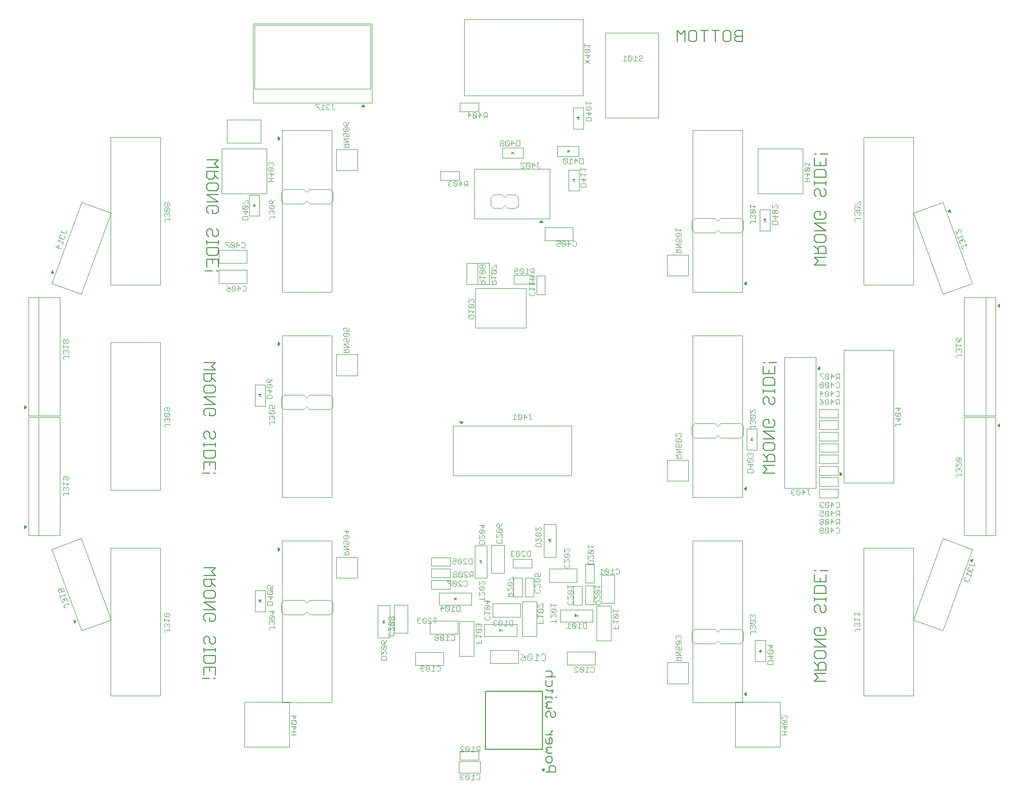
<source format=gbr>
G04 EAGLE Gerber RS-274X export*
G75*
%MOMM*%
%FSLAX34Y34*%
%LPD*%
%INSilkscreen Bottom*%
%IPPOS*%
%AMOC8*
5,1,8,0,0,1.08239X$1,22.5*%
G01*
%ADD10C,0.101600*%
%ADD11C,0.177800*%
%ADD12C,0.152400*%
%ADD13C,0.100000*%
%ADD14C,0.076200*%
%ADD15C,0.050000*%
%ADD16C,0.250000*%
%ADD17C,0.200000*%

G36*
X-257933Y542514D02*
X-257933Y542514D01*
X-257864Y542520D01*
X-257836Y542534D01*
X-257805Y542540D01*
X-257748Y542579D01*
X-257687Y542611D01*
X-257667Y542635D01*
X-257641Y542653D01*
X-257604Y542711D01*
X-257560Y542764D01*
X-257551Y542794D01*
X-257534Y542820D01*
X-257523Y542888D01*
X-257503Y542954D01*
X-257506Y542985D01*
X-257501Y543017D01*
X-257517Y543083D01*
X-257524Y543152D01*
X-257541Y543184D01*
X-257547Y543210D01*
X-257572Y543243D01*
X-257601Y543300D01*
X-260601Y547300D01*
X-260636Y547331D01*
X-260660Y547364D01*
X-260685Y547379D01*
X-260714Y547409D01*
X-260733Y547418D01*
X-260749Y547432D01*
X-260808Y547452D01*
X-260831Y547466D01*
X-260851Y547469D01*
X-260896Y547488D01*
X-260917Y547489D01*
X-260938Y547495D01*
X-260986Y547492D01*
X-260996Y547493D01*
X-261005Y547493D01*
X-261023Y547489D01*
X-261095Y547490D01*
X-261115Y547482D01*
X-261136Y547480D01*
X-261180Y547458D01*
X-261199Y547454D01*
X-261224Y547437D01*
X-261279Y547414D01*
X-261296Y547398D01*
X-261313Y547389D01*
X-261338Y547358D01*
X-261363Y547341D01*
X-261375Y547323D01*
X-261399Y547300D01*
X-264399Y543300D01*
X-264429Y543237D01*
X-264466Y543180D01*
X-264471Y543148D01*
X-264485Y543120D01*
X-264488Y543051D01*
X-264499Y542983D01*
X-264492Y542953D01*
X-264493Y542921D01*
X-264469Y542857D01*
X-264453Y542790D01*
X-264434Y542765D01*
X-264423Y542735D01*
X-264376Y542685D01*
X-264335Y542630D01*
X-264308Y542614D01*
X-264286Y542591D01*
X-264223Y542563D01*
X-264164Y542528D01*
X-264129Y542523D01*
X-264104Y542512D01*
X-264062Y542511D01*
X-264000Y542501D01*
X-258000Y542501D01*
X-257933Y542514D01*
G37*
G36*
X54067Y339014D02*
X54067Y339014D01*
X54136Y339020D01*
X54164Y339034D01*
X54195Y339040D01*
X54252Y339079D01*
X54313Y339111D01*
X54333Y339135D01*
X54359Y339153D01*
X54396Y339211D01*
X54440Y339264D01*
X54449Y339294D01*
X54466Y339320D01*
X54477Y339388D01*
X54497Y339454D01*
X54494Y339485D01*
X54499Y339517D01*
X54483Y339583D01*
X54476Y339652D01*
X54459Y339684D01*
X54453Y339710D01*
X54428Y339743D01*
X54399Y339800D01*
X51399Y343800D01*
X51364Y343831D01*
X51340Y343864D01*
X51315Y343879D01*
X51286Y343909D01*
X51267Y343918D01*
X51251Y343932D01*
X51192Y343952D01*
X51169Y343966D01*
X51149Y343969D01*
X51104Y343988D01*
X51083Y343989D01*
X51062Y343995D01*
X51014Y343992D01*
X51005Y343993D01*
X50996Y343993D01*
X50977Y343989D01*
X50905Y343990D01*
X50885Y343982D01*
X50864Y343980D01*
X50820Y343958D01*
X50801Y343954D01*
X50776Y343937D01*
X50721Y343914D01*
X50704Y343898D01*
X50687Y343889D01*
X50662Y343858D01*
X50637Y343841D01*
X50625Y343823D01*
X50601Y343800D01*
X47601Y339800D01*
X47571Y339737D01*
X47534Y339680D01*
X47529Y339648D01*
X47515Y339620D01*
X47512Y339551D01*
X47501Y339483D01*
X47508Y339453D01*
X47507Y339421D01*
X47531Y339357D01*
X47547Y339290D01*
X47566Y339265D01*
X47577Y339235D01*
X47624Y339185D01*
X47665Y339130D01*
X47692Y339114D01*
X47714Y339091D01*
X47777Y339063D01*
X47836Y339028D01*
X47871Y339023D01*
X47896Y339012D01*
X47938Y339011D01*
X48000Y339001D01*
X54000Y339001D01*
X54067Y339014D01*
G37*
G36*
X-410417Y-236483D02*
X-410417Y-236483D01*
X-410348Y-236476D01*
X-410316Y-236459D01*
X-410290Y-236453D01*
X-410257Y-236428D01*
X-410200Y-236399D01*
X-406200Y-233399D01*
X-406175Y-233371D01*
X-406147Y-233352D01*
X-406128Y-233321D01*
X-406091Y-233286D01*
X-406082Y-233267D01*
X-406068Y-233251D01*
X-406052Y-233203D01*
X-406040Y-233184D01*
X-406036Y-233160D01*
X-406012Y-233104D01*
X-406011Y-233083D01*
X-406005Y-233062D01*
X-406009Y-233001D01*
X-406007Y-232988D01*
X-406011Y-232973D01*
X-406010Y-232905D01*
X-406018Y-232885D01*
X-406020Y-232864D01*
X-406051Y-232803D01*
X-406053Y-232795D01*
X-406059Y-232787D01*
X-406086Y-232721D01*
X-406102Y-232704D01*
X-406111Y-232687D01*
X-406145Y-232659D01*
X-406200Y-232601D01*
X-410200Y-229601D01*
X-410263Y-229571D01*
X-410320Y-229534D01*
X-410352Y-229529D01*
X-410380Y-229515D01*
X-410449Y-229512D01*
X-410517Y-229501D01*
X-410547Y-229508D01*
X-410579Y-229507D01*
X-410643Y-229531D01*
X-410710Y-229547D01*
X-410735Y-229566D01*
X-410765Y-229577D01*
X-410815Y-229624D01*
X-410870Y-229665D01*
X-410886Y-229692D01*
X-410909Y-229714D01*
X-410937Y-229777D01*
X-410972Y-229836D01*
X-410977Y-229871D01*
X-410988Y-229896D01*
X-410989Y-229938D01*
X-410999Y-230000D01*
X-410999Y-236000D01*
X-410986Y-236067D01*
X-410980Y-236136D01*
X-410966Y-236164D01*
X-410960Y-236195D01*
X-410921Y-236252D01*
X-410889Y-236313D01*
X-410865Y-236333D01*
X-410847Y-236359D01*
X-410789Y-236396D01*
X-410736Y-236440D01*
X-410706Y-236449D01*
X-410680Y-236466D01*
X-410612Y-236477D01*
X-410546Y-236497D01*
X-410515Y-236494D01*
X-410483Y-236499D01*
X-410417Y-236483D01*
G37*
G36*
X-410417Y483517D02*
X-410417Y483517D01*
X-410348Y483524D01*
X-410316Y483541D01*
X-410290Y483547D01*
X-410257Y483572D01*
X-410200Y483601D01*
X-406200Y486601D01*
X-406175Y486629D01*
X-406147Y486648D01*
X-406128Y486679D01*
X-406091Y486714D01*
X-406082Y486733D01*
X-406068Y486749D01*
X-406052Y486797D01*
X-406040Y486816D01*
X-406036Y486840D01*
X-406012Y486896D01*
X-406011Y486917D01*
X-406005Y486938D01*
X-406009Y486999D01*
X-406007Y487012D01*
X-406011Y487027D01*
X-406010Y487095D01*
X-406018Y487115D01*
X-406020Y487136D01*
X-406051Y487197D01*
X-406053Y487205D01*
X-406059Y487213D01*
X-406086Y487279D01*
X-406102Y487296D01*
X-406111Y487313D01*
X-406145Y487341D01*
X-406200Y487399D01*
X-410200Y490399D01*
X-410263Y490429D01*
X-410320Y490466D01*
X-410352Y490471D01*
X-410380Y490485D01*
X-410449Y490488D01*
X-410517Y490499D01*
X-410547Y490492D01*
X-410579Y490493D01*
X-410643Y490469D01*
X-410710Y490453D01*
X-410735Y490434D01*
X-410765Y490423D01*
X-410815Y490376D01*
X-410870Y490335D01*
X-410886Y490308D01*
X-410909Y490286D01*
X-410937Y490223D01*
X-410972Y490164D01*
X-410977Y490129D01*
X-410988Y490104D01*
X-410989Y490062D01*
X-410999Y490000D01*
X-410999Y484000D01*
X-410986Y483933D01*
X-410980Y483864D01*
X-410966Y483836D01*
X-410960Y483805D01*
X-410921Y483748D01*
X-410889Y483687D01*
X-410865Y483667D01*
X-410847Y483641D01*
X-410789Y483604D01*
X-410736Y483560D01*
X-410706Y483551D01*
X-410680Y483534D01*
X-410612Y483523D01*
X-410546Y483503D01*
X-410515Y483506D01*
X-410483Y483501D01*
X-410417Y483517D01*
G37*
G36*
X-854417Y-197483D02*
X-854417Y-197483D01*
X-854348Y-197476D01*
X-854316Y-197459D01*
X-854290Y-197453D01*
X-854257Y-197428D01*
X-854200Y-197399D01*
X-850200Y-194399D01*
X-850175Y-194371D01*
X-850147Y-194352D01*
X-850128Y-194321D01*
X-850091Y-194286D01*
X-850082Y-194267D01*
X-850068Y-194251D01*
X-850052Y-194203D01*
X-850040Y-194184D01*
X-850036Y-194160D01*
X-850012Y-194104D01*
X-850011Y-194083D01*
X-850005Y-194062D01*
X-850009Y-194001D01*
X-850007Y-193988D01*
X-850011Y-193973D01*
X-850010Y-193905D01*
X-850018Y-193885D01*
X-850020Y-193864D01*
X-850051Y-193803D01*
X-850053Y-193795D01*
X-850059Y-193787D01*
X-850086Y-193721D01*
X-850102Y-193704D01*
X-850111Y-193687D01*
X-850145Y-193659D01*
X-850200Y-193601D01*
X-854200Y-190601D01*
X-854263Y-190571D01*
X-854320Y-190534D01*
X-854352Y-190529D01*
X-854380Y-190515D01*
X-854449Y-190512D01*
X-854517Y-190501D01*
X-854547Y-190508D01*
X-854579Y-190507D01*
X-854643Y-190531D01*
X-854710Y-190547D01*
X-854735Y-190566D01*
X-854765Y-190577D01*
X-854815Y-190624D01*
X-854870Y-190665D01*
X-854886Y-190692D01*
X-854909Y-190714D01*
X-854937Y-190777D01*
X-854972Y-190836D01*
X-854977Y-190871D01*
X-854988Y-190896D01*
X-854989Y-190938D01*
X-854999Y-191000D01*
X-854999Y-197000D01*
X-854986Y-197067D01*
X-854980Y-197136D01*
X-854966Y-197164D01*
X-854960Y-197195D01*
X-854921Y-197252D01*
X-854889Y-197313D01*
X-854865Y-197333D01*
X-854847Y-197359D01*
X-854789Y-197396D01*
X-854736Y-197440D01*
X-854706Y-197449D01*
X-854680Y-197466D01*
X-854612Y-197477D01*
X-854546Y-197497D01*
X-854515Y-197494D01*
X-854483Y-197499D01*
X-854417Y-197483D01*
G37*
G36*
X-854417Y12517D02*
X-854417Y12517D01*
X-854348Y12524D01*
X-854316Y12541D01*
X-854290Y12547D01*
X-854257Y12572D01*
X-854200Y12601D01*
X-850200Y15601D01*
X-850175Y15629D01*
X-850147Y15648D01*
X-850128Y15679D01*
X-850091Y15714D01*
X-850082Y15733D01*
X-850068Y15749D01*
X-850052Y15797D01*
X-850040Y15816D01*
X-850036Y15840D01*
X-850012Y15896D01*
X-850011Y15917D01*
X-850005Y15938D01*
X-850009Y15999D01*
X-850007Y16012D01*
X-850011Y16027D01*
X-850010Y16095D01*
X-850018Y16115D01*
X-850020Y16136D01*
X-850051Y16197D01*
X-850053Y16205D01*
X-850059Y16213D01*
X-850086Y16279D01*
X-850102Y16296D01*
X-850111Y16313D01*
X-850145Y16341D01*
X-850200Y16399D01*
X-854200Y19399D01*
X-854263Y19429D01*
X-854320Y19466D01*
X-854352Y19471D01*
X-854380Y19485D01*
X-854449Y19488D01*
X-854517Y19499D01*
X-854547Y19492D01*
X-854579Y19493D01*
X-854643Y19469D01*
X-854710Y19453D01*
X-854735Y19434D01*
X-854765Y19423D01*
X-854815Y19376D01*
X-854870Y19335D01*
X-854886Y19308D01*
X-854909Y19286D01*
X-854937Y19223D01*
X-854972Y19164D01*
X-854977Y19129D01*
X-854988Y19104D01*
X-854989Y19062D01*
X-854999Y19000D01*
X-854999Y13000D01*
X-854986Y12933D01*
X-854980Y12864D01*
X-854966Y12836D01*
X-854960Y12805D01*
X-854921Y12748D01*
X-854889Y12687D01*
X-854865Y12667D01*
X-854847Y12641D01*
X-854789Y12604D01*
X-854736Y12560D01*
X-854706Y12551D01*
X-854680Y12534D01*
X-854612Y12523D01*
X-854546Y12503D01*
X-854515Y12506D01*
X-854483Y12501D01*
X-854417Y12517D01*
G37*
G36*
X574583Y-104983D02*
X574583Y-104983D01*
X574652Y-104976D01*
X574684Y-104959D01*
X574710Y-104953D01*
X574743Y-104928D01*
X574800Y-104899D01*
X578800Y-101899D01*
X578825Y-101871D01*
X578853Y-101852D01*
X578872Y-101821D01*
X578909Y-101786D01*
X578918Y-101767D01*
X578932Y-101751D01*
X578948Y-101703D01*
X578960Y-101684D01*
X578964Y-101660D01*
X578988Y-101604D01*
X578989Y-101583D01*
X578995Y-101562D01*
X578991Y-101501D01*
X578993Y-101488D01*
X578990Y-101473D01*
X578990Y-101405D01*
X578982Y-101385D01*
X578980Y-101364D01*
X578949Y-101303D01*
X578947Y-101295D01*
X578941Y-101287D01*
X578914Y-101221D01*
X578898Y-101204D01*
X578889Y-101187D01*
X578855Y-101159D01*
X578800Y-101101D01*
X574800Y-98101D01*
X574737Y-98071D01*
X574680Y-98034D01*
X574648Y-98029D01*
X574620Y-98015D01*
X574551Y-98012D01*
X574483Y-98001D01*
X574453Y-98008D01*
X574421Y-98007D01*
X574357Y-98031D01*
X574290Y-98047D01*
X574265Y-98066D01*
X574235Y-98077D01*
X574185Y-98124D01*
X574130Y-98165D01*
X574114Y-98192D01*
X574091Y-98214D01*
X574063Y-98277D01*
X574028Y-98336D01*
X574023Y-98371D01*
X574012Y-98396D01*
X574011Y-98438D01*
X574001Y-98500D01*
X574001Y-104500D01*
X574014Y-104567D01*
X574020Y-104636D01*
X574034Y-104664D01*
X574040Y-104695D01*
X574079Y-104752D01*
X574111Y-104813D01*
X574135Y-104833D01*
X574153Y-104859D01*
X574211Y-104896D01*
X574264Y-104940D01*
X574294Y-104949D01*
X574320Y-104966D01*
X574388Y-104977D01*
X574454Y-104997D01*
X574485Y-104994D01*
X574517Y-104999D01*
X574583Y-104983D01*
G37*
G36*
X-410417Y123517D02*
X-410417Y123517D01*
X-410348Y123524D01*
X-410316Y123541D01*
X-410290Y123547D01*
X-410257Y123572D01*
X-410200Y123601D01*
X-406200Y126601D01*
X-406175Y126629D01*
X-406147Y126648D01*
X-406128Y126679D01*
X-406091Y126714D01*
X-406082Y126733D01*
X-406068Y126749D01*
X-406052Y126797D01*
X-406040Y126816D01*
X-406036Y126840D01*
X-406012Y126896D01*
X-406011Y126917D01*
X-406005Y126938D01*
X-406009Y126999D01*
X-406007Y127012D01*
X-406011Y127027D01*
X-406010Y127095D01*
X-406018Y127115D01*
X-406020Y127136D01*
X-406051Y127197D01*
X-406053Y127205D01*
X-406059Y127213D01*
X-406086Y127279D01*
X-406102Y127296D01*
X-406111Y127313D01*
X-406145Y127341D01*
X-406200Y127399D01*
X-410200Y130399D01*
X-410263Y130429D01*
X-410320Y130466D01*
X-410352Y130471D01*
X-410380Y130485D01*
X-410449Y130488D01*
X-410517Y130499D01*
X-410547Y130492D01*
X-410579Y130493D01*
X-410643Y130469D01*
X-410710Y130453D01*
X-410735Y130434D01*
X-410765Y130423D01*
X-410815Y130376D01*
X-410870Y130335D01*
X-410886Y130308D01*
X-410909Y130286D01*
X-410937Y130223D01*
X-410972Y130164D01*
X-410977Y130129D01*
X-410988Y130104D01*
X-410989Y130062D01*
X-410999Y130000D01*
X-410999Y124000D01*
X-410986Y123933D01*
X-410980Y123864D01*
X-410966Y123836D01*
X-410960Y123805D01*
X-410921Y123748D01*
X-410889Y123687D01*
X-410865Y123667D01*
X-410847Y123641D01*
X-410789Y123604D01*
X-410736Y123560D01*
X-410706Y123551D01*
X-410680Y123534D01*
X-410612Y123523D01*
X-410546Y123503D01*
X-410515Y123506D01*
X-410483Y123501D01*
X-410417Y123517D01*
G37*
G36*
X410547Y229508D02*
X410547Y229508D01*
X410579Y229507D01*
X410643Y229531D01*
X410710Y229547D01*
X410735Y229566D01*
X410765Y229577D01*
X410815Y229624D01*
X410870Y229665D01*
X410886Y229692D01*
X410909Y229714D01*
X410937Y229777D01*
X410972Y229836D01*
X410977Y229871D01*
X410988Y229896D01*
X410989Y229938D01*
X410999Y230000D01*
X410999Y236000D01*
X410998Y236004D01*
X410999Y236008D01*
X410990Y236043D01*
X410986Y236067D01*
X410980Y236136D01*
X410966Y236164D01*
X410960Y236195D01*
X410921Y236252D01*
X410889Y236313D01*
X410865Y236333D01*
X410847Y236359D01*
X410789Y236396D01*
X410736Y236440D01*
X410706Y236449D01*
X410680Y236466D01*
X410612Y236477D01*
X410546Y236497D01*
X410515Y236494D01*
X410483Y236499D01*
X410417Y236483D01*
X410348Y236476D01*
X410316Y236459D01*
X410290Y236453D01*
X410257Y236428D01*
X410200Y236399D01*
X406200Y233399D01*
X406154Y233348D01*
X406147Y233343D01*
X406142Y233335D01*
X406091Y233286D01*
X406082Y233267D01*
X406068Y233251D01*
X406046Y233184D01*
X406040Y233175D01*
X406039Y233166D01*
X406012Y233104D01*
X406011Y233083D01*
X406005Y233062D01*
X406010Y232995D01*
X406007Y232979D01*
X406010Y232965D01*
X406010Y232905D01*
X406018Y232885D01*
X406020Y232864D01*
X406047Y232811D01*
X406053Y232786D01*
X406067Y232766D01*
X406086Y232721D01*
X406102Y232704D01*
X406111Y232687D01*
X406145Y232659D01*
X406151Y232653D01*
X406171Y232625D01*
X406185Y232617D01*
X406200Y232601D01*
X410200Y229601D01*
X410263Y229571D01*
X410320Y229534D01*
X410352Y229529D01*
X410380Y229515D01*
X410449Y229512D01*
X410517Y229501D01*
X410547Y229508D01*
G37*
G36*
X854547Y190508D02*
X854547Y190508D01*
X854579Y190507D01*
X854643Y190531D01*
X854710Y190547D01*
X854735Y190566D01*
X854765Y190577D01*
X854815Y190624D01*
X854870Y190665D01*
X854886Y190692D01*
X854909Y190714D01*
X854937Y190777D01*
X854972Y190836D01*
X854977Y190871D01*
X854988Y190896D01*
X854989Y190938D01*
X854999Y191000D01*
X854999Y197000D01*
X854998Y197004D01*
X854999Y197008D01*
X854990Y197043D01*
X854986Y197067D01*
X854980Y197136D01*
X854966Y197164D01*
X854960Y197195D01*
X854921Y197252D01*
X854889Y197313D01*
X854865Y197333D01*
X854847Y197359D01*
X854789Y197396D01*
X854736Y197440D01*
X854706Y197449D01*
X854680Y197466D01*
X854612Y197477D01*
X854546Y197497D01*
X854515Y197494D01*
X854483Y197499D01*
X854417Y197483D01*
X854348Y197476D01*
X854316Y197459D01*
X854290Y197453D01*
X854257Y197428D01*
X854200Y197399D01*
X850200Y194399D01*
X850154Y194348D01*
X850147Y194343D01*
X850142Y194335D01*
X850091Y194286D01*
X850082Y194267D01*
X850068Y194251D01*
X850046Y194184D01*
X850040Y194175D01*
X850039Y194166D01*
X850012Y194104D01*
X850011Y194083D01*
X850005Y194062D01*
X850010Y193995D01*
X850007Y193979D01*
X850010Y193965D01*
X850010Y193905D01*
X850018Y193885D01*
X850020Y193864D01*
X850047Y193811D01*
X850053Y193786D01*
X850067Y193766D01*
X850086Y193721D01*
X850102Y193704D01*
X850111Y193687D01*
X850145Y193659D01*
X850151Y193653D01*
X850171Y193625D01*
X850185Y193617D01*
X850200Y193601D01*
X854200Y190601D01*
X854263Y190571D01*
X854320Y190534D01*
X854352Y190529D01*
X854380Y190515D01*
X854449Y190512D01*
X854517Y190501D01*
X854547Y190508D01*
G37*
G36*
X539547Y80508D02*
X539547Y80508D01*
X539579Y80507D01*
X539643Y80531D01*
X539710Y80547D01*
X539735Y80566D01*
X539765Y80577D01*
X539815Y80624D01*
X539870Y80665D01*
X539886Y80692D01*
X539909Y80714D01*
X539937Y80777D01*
X539972Y80836D01*
X539977Y80871D01*
X539988Y80896D01*
X539989Y80938D01*
X539999Y81000D01*
X539999Y87000D01*
X539998Y87004D01*
X539999Y87008D01*
X539990Y87043D01*
X539986Y87067D01*
X539980Y87136D01*
X539966Y87164D01*
X539960Y87195D01*
X539921Y87252D01*
X539889Y87313D01*
X539865Y87333D01*
X539847Y87359D01*
X539789Y87396D01*
X539736Y87440D01*
X539706Y87449D01*
X539680Y87466D01*
X539612Y87477D01*
X539546Y87497D01*
X539515Y87494D01*
X539483Y87499D01*
X539417Y87483D01*
X539348Y87476D01*
X539316Y87459D01*
X539290Y87453D01*
X539257Y87428D01*
X539200Y87399D01*
X535200Y84399D01*
X535154Y84348D01*
X535147Y84343D01*
X535142Y84335D01*
X535091Y84286D01*
X535082Y84267D01*
X535068Y84251D01*
X535046Y84184D01*
X535040Y84175D01*
X535039Y84166D01*
X535012Y84104D01*
X535011Y84083D01*
X535005Y84062D01*
X535010Y83995D01*
X535007Y83979D01*
X535010Y83965D01*
X535010Y83905D01*
X535018Y83885D01*
X535020Y83864D01*
X535047Y83811D01*
X535053Y83786D01*
X535067Y83766D01*
X535086Y83721D01*
X535102Y83704D01*
X535111Y83687D01*
X535145Y83659D01*
X535151Y83653D01*
X535171Y83625D01*
X535185Y83617D01*
X535200Y83601D01*
X539200Y80601D01*
X539263Y80571D01*
X539320Y80534D01*
X539352Y80529D01*
X539380Y80515D01*
X539449Y80512D01*
X539517Y80501D01*
X539547Y80508D01*
G37*
G36*
X410547Y-490492D02*
X410547Y-490492D01*
X410579Y-490493D01*
X410643Y-490469D01*
X410710Y-490453D01*
X410735Y-490434D01*
X410765Y-490423D01*
X410815Y-490376D01*
X410870Y-490335D01*
X410886Y-490308D01*
X410909Y-490286D01*
X410937Y-490223D01*
X410972Y-490164D01*
X410977Y-490129D01*
X410988Y-490104D01*
X410989Y-490062D01*
X410999Y-490000D01*
X410999Y-484000D01*
X410998Y-483996D01*
X410999Y-483992D01*
X410990Y-483957D01*
X410986Y-483933D01*
X410980Y-483864D01*
X410966Y-483836D01*
X410960Y-483805D01*
X410921Y-483748D01*
X410889Y-483687D01*
X410865Y-483667D01*
X410847Y-483641D01*
X410789Y-483604D01*
X410736Y-483560D01*
X410706Y-483551D01*
X410680Y-483534D01*
X410612Y-483523D01*
X410546Y-483503D01*
X410515Y-483506D01*
X410483Y-483501D01*
X410417Y-483517D01*
X410348Y-483524D01*
X410316Y-483541D01*
X410290Y-483547D01*
X410257Y-483572D01*
X410200Y-483601D01*
X406200Y-486601D01*
X406154Y-486653D01*
X406147Y-486657D01*
X406142Y-486665D01*
X406091Y-486714D01*
X406082Y-486733D01*
X406068Y-486749D01*
X406046Y-486816D01*
X406040Y-486825D01*
X406039Y-486834D01*
X406012Y-486896D01*
X406011Y-486917D01*
X406005Y-486938D01*
X406010Y-487005D01*
X406007Y-487021D01*
X406010Y-487035D01*
X406010Y-487095D01*
X406018Y-487115D01*
X406020Y-487136D01*
X406047Y-487189D01*
X406053Y-487214D01*
X406067Y-487234D01*
X406086Y-487279D01*
X406102Y-487296D01*
X406111Y-487313D01*
X406145Y-487341D01*
X406151Y-487347D01*
X406171Y-487375D01*
X406185Y-487383D01*
X406200Y-487399D01*
X410200Y-490399D01*
X410263Y-490429D01*
X410320Y-490466D01*
X410352Y-490471D01*
X410380Y-490485D01*
X410449Y-490488D01*
X410517Y-490499D01*
X410547Y-490492D01*
G37*
G36*
X854547Y-19492D02*
X854547Y-19492D01*
X854579Y-19493D01*
X854643Y-19469D01*
X854710Y-19453D01*
X854735Y-19434D01*
X854765Y-19423D01*
X854815Y-19376D01*
X854870Y-19335D01*
X854886Y-19308D01*
X854909Y-19286D01*
X854937Y-19223D01*
X854972Y-19164D01*
X854977Y-19129D01*
X854988Y-19104D01*
X854989Y-19062D01*
X854999Y-19000D01*
X854999Y-13000D01*
X854998Y-12996D01*
X854999Y-12992D01*
X854990Y-12957D01*
X854986Y-12933D01*
X854980Y-12864D01*
X854966Y-12836D01*
X854960Y-12805D01*
X854921Y-12748D01*
X854889Y-12687D01*
X854865Y-12667D01*
X854847Y-12641D01*
X854789Y-12604D01*
X854736Y-12560D01*
X854706Y-12551D01*
X854680Y-12534D01*
X854612Y-12523D01*
X854546Y-12503D01*
X854515Y-12506D01*
X854483Y-12501D01*
X854417Y-12517D01*
X854348Y-12524D01*
X854316Y-12541D01*
X854290Y-12547D01*
X854257Y-12572D01*
X854200Y-12601D01*
X850200Y-15601D01*
X850154Y-15653D01*
X850147Y-15657D01*
X850142Y-15665D01*
X850091Y-15714D01*
X850082Y-15733D01*
X850068Y-15749D01*
X850046Y-15816D01*
X850040Y-15825D01*
X850039Y-15834D01*
X850012Y-15896D01*
X850011Y-15917D01*
X850005Y-15938D01*
X850010Y-16005D01*
X850007Y-16021D01*
X850010Y-16035D01*
X850010Y-16095D01*
X850018Y-16115D01*
X850020Y-16136D01*
X850047Y-16189D01*
X850053Y-16214D01*
X850067Y-16234D01*
X850086Y-16279D01*
X850102Y-16296D01*
X850111Y-16313D01*
X850145Y-16341D01*
X850151Y-16347D01*
X850171Y-16375D01*
X850185Y-16383D01*
X850200Y-16399D01*
X854200Y-19399D01*
X854263Y-19429D01*
X854320Y-19466D01*
X854352Y-19471D01*
X854380Y-19485D01*
X854449Y-19488D01*
X854517Y-19499D01*
X854547Y-19492D01*
G37*
G36*
X410547Y-130492D02*
X410547Y-130492D01*
X410579Y-130493D01*
X410643Y-130469D01*
X410710Y-130453D01*
X410735Y-130434D01*
X410765Y-130423D01*
X410815Y-130376D01*
X410870Y-130335D01*
X410886Y-130308D01*
X410909Y-130286D01*
X410937Y-130223D01*
X410972Y-130164D01*
X410977Y-130129D01*
X410988Y-130104D01*
X410989Y-130062D01*
X410999Y-130000D01*
X410999Y-124000D01*
X410998Y-123996D01*
X410999Y-123992D01*
X410990Y-123957D01*
X410986Y-123933D01*
X410980Y-123864D01*
X410966Y-123836D01*
X410960Y-123805D01*
X410921Y-123748D01*
X410889Y-123687D01*
X410865Y-123667D01*
X410847Y-123641D01*
X410789Y-123604D01*
X410736Y-123560D01*
X410706Y-123551D01*
X410680Y-123534D01*
X410612Y-123523D01*
X410546Y-123503D01*
X410515Y-123506D01*
X410483Y-123501D01*
X410417Y-123517D01*
X410348Y-123524D01*
X410316Y-123541D01*
X410290Y-123547D01*
X410257Y-123572D01*
X410200Y-123601D01*
X406200Y-126601D01*
X406154Y-126653D01*
X406147Y-126657D01*
X406142Y-126665D01*
X406091Y-126714D01*
X406082Y-126733D01*
X406068Y-126749D01*
X406046Y-126816D01*
X406040Y-126825D01*
X406039Y-126834D01*
X406012Y-126896D01*
X406011Y-126917D01*
X406005Y-126938D01*
X406010Y-127005D01*
X406007Y-127021D01*
X406010Y-127035D01*
X406010Y-127095D01*
X406018Y-127115D01*
X406020Y-127136D01*
X406047Y-127189D01*
X406053Y-127214D01*
X406067Y-127234D01*
X406086Y-127279D01*
X406102Y-127296D01*
X406111Y-127313D01*
X406145Y-127341D01*
X406151Y-127347D01*
X406171Y-127375D01*
X406185Y-127383D01*
X406200Y-127399D01*
X410200Y-130399D01*
X410263Y-130429D01*
X410320Y-130466D01*
X410352Y-130471D01*
X410380Y-130485D01*
X410449Y-130488D01*
X410517Y-130499D01*
X410547Y-130492D01*
G37*
G36*
X-88984Y-13989D02*
X-88984Y-13989D01*
X-88905Y-13990D01*
X-88885Y-13982D01*
X-88864Y-13980D01*
X-88794Y-13944D01*
X-88721Y-13914D01*
X-88704Y-13898D01*
X-88687Y-13889D01*
X-88659Y-13855D01*
X-88601Y-13800D01*
X-85601Y-9800D01*
X-85571Y-9737D01*
X-85534Y-9680D01*
X-85529Y-9648D01*
X-85515Y-9620D01*
X-85512Y-9551D01*
X-85501Y-9483D01*
X-85508Y-9453D01*
X-85507Y-9421D01*
X-85531Y-9357D01*
X-85547Y-9290D01*
X-85566Y-9265D01*
X-85577Y-9235D01*
X-85624Y-9185D01*
X-85665Y-9130D01*
X-85692Y-9114D01*
X-85714Y-9091D01*
X-85777Y-9063D01*
X-85836Y-9028D01*
X-85871Y-9023D01*
X-85896Y-9012D01*
X-85938Y-9011D01*
X-86000Y-9001D01*
X-92000Y-9001D01*
X-92067Y-9014D01*
X-92136Y-9020D01*
X-92164Y-9034D01*
X-92195Y-9040D01*
X-92252Y-9079D01*
X-92313Y-9111D01*
X-92333Y-9135D01*
X-92359Y-9153D01*
X-92396Y-9211D01*
X-92440Y-9264D01*
X-92449Y-9294D01*
X-92466Y-9320D01*
X-92477Y-9388D01*
X-92497Y-9454D01*
X-92494Y-9485D01*
X-92499Y-9517D01*
X-92483Y-9583D01*
X-92476Y-9652D01*
X-92459Y-9684D01*
X-92453Y-9710D01*
X-92428Y-9743D01*
X-92399Y-9800D01*
X-89399Y-13800D01*
X-89340Y-13852D01*
X-89286Y-13909D01*
X-89267Y-13918D01*
X-89251Y-13932D01*
X-89176Y-13957D01*
X-89104Y-13988D01*
X-89083Y-13989D01*
X-89062Y-13995D01*
X-88984Y-13989D01*
G37*
G36*
X-807925Y249924D02*
X-807925Y249924D01*
X-807898Y249921D01*
X-807859Y249932D01*
X-807796Y249940D01*
X-803011Y251391D01*
X-802942Y251429D01*
X-802869Y251460D01*
X-802855Y251476D01*
X-802836Y251486D01*
X-802787Y251547D01*
X-802732Y251605D01*
X-802725Y251624D01*
X-802712Y251641D01*
X-802690Y251717D01*
X-802663Y251791D01*
X-802664Y251812D01*
X-802658Y251833D01*
X-802668Y251911D01*
X-802671Y251989D01*
X-802681Y252011D01*
X-802683Y252030D01*
X-802706Y252068D01*
X-802738Y252142D01*
X-805470Y256329D01*
X-805519Y256378D01*
X-805560Y256433D01*
X-805588Y256448D01*
X-805610Y256471D01*
X-805674Y256497D01*
X-805733Y256531D01*
X-805765Y256534D01*
X-805794Y256547D01*
X-805863Y256546D01*
X-805931Y256554D01*
X-805961Y256545D01*
X-805993Y256545D01*
X-806056Y256517D01*
X-806122Y256498D01*
X-806146Y256478D01*
X-806175Y256465D01*
X-806222Y256415D01*
X-806276Y256372D01*
X-806293Y256341D01*
X-806312Y256321D01*
X-806326Y256282D01*
X-806358Y256227D01*
X-808410Y250589D01*
X-808420Y250521D01*
X-808439Y250455D01*
X-808435Y250423D01*
X-808439Y250392D01*
X-808422Y250326D01*
X-808413Y250258D01*
X-808397Y250230D01*
X-808390Y250200D01*
X-808348Y250145D01*
X-808313Y250086D01*
X-808288Y250067D01*
X-808269Y250042D01*
X-808209Y250008D01*
X-808154Y249967D01*
X-808123Y249959D01*
X-808096Y249944D01*
X-808028Y249936D01*
X-807961Y249919D01*
X-807925Y249924D01*
G37*
G36*
X805961Y-256545D02*
X805961Y-256545D01*
X805993Y-256545D01*
X806056Y-256517D01*
X806122Y-256498D01*
X806146Y-256478D01*
X806175Y-256465D01*
X806222Y-256415D01*
X806276Y-256372D01*
X806293Y-256341D01*
X806312Y-256321D01*
X806326Y-256282D01*
X806358Y-256227D01*
X808410Y-250589D01*
X808420Y-250521D01*
X808439Y-250455D01*
X808435Y-250423D01*
X808439Y-250392D01*
X808422Y-250326D01*
X808413Y-250258D01*
X808397Y-250230D01*
X808390Y-250200D01*
X808348Y-250145D01*
X808313Y-250086D01*
X808288Y-250067D01*
X808269Y-250042D01*
X808209Y-250008D01*
X808154Y-249967D01*
X808123Y-249959D01*
X808096Y-249944D01*
X808028Y-249936D01*
X807961Y-249919D01*
X807925Y-249924D01*
X807898Y-249921D01*
X807859Y-249932D01*
X807796Y-249940D01*
X803011Y-251391D01*
X802942Y-251429D01*
X802869Y-251460D01*
X802855Y-251476D01*
X802836Y-251486D01*
X802787Y-251547D01*
X802732Y-251605D01*
X802725Y-251624D01*
X802712Y-251641D01*
X802690Y-251717D01*
X802663Y-251791D01*
X802664Y-251812D01*
X802658Y-251833D01*
X802668Y-251911D01*
X802671Y-251989D01*
X802681Y-252011D01*
X802683Y-252030D01*
X802706Y-252068D01*
X802738Y-252142D01*
X805470Y-256329D01*
X805519Y-256378D01*
X805560Y-256433D01*
X805588Y-256448D01*
X805610Y-256471D01*
X805674Y-256497D01*
X805733Y-256531D01*
X805765Y-256534D01*
X805794Y-256547D01*
X805863Y-256546D01*
X805931Y-256554D01*
X805961Y-256545D01*
G37*
G36*
X768972Y357050D02*
X768972Y357050D01*
X769003Y357047D01*
X769069Y357067D01*
X769137Y357080D01*
X769163Y357097D01*
X769193Y357107D01*
X769245Y357151D01*
X769303Y357189D01*
X769320Y357216D01*
X769344Y357236D01*
X769375Y357298D01*
X769413Y357355D01*
X769419Y357386D01*
X769433Y357414D01*
X769437Y357483D01*
X769450Y357550D01*
X769443Y357585D01*
X769445Y357613D01*
X769431Y357652D01*
X769419Y357714D01*
X767367Y363352D01*
X767331Y363411D01*
X767303Y363473D01*
X767280Y363495D01*
X767263Y363522D01*
X767208Y363562D01*
X767157Y363608D01*
X767127Y363619D01*
X767102Y363637D01*
X767035Y363652D01*
X766970Y363675D01*
X766938Y363674D01*
X766908Y363680D01*
X766840Y363668D01*
X766771Y363664D01*
X766743Y363650D01*
X766712Y363645D01*
X766655Y363607D01*
X766593Y363576D01*
X766569Y363550D01*
X766546Y363535D01*
X766523Y363501D01*
X766480Y363454D01*
X763747Y359267D01*
X763718Y359193D01*
X763683Y359123D01*
X763682Y359102D01*
X763674Y359082D01*
X763676Y359003D01*
X763671Y358925D01*
X763678Y358905D01*
X763679Y358883D01*
X763711Y358812D01*
X763737Y358737D01*
X763752Y358721D01*
X763761Y358702D01*
X763818Y358649D01*
X763872Y358590D01*
X763893Y358580D01*
X763907Y358567D01*
X763949Y358552D01*
X764021Y358516D01*
X768805Y357065D01*
X768874Y357059D01*
X768941Y357044D01*
X768972Y357050D01*
G37*
G36*
X-766840Y-363668D02*
X-766840Y-363668D01*
X-766771Y-363664D01*
X-766743Y-363650D01*
X-766712Y-363645D01*
X-766655Y-363607D01*
X-766593Y-363576D01*
X-766569Y-363550D01*
X-766546Y-363535D01*
X-766523Y-363501D01*
X-766480Y-363454D01*
X-763747Y-359267D01*
X-763718Y-359193D01*
X-763683Y-359123D01*
X-763682Y-359102D01*
X-763674Y-359082D01*
X-763676Y-359003D01*
X-763671Y-358925D01*
X-763678Y-358905D01*
X-763679Y-358883D01*
X-763711Y-358812D01*
X-763737Y-358737D01*
X-763752Y-358721D01*
X-763761Y-358702D01*
X-763818Y-358649D01*
X-763872Y-358590D01*
X-763893Y-358580D01*
X-763907Y-358567D01*
X-763949Y-358552D01*
X-764021Y-358516D01*
X-768805Y-357065D01*
X-768874Y-357059D01*
X-768941Y-357044D01*
X-768972Y-357050D01*
X-769003Y-357047D01*
X-769069Y-357067D01*
X-769137Y-357080D01*
X-769163Y-357097D01*
X-769193Y-357107D01*
X-769245Y-357151D01*
X-769303Y-357189D01*
X-769320Y-357216D01*
X-769344Y-357236D01*
X-769375Y-357298D01*
X-769413Y-357355D01*
X-769419Y-357386D01*
X-769433Y-357414D01*
X-769437Y-357483D01*
X-769450Y-357550D01*
X-769443Y-357585D01*
X-769445Y-357613D01*
X-769431Y-357652D01*
X-769419Y-357714D01*
X-767367Y-363352D01*
X-767331Y-363411D01*
X-767303Y-363473D01*
X-767280Y-363495D01*
X-767263Y-363522D01*
X-767208Y-363562D01*
X-767157Y-363608D01*
X-767127Y-363619D01*
X-767102Y-363637D01*
X-767035Y-363652D01*
X-766970Y-363675D01*
X-766938Y-363674D01*
X-766908Y-363680D01*
X-766840Y-363668D01*
G37*
G36*
X-449946Y367512D02*
X-449946Y367512D01*
X-449891Y367513D01*
X-449850Y367531D01*
X-449805Y367540D01*
X-449760Y367572D01*
X-449709Y367594D01*
X-449679Y367627D01*
X-449641Y367653D01*
X-449612Y367699D01*
X-449574Y367740D01*
X-449559Y367782D01*
X-449534Y367820D01*
X-449525Y367875D01*
X-449506Y367927D01*
X-449509Y367972D01*
X-449501Y368017D01*
X-449514Y368070D01*
X-449517Y368125D01*
X-449538Y368174D01*
X-449547Y368210D01*
X-449566Y368236D01*
X-449585Y368277D01*
X-451585Y371277D01*
X-451589Y371282D01*
X-451592Y371288D01*
X-451633Y371327D01*
X-451662Y371366D01*
X-451691Y371383D01*
X-451726Y371417D01*
X-451732Y371420D01*
X-451737Y371424D01*
X-451801Y371448D01*
X-451833Y371467D01*
X-451863Y371472D01*
X-451910Y371491D01*
X-451917Y371491D01*
X-451923Y371493D01*
X-451975Y371491D01*
X-451997Y371495D01*
X-452003Y371495D01*
X-452033Y371489D01*
X-452109Y371487D01*
X-452115Y371484D01*
X-452122Y371484D01*
X-452171Y371461D01*
X-452198Y371455D01*
X-452230Y371433D01*
X-452291Y371406D01*
X-452295Y371401D01*
X-452301Y371398D01*
X-452338Y371359D01*
X-452362Y371343D01*
X-452379Y371315D01*
X-452415Y371277D01*
X-454415Y368277D01*
X-454436Y368226D01*
X-454466Y368180D01*
X-454473Y368135D01*
X-454491Y368093D01*
X-454490Y368038D01*
X-454499Y367983D01*
X-454488Y367939D01*
X-454488Y367894D01*
X-454466Y367844D01*
X-454453Y367790D01*
X-454426Y367754D01*
X-454408Y367712D01*
X-454368Y367674D01*
X-454335Y367630D01*
X-454296Y367607D01*
X-454263Y367576D01*
X-454211Y367557D01*
X-454164Y367528D01*
X-454112Y367520D01*
X-454077Y367507D01*
X-454044Y367508D01*
X-454000Y367501D01*
X-450000Y367501D01*
X-449946Y367512D01*
G37*
G36*
X422054Y-42488D02*
X422054Y-42488D01*
X422109Y-42487D01*
X422150Y-42469D01*
X422195Y-42460D01*
X422240Y-42428D01*
X422291Y-42406D01*
X422321Y-42373D01*
X422359Y-42347D01*
X422388Y-42301D01*
X422426Y-42260D01*
X422441Y-42218D01*
X422466Y-42180D01*
X422475Y-42125D01*
X422494Y-42074D01*
X422491Y-42028D01*
X422499Y-41983D01*
X422486Y-41930D01*
X422483Y-41875D01*
X422462Y-41826D01*
X422453Y-41790D01*
X422434Y-41764D01*
X422415Y-41723D01*
X420415Y-38723D01*
X420411Y-38718D01*
X420408Y-38712D01*
X420367Y-38673D01*
X420338Y-38634D01*
X420309Y-38617D01*
X420274Y-38583D01*
X420268Y-38580D01*
X420263Y-38576D01*
X420199Y-38552D01*
X420167Y-38533D01*
X420137Y-38528D01*
X420090Y-38509D01*
X420083Y-38509D01*
X420077Y-38507D01*
X420025Y-38509D01*
X420003Y-38505D01*
X419997Y-38505D01*
X419967Y-38511D01*
X419891Y-38513D01*
X419885Y-38516D01*
X419878Y-38516D01*
X419829Y-38539D01*
X419802Y-38545D01*
X419770Y-38567D01*
X419709Y-38594D01*
X419705Y-38599D01*
X419699Y-38602D01*
X419662Y-38641D01*
X419638Y-38657D01*
X419621Y-38685D01*
X419585Y-38723D01*
X417585Y-41723D01*
X417564Y-41774D01*
X417534Y-41820D01*
X417527Y-41865D01*
X417509Y-41907D01*
X417510Y-41962D01*
X417501Y-42017D01*
X417512Y-42061D01*
X417512Y-42106D01*
X417534Y-42157D01*
X417547Y-42210D01*
X417574Y-42246D01*
X417592Y-42288D01*
X417632Y-42326D01*
X417665Y-42370D01*
X417704Y-42393D01*
X417737Y-42424D01*
X417789Y-42443D01*
X417836Y-42472D01*
X417888Y-42480D01*
X417923Y-42493D01*
X417956Y-42492D01*
X418000Y-42499D01*
X422000Y-42499D01*
X422054Y-42488D01*
G37*
G36*
X-222946Y-362488D02*
X-222946Y-362488D01*
X-222891Y-362487D01*
X-222850Y-362469D01*
X-222805Y-362460D01*
X-222760Y-362428D01*
X-222709Y-362406D01*
X-222679Y-362373D01*
X-222641Y-362347D01*
X-222612Y-362301D01*
X-222574Y-362260D01*
X-222559Y-362218D01*
X-222534Y-362180D01*
X-222525Y-362125D01*
X-222506Y-362074D01*
X-222509Y-362028D01*
X-222501Y-361983D01*
X-222514Y-361930D01*
X-222517Y-361875D01*
X-222538Y-361826D01*
X-222547Y-361790D01*
X-222566Y-361764D01*
X-222585Y-361723D01*
X-224585Y-358723D01*
X-224589Y-358718D01*
X-224592Y-358712D01*
X-224633Y-358673D01*
X-224662Y-358634D01*
X-224691Y-358617D01*
X-224726Y-358583D01*
X-224732Y-358580D01*
X-224737Y-358576D01*
X-224801Y-358552D01*
X-224833Y-358533D01*
X-224863Y-358528D01*
X-224910Y-358509D01*
X-224917Y-358509D01*
X-224923Y-358507D01*
X-224975Y-358509D01*
X-224997Y-358505D01*
X-225003Y-358505D01*
X-225033Y-358511D01*
X-225109Y-358513D01*
X-225115Y-358516D01*
X-225122Y-358516D01*
X-225171Y-358539D01*
X-225198Y-358545D01*
X-225230Y-358567D01*
X-225291Y-358594D01*
X-225295Y-358599D01*
X-225301Y-358602D01*
X-225338Y-358641D01*
X-225362Y-358657D01*
X-225379Y-358685D01*
X-225415Y-358723D01*
X-227415Y-361723D01*
X-227436Y-361774D01*
X-227466Y-361820D01*
X-227473Y-361865D01*
X-227491Y-361907D01*
X-227490Y-361962D01*
X-227499Y-362017D01*
X-227488Y-362061D01*
X-227488Y-362106D01*
X-227466Y-362157D01*
X-227453Y-362210D01*
X-227426Y-362246D01*
X-227408Y-362288D01*
X-227368Y-362326D01*
X-227335Y-362370D01*
X-227296Y-362393D01*
X-227263Y-362424D01*
X-227211Y-362443D01*
X-227164Y-362472D01*
X-227112Y-362480D01*
X-227077Y-362493D01*
X-227044Y-362492D01*
X-227000Y-362499D01*
X-223000Y-362499D01*
X-222946Y-362488D01*
G37*
G36*
X437054Y-413488D02*
X437054Y-413488D01*
X437109Y-413487D01*
X437150Y-413469D01*
X437195Y-413460D01*
X437240Y-413428D01*
X437291Y-413406D01*
X437321Y-413373D01*
X437359Y-413347D01*
X437388Y-413301D01*
X437426Y-413260D01*
X437441Y-413218D01*
X437466Y-413180D01*
X437475Y-413125D01*
X437494Y-413074D01*
X437491Y-413028D01*
X437499Y-412983D01*
X437486Y-412930D01*
X437483Y-412875D01*
X437462Y-412826D01*
X437453Y-412790D01*
X437434Y-412764D01*
X437415Y-412723D01*
X435415Y-409723D01*
X435411Y-409718D01*
X435408Y-409712D01*
X435367Y-409673D01*
X435338Y-409634D01*
X435309Y-409617D01*
X435274Y-409583D01*
X435268Y-409580D01*
X435263Y-409576D01*
X435199Y-409552D01*
X435167Y-409533D01*
X435137Y-409528D01*
X435090Y-409509D01*
X435083Y-409509D01*
X435077Y-409507D01*
X435025Y-409509D01*
X435003Y-409505D01*
X434997Y-409505D01*
X434967Y-409511D01*
X434891Y-409513D01*
X434885Y-409516D01*
X434878Y-409516D01*
X434829Y-409539D01*
X434802Y-409545D01*
X434770Y-409567D01*
X434709Y-409594D01*
X434705Y-409599D01*
X434699Y-409602D01*
X434662Y-409641D01*
X434638Y-409657D01*
X434621Y-409685D01*
X434585Y-409723D01*
X432585Y-412723D01*
X432564Y-412774D01*
X432534Y-412820D01*
X432527Y-412865D01*
X432509Y-412907D01*
X432510Y-412962D01*
X432501Y-413017D01*
X432512Y-413061D01*
X432512Y-413106D01*
X432534Y-413157D01*
X432547Y-413210D01*
X432574Y-413246D01*
X432592Y-413288D01*
X432632Y-413326D01*
X432665Y-413370D01*
X432704Y-413393D01*
X432737Y-413424D01*
X432789Y-413443D01*
X432836Y-413472D01*
X432888Y-413480D01*
X432923Y-413493D01*
X432956Y-413492D01*
X433000Y-413499D01*
X437000Y-413499D01*
X437054Y-413488D01*
G37*
G36*
X-930Y459514D02*
X-930Y459514D01*
X-875Y459517D01*
X-826Y459538D01*
X-790Y459547D01*
X-764Y459566D01*
X-723Y459585D01*
X2277Y461585D01*
X2282Y461589D01*
X2288Y461592D01*
X2320Y461627D01*
X2354Y461650D01*
X2377Y461685D01*
X2417Y461726D01*
X2420Y461732D01*
X2424Y461737D01*
X2444Y461791D01*
X2461Y461817D01*
X2467Y461850D01*
X2491Y461910D01*
X2491Y461917D01*
X2493Y461923D01*
X2490Y461989D01*
X2494Y462014D01*
X2489Y462038D01*
X2487Y462109D01*
X2484Y462115D01*
X2484Y462122D01*
X2453Y462186D01*
X2448Y462207D01*
X2436Y462224D01*
X2406Y462291D01*
X2401Y462295D01*
X2398Y462301D01*
X2336Y462360D01*
X2331Y462367D01*
X2324Y462371D01*
X2277Y462415D01*
X-723Y464415D01*
X-774Y464436D01*
X-820Y464466D01*
X-865Y464473D01*
X-907Y464491D01*
X-962Y464490D01*
X-1017Y464499D01*
X-1061Y464488D01*
X-1106Y464488D01*
X-1157Y464466D01*
X-1210Y464453D01*
X-1246Y464426D01*
X-1288Y464408D01*
X-1326Y464368D01*
X-1370Y464335D01*
X-1393Y464296D01*
X-1424Y464263D01*
X-1443Y464211D01*
X-1472Y464164D01*
X-1480Y464112D01*
X-1493Y464077D01*
X-1492Y464044D01*
X-1499Y464000D01*
X-1499Y460000D01*
X-1488Y459946D01*
X-1487Y459891D01*
X-1469Y459850D01*
X-1460Y459805D01*
X-1428Y459760D01*
X-1406Y459709D01*
X-1373Y459679D01*
X-1347Y459641D01*
X-1301Y459612D01*
X-1260Y459574D01*
X-1218Y459559D01*
X-1180Y459534D01*
X-1125Y459525D01*
X-1074Y459506D01*
X-1028Y459509D01*
X-983Y459501D01*
X-930Y459514D01*
G37*
G36*
X110570Y-351986D02*
X110570Y-351986D01*
X110625Y-351983D01*
X110674Y-351962D01*
X110710Y-351953D01*
X110736Y-351934D01*
X110777Y-351915D01*
X113777Y-349915D01*
X113782Y-349911D01*
X113788Y-349908D01*
X113820Y-349873D01*
X113854Y-349850D01*
X113877Y-349815D01*
X113917Y-349774D01*
X113920Y-349768D01*
X113924Y-349763D01*
X113944Y-349709D01*
X113961Y-349683D01*
X113967Y-349651D01*
X113991Y-349590D01*
X113991Y-349583D01*
X113993Y-349577D01*
X113990Y-349511D01*
X113994Y-349486D01*
X113989Y-349462D01*
X113987Y-349391D01*
X113984Y-349385D01*
X113984Y-349378D01*
X113953Y-349314D01*
X113948Y-349293D01*
X113936Y-349276D01*
X113906Y-349209D01*
X113901Y-349205D01*
X113898Y-349199D01*
X113836Y-349140D01*
X113831Y-349133D01*
X113824Y-349129D01*
X113777Y-349085D01*
X110777Y-347085D01*
X110726Y-347064D01*
X110680Y-347034D01*
X110635Y-347027D01*
X110593Y-347009D01*
X110538Y-347010D01*
X110483Y-347001D01*
X110439Y-347012D01*
X110394Y-347012D01*
X110344Y-347034D01*
X110290Y-347047D01*
X110254Y-347074D01*
X110212Y-347092D01*
X110174Y-347132D01*
X110130Y-347165D01*
X110107Y-347204D01*
X110076Y-347237D01*
X110057Y-347289D01*
X110028Y-347336D01*
X110020Y-347388D01*
X110007Y-347423D01*
X110008Y-347456D01*
X110001Y-347500D01*
X110001Y-351500D01*
X110012Y-351554D01*
X110013Y-351609D01*
X110031Y-351650D01*
X110040Y-351695D01*
X110072Y-351740D01*
X110094Y-351791D01*
X110127Y-351821D01*
X110153Y-351859D01*
X110199Y-351888D01*
X110240Y-351926D01*
X110282Y-351941D01*
X110320Y-351966D01*
X110375Y-351975D01*
X110427Y-351994D01*
X110472Y-351991D01*
X110517Y-351999D01*
X110570Y-351986D01*
G37*
G36*
X-21930Y-377486D02*
X-21930Y-377486D01*
X-21875Y-377483D01*
X-21826Y-377462D01*
X-21790Y-377453D01*
X-21764Y-377434D01*
X-21723Y-377415D01*
X-18723Y-375415D01*
X-18718Y-375411D01*
X-18712Y-375408D01*
X-18680Y-375373D01*
X-18646Y-375350D01*
X-18623Y-375315D01*
X-18583Y-375274D01*
X-18580Y-375268D01*
X-18576Y-375263D01*
X-18556Y-375209D01*
X-18539Y-375183D01*
X-18533Y-375151D01*
X-18509Y-375090D01*
X-18509Y-375083D01*
X-18507Y-375077D01*
X-18510Y-375011D01*
X-18506Y-374986D01*
X-18511Y-374962D01*
X-18513Y-374891D01*
X-18516Y-374885D01*
X-18516Y-374878D01*
X-18547Y-374814D01*
X-18552Y-374793D01*
X-18564Y-374776D01*
X-18594Y-374709D01*
X-18599Y-374705D01*
X-18602Y-374699D01*
X-18664Y-374640D01*
X-18669Y-374633D01*
X-18676Y-374629D01*
X-18723Y-374585D01*
X-21723Y-372585D01*
X-21774Y-372564D01*
X-21820Y-372534D01*
X-21865Y-372527D01*
X-21907Y-372509D01*
X-21962Y-372510D01*
X-22017Y-372501D01*
X-22061Y-372512D01*
X-22106Y-372512D01*
X-22157Y-372534D01*
X-22210Y-372547D01*
X-22246Y-372574D01*
X-22288Y-372592D01*
X-22326Y-372632D01*
X-22370Y-372665D01*
X-22393Y-372704D01*
X-22424Y-372737D01*
X-22443Y-372789D01*
X-22472Y-372836D01*
X-22480Y-372888D01*
X-22493Y-372923D01*
X-22492Y-372956D01*
X-22499Y-373000D01*
X-22499Y-377000D01*
X-22488Y-377054D01*
X-22487Y-377109D01*
X-22469Y-377150D01*
X-22460Y-377195D01*
X-22428Y-377240D01*
X-22406Y-377291D01*
X-22373Y-377321D01*
X-22347Y-377359D01*
X-22301Y-377388D01*
X-22260Y-377426D01*
X-22218Y-377441D01*
X-22180Y-377466D01*
X-22125Y-377475D01*
X-22074Y-377494D01*
X-22028Y-377491D01*
X-21983Y-377499D01*
X-21930Y-377486D01*
G37*
G36*
X100061Y462512D02*
X100061Y462512D01*
X100106Y462512D01*
X100157Y462534D01*
X100210Y462547D01*
X100246Y462574D01*
X100288Y462592D01*
X100326Y462632D01*
X100370Y462665D01*
X100393Y462704D01*
X100424Y462737D01*
X100443Y462789D01*
X100472Y462836D01*
X100480Y462888D01*
X100493Y462923D01*
X100492Y462956D01*
X100499Y463000D01*
X100499Y467000D01*
X100498Y467006D01*
X100499Y467011D01*
X100488Y467056D01*
X100487Y467109D01*
X100469Y467150D01*
X100460Y467195D01*
X100428Y467240D01*
X100406Y467291D01*
X100373Y467321D01*
X100347Y467359D01*
X100301Y467388D01*
X100260Y467426D01*
X100218Y467441D01*
X100180Y467466D01*
X100125Y467475D01*
X100074Y467494D01*
X100028Y467491D01*
X99983Y467499D01*
X99930Y467486D01*
X99875Y467483D01*
X99826Y467462D01*
X99790Y467453D01*
X99764Y467434D01*
X99723Y467415D01*
X96723Y465415D01*
X96718Y465411D01*
X96712Y465408D01*
X96664Y465356D01*
X96646Y465344D01*
X96634Y465326D01*
X96583Y465274D01*
X96580Y465268D01*
X96576Y465263D01*
X96551Y465195D01*
X96539Y465177D01*
X96535Y465155D01*
X96509Y465090D01*
X96509Y465083D01*
X96507Y465077D01*
X96510Y465006D01*
X96506Y464980D01*
X96512Y464955D01*
X96513Y464891D01*
X96516Y464885D01*
X96516Y464878D01*
X96544Y464820D01*
X96552Y464787D01*
X96571Y464760D01*
X96594Y464709D01*
X96599Y464705D01*
X96602Y464699D01*
X96650Y464654D01*
X96669Y464627D01*
X96693Y464613D01*
X96723Y464585D01*
X99723Y462585D01*
X99774Y462564D01*
X99820Y462534D01*
X99865Y462527D01*
X99907Y462509D01*
X99962Y462510D01*
X100017Y462501D01*
X100061Y462512D01*
G37*
G36*
X-97939Y-322488D02*
X-97939Y-322488D01*
X-97894Y-322488D01*
X-97844Y-322466D01*
X-97790Y-322453D01*
X-97754Y-322426D01*
X-97712Y-322408D01*
X-97674Y-322368D01*
X-97630Y-322335D01*
X-97607Y-322296D01*
X-97576Y-322263D01*
X-97557Y-322211D01*
X-97528Y-322164D01*
X-97520Y-322112D01*
X-97507Y-322077D01*
X-97508Y-322044D01*
X-97501Y-322000D01*
X-97501Y-318000D01*
X-97502Y-317994D01*
X-97501Y-317989D01*
X-97512Y-317944D01*
X-97513Y-317891D01*
X-97531Y-317850D01*
X-97540Y-317805D01*
X-97572Y-317760D01*
X-97594Y-317709D01*
X-97627Y-317679D01*
X-97653Y-317641D01*
X-97699Y-317612D01*
X-97740Y-317574D01*
X-97782Y-317559D01*
X-97820Y-317534D01*
X-97875Y-317525D01*
X-97927Y-317506D01*
X-97972Y-317509D01*
X-98017Y-317501D01*
X-98070Y-317514D01*
X-98125Y-317517D01*
X-98174Y-317538D01*
X-98210Y-317547D01*
X-98236Y-317566D01*
X-98277Y-317585D01*
X-101277Y-319585D01*
X-101282Y-319589D01*
X-101288Y-319592D01*
X-101336Y-319644D01*
X-101354Y-319656D01*
X-101366Y-319674D01*
X-101417Y-319726D01*
X-101420Y-319732D01*
X-101424Y-319737D01*
X-101449Y-319805D01*
X-101461Y-319823D01*
X-101465Y-319845D01*
X-101491Y-319910D01*
X-101491Y-319917D01*
X-101493Y-319923D01*
X-101490Y-319994D01*
X-101494Y-320020D01*
X-101488Y-320045D01*
X-101487Y-320109D01*
X-101484Y-320115D01*
X-101484Y-320122D01*
X-101456Y-320180D01*
X-101448Y-320213D01*
X-101429Y-320240D01*
X-101406Y-320291D01*
X-101401Y-320295D01*
X-101398Y-320301D01*
X-101350Y-320346D01*
X-101331Y-320373D01*
X-101307Y-320387D01*
X-101277Y-320415D01*
X-98277Y-322415D01*
X-98226Y-322436D01*
X-98180Y-322466D01*
X-98135Y-322473D01*
X-98093Y-322491D01*
X-98038Y-322490D01*
X-97983Y-322499D01*
X-97939Y-322488D01*
G37*
G36*
X116016Y521511D02*
X116016Y521511D01*
X116109Y521513D01*
X116115Y521516D01*
X116122Y521516D01*
X116206Y521556D01*
X116291Y521594D01*
X116295Y521599D01*
X116301Y521602D01*
X116415Y521723D01*
X118415Y524723D01*
X118436Y524774D01*
X118466Y524820D01*
X118473Y524865D01*
X118491Y524907D01*
X118490Y524962D01*
X118499Y525017D01*
X118488Y525061D01*
X118488Y525106D01*
X118466Y525157D01*
X118453Y525210D01*
X118426Y525246D01*
X118408Y525288D01*
X118368Y525326D01*
X118335Y525370D01*
X118296Y525393D01*
X118263Y525424D01*
X118211Y525443D01*
X118164Y525472D01*
X118112Y525480D01*
X118077Y525493D01*
X118044Y525492D01*
X118000Y525499D01*
X114000Y525499D01*
X113946Y525488D01*
X113891Y525487D01*
X113850Y525469D01*
X113805Y525460D01*
X113760Y525428D01*
X113709Y525406D01*
X113679Y525373D01*
X113641Y525347D01*
X113612Y525301D01*
X113574Y525260D01*
X113559Y525218D01*
X113534Y525180D01*
X113525Y525125D01*
X113506Y525074D01*
X113509Y525028D01*
X113501Y524983D01*
X113514Y524930D01*
X113517Y524875D01*
X113538Y524826D01*
X113547Y524790D01*
X113550Y524786D01*
X113567Y524763D01*
X113585Y524723D01*
X115585Y521723D01*
X115589Y521718D01*
X115592Y521712D01*
X115660Y521648D01*
X115726Y521583D01*
X115732Y521580D01*
X115737Y521576D01*
X115824Y521543D01*
X115910Y521509D01*
X115917Y521509D01*
X115923Y521507D01*
X116016Y521511D01*
G37*
G36*
X108016Y412511D02*
X108016Y412511D01*
X108109Y412513D01*
X108115Y412516D01*
X108122Y412516D01*
X108206Y412556D01*
X108291Y412594D01*
X108295Y412599D01*
X108301Y412602D01*
X108415Y412723D01*
X110415Y415723D01*
X110436Y415774D01*
X110466Y415820D01*
X110473Y415865D01*
X110491Y415907D01*
X110490Y415962D01*
X110499Y416017D01*
X110488Y416061D01*
X110488Y416106D01*
X110466Y416157D01*
X110453Y416210D01*
X110426Y416246D01*
X110408Y416288D01*
X110368Y416326D01*
X110335Y416370D01*
X110296Y416393D01*
X110263Y416424D01*
X110211Y416443D01*
X110164Y416472D01*
X110112Y416480D01*
X110077Y416493D01*
X110044Y416492D01*
X110000Y416499D01*
X106000Y416499D01*
X105946Y416488D01*
X105891Y416487D01*
X105850Y416469D01*
X105805Y416460D01*
X105760Y416428D01*
X105709Y416406D01*
X105679Y416373D01*
X105641Y416347D01*
X105612Y416301D01*
X105574Y416260D01*
X105559Y416218D01*
X105534Y416180D01*
X105525Y416125D01*
X105506Y416074D01*
X105509Y416028D01*
X105501Y415983D01*
X105514Y415930D01*
X105517Y415875D01*
X105538Y415826D01*
X105547Y415790D01*
X105550Y415786D01*
X105567Y415763D01*
X105585Y415723D01*
X107585Y412723D01*
X107589Y412718D01*
X107592Y412712D01*
X107660Y412648D01*
X107726Y412583D01*
X107732Y412580D01*
X107737Y412576D01*
X107824Y412543D01*
X107910Y412509D01*
X107917Y412509D01*
X107923Y412507D01*
X108016Y412511D01*
G37*
G36*
X-441984Y35511D02*
X-441984Y35511D01*
X-441891Y35513D01*
X-441885Y35516D01*
X-441878Y35516D01*
X-441794Y35556D01*
X-441709Y35594D01*
X-441705Y35599D01*
X-441699Y35602D01*
X-441585Y35723D01*
X-439585Y38723D01*
X-439564Y38774D01*
X-439534Y38820D01*
X-439527Y38865D01*
X-439509Y38907D01*
X-439510Y38962D01*
X-439501Y39017D01*
X-439512Y39061D01*
X-439512Y39106D01*
X-439534Y39157D01*
X-439547Y39210D01*
X-439574Y39246D01*
X-439592Y39288D01*
X-439632Y39326D01*
X-439665Y39370D01*
X-439704Y39393D01*
X-439737Y39424D01*
X-439789Y39443D01*
X-439836Y39472D01*
X-439888Y39480D01*
X-439923Y39493D01*
X-439956Y39492D01*
X-440000Y39499D01*
X-444000Y39499D01*
X-444054Y39488D01*
X-444109Y39487D01*
X-444150Y39469D01*
X-444195Y39460D01*
X-444240Y39428D01*
X-444291Y39406D01*
X-444321Y39373D01*
X-444359Y39347D01*
X-444388Y39301D01*
X-444426Y39260D01*
X-444441Y39218D01*
X-444466Y39180D01*
X-444475Y39125D01*
X-444494Y39074D01*
X-444491Y39028D01*
X-444499Y38983D01*
X-444486Y38930D01*
X-444483Y38875D01*
X-444462Y38826D01*
X-444453Y38790D01*
X-444450Y38786D01*
X-444433Y38763D01*
X-444415Y38723D01*
X-442415Y35723D01*
X-442411Y35718D01*
X-442408Y35712D01*
X-442340Y35648D01*
X-442274Y35583D01*
X-442268Y35580D01*
X-442263Y35576D01*
X-442176Y35543D01*
X-442090Y35509D01*
X-442083Y35509D01*
X-442077Y35507D01*
X-441984Y35511D01*
G37*
G36*
X66016Y-219489D02*
X66016Y-219489D01*
X66109Y-219487D01*
X66115Y-219484D01*
X66122Y-219484D01*
X66206Y-219444D01*
X66291Y-219406D01*
X66295Y-219401D01*
X66301Y-219398D01*
X66415Y-219277D01*
X68415Y-216277D01*
X68436Y-216226D01*
X68466Y-216180D01*
X68473Y-216135D01*
X68491Y-216093D01*
X68490Y-216038D01*
X68499Y-215983D01*
X68488Y-215939D01*
X68488Y-215894D01*
X68466Y-215844D01*
X68453Y-215790D01*
X68426Y-215754D01*
X68408Y-215712D01*
X68368Y-215674D01*
X68335Y-215630D01*
X68296Y-215607D01*
X68263Y-215576D01*
X68211Y-215557D01*
X68164Y-215528D01*
X68112Y-215520D01*
X68077Y-215507D01*
X68044Y-215508D01*
X68000Y-215501D01*
X64000Y-215501D01*
X63946Y-215512D01*
X63891Y-215513D01*
X63850Y-215531D01*
X63805Y-215540D01*
X63760Y-215572D01*
X63709Y-215594D01*
X63679Y-215627D01*
X63641Y-215653D01*
X63612Y-215699D01*
X63574Y-215740D01*
X63559Y-215782D01*
X63534Y-215820D01*
X63525Y-215875D01*
X63506Y-215927D01*
X63509Y-215972D01*
X63501Y-216017D01*
X63514Y-216070D01*
X63517Y-216125D01*
X63538Y-216174D01*
X63547Y-216210D01*
X63550Y-216214D01*
X63567Y-216237D01*
X63585Y-216277D01*
X65585Y-219277D01*
X65589Y-219282D01*
X65592Y-219288D01*
X65660Y-219352D01*
X65726Y-219417D01*
X65732Y-219420D01*
X65737Y-219424D01*
X65824Y-219457D01*
X65910Y-219491D01*
X65917Y-219491D01*
X65923Y-219493D01*
X66016Y-219489D01*
G37*
G36*
X443016Y342511D02*
X443016Y342511D01*
X443109Y342513D01*
X443115Y342516D01*
X443122Y342516D01*
X443206Y342556D01*
X443291Y342594D01*
X443295Y342599D01*
X443301Y342602D01*
X443415Y342723D01*
X445415Y345723D01*
X445436Y345774D01*
X445466Y345820D01*
X445473Y345865D01*
X445491Y345907D01*
X445490Y345962D01*
X445499Y346017D01*
X445488Y346061D01*
X445488Y346106D01*
X445466Y346157D01*
X445453Y346210D01*
X445426Y346246D01*
X445408Y346288D01*
X445368Y346326D01*
X445335Y346370D01*
X445296Y346393D01*
X445263Y346424D01*
X445211Y346443D01*
X445164Y346472D01*
X445112Y346480D01*
X445077Y346493D01*
X445044Y346492D01*
X445000Y346499D01*
X441000Y346499D01*
X440946Y346488D01*
X440891Y346487D01*
X440850Y346469D01*
X440805Y346460D01*
X440760Y346428D01*
X440709Y346406D01*
X440679Y346373D01*
X440641Y346347D01*
X440612Y346301D01*
X440574Y346260D01*
X440559Y346218D01*
X440534Y346180D01*
X440525Y346125D01*
X440506Y346074D01*
X440509Y346028D01*
X440501Y345983D01*
X440514Y345930D01*
X440517Y345875D01*
X440538Y345826D01*
X440547Y345790D01*
X440550Y345786D01*
X440567Y345763D01*
X440585Y345723D01*
X442585Y342723D01*
X442589Y342718D01*
X442592Y342712D01*
X442660Y342648D01*
X442726Y342583D01*
X442732Y342580D01*
X442737Y342576D01*
X442824Y342543D01*
X442910Y342509D01*
X442917Y342509D01*
X442923Y342507D01*
X443016Y342511D01*
G37*
G36*
X-54984Y-256489D02*
X-54984Y-256489D01*
X-54891Y-256487D01*
X-54885Y-256484D01*
X-54878Y-256484D01*
X-54794Y-256444D01*
X-54709Y-256406D01*
X-54705Y-256401D01*
X-54699Y-256398D01*
X-54585Y-256277D01*
X-52585Y-253277D01*
X-52564Y-253226D01*
X-52534Y-253180D01*
X-52527Y-253135D01*
X-52509Y-253093D01*
X-52510Y-253038D01*
X-52501Y-252983D01*
X-52512Y-252939D01*
X-52512Y-252894D01*
X-52534Y-252844D01*
X-52547Y-252790D01*
X-52574Y-252754D01*
X-52592Y-252712D01*
X-52632Y-252674D01*
X-52665Y-252630D01*
X-52704Y-252607D01*
X-52737Y-252576D01*
X-52789Y-252557D01*
X-52836Y-252528D01*
X-52888Y-252520D01*
X-52923Y-252507D01*
X-52956Y-252508D01*
X-53000Y-252501D01*
X-57000Y-252501D01*
X-57054Y-252512D01*
X-57109Y-252513D01*
X-57150Y-252531D01*
X-57195Y-252540D01*
X-57240Y-252572D01*
X-57291Y-252594D01*
X-57321Y-252627D01*
X-57359Y-252653D01*
X-57388Y-252699D01*
X-57426Y-252740D01*
X-57441Y-252782D01*
X-57466Y-252820D01*
X-57475Y-252875D01*
X-57494Y-252927D01*
X-57491Y-252972D01*
X-57499Y-253017D01*
X-57486Y-253070D01*
X-57483Y-253125D01*
X-57462Y-253174D01*
X-57453Y-253210D01*
X-57450Y-253214D01*
X-57433Y-253237D01*
X-57415Y-253277D01*
X-55415Y-256277D01*
X-55411Y-256282D01*
X-55408Y-256288D01*
X-55340Y-256352D01*
X-55274Y-256417D01*
X-55268Y-256420D01*
X-55263Y-256424D01*
X-55176Y-256457D01*
X-55090Y-256491D01*
X-55083Y-256491D01*
X-55077Y-256493D01*
X-54984Y-256489D01*
G37*
G36*
X-441984Y-325489D02*
X-441984Y-325489D01*
X-441891Y-325487D01*
X-441885Y-325484D01*
X-441878Y-325484D01*
X-441794Y-325444D01*
X-441709Y-325406D01*
X-441705Y-325401D01*
X-441699Y-325398D01*
X-441585Y-325277D01*
X-439585Y-322277D01*
X-439564Y-322226D01*
X-439534Y-322180D01*
X-439527Y-322135D01*
X-439509Y-322093D01*
X-439510Y-322038D01*
X-439501Y-321983D01*
X-439512Y-321939D01*
X-439512Y-321894D01*
X-439534Y-321844D01*
X-439547Y-321790D01*
X-439574Y-321754D01*
X-439592Y-321712D01*
X-439632Y-321674D01*
X-439665Y-321630D01*
X-439704Y-321607D01*
X-439737Y-321576D01*
X-439789Y-321557D01*
X-439836Y-321528D01*
X-439888Y-321520D01*
X-439923Y-321507D01*
X-439956Y-321508D01*
X-440000Y-321501D01*
X-444000Y-321501D01*
X-444054Y-321512D01*
X-444109Y-321513D01*
X-444150Y-321531D01*
X-444195Y-321540D01*
X-444240Y-321572D01*
X-444291Y-321594D01*
X-444321Y-321627D01*
X-444359Y-321653D01*
X-444388Y-321699D01*
X-444426Y-321740D01*
X-444441Y-321782D01*
X-444466Y-321820D01*
X-444475Y-321875D01*
X-444494Y-321927D01*
X-444491Y-321972D01*
X-444499Y-322017D01*
X-444486Y-322070D01*
X-444483Y-322125D01*
X-444462Y-322174D01*
X-444453Y-322210D01*
X-444450Y-322214D01*
X-444433Y-322237D01*
X-444415Y-322277D01*
X-442415Y-325277D01*
X-442411Y-325282D01*
X-442408Y-325288D01*
X-442340Y-325352D01*
X-442274Y-325417D01*
X-442268Y-325420D01*
X-442263Y-325424D01*
X-442176Y-325457D01*
X-442090Y-325491D01*
X-442083Y-325491D01*
X-442077Y-325493D01*
X-441984Y-325489D01*
G37*
D10*
X314700Y326980D02*
X314700Y342220D01*
X319780Y347300D01*
X355020Y347300D01*
X360100Y342220D01*
X365180Y347300D01*
X400420Y347300D01*
X405500Y342220D01*
X405500Y326980D01*
X400420Y321900D01*
X365180Y321900D01*
X360100Y326980D01*
X355020Y321900D01*
X319780Y321900D01*
X314700Y326980D01*
X314700Y-17780D02*
X314700Y-33020D01*
X314700Y-17780D02*
X319780Y-12700D01*
X355020Y-12700D01*
X360100Y-17780D01*
X365180Y-12700D01*
X400420Y-12700D01*
X405500Y-17780D01*
X405500Y-33020D01*
X400420Y-38100D01*
X365180Y-38100D01*
X360100Y-33020D01*
X355020Y-38100D01*
X319780Y-38100D01*
X314700Y-33020D01*
X314700Y-377780D02*
X314700Y-393020D01*
X314700Y-377780D02*
X319780Y-372700D01*
X355020Y-372700D01*
X360100Y-377780D01*
X365180Y-372700D01*
X400420Y-372700D01*
X405500Y-377780D01*
X405500Y-393020D01*
X400420Y-398100D01*
X365180Y-398100D01*
X360100Y-393020D01*
X355020Y-398100D01*
X319780Y-398100D01*
X314700Y-393020D01*
X-405400Y-342320D02*
X-405400Y-327080D01*
X-400320Y-322000D01*
X-365080Y-322000D01*
X-360000Y-327080D01*
X-354920Y-322000D01*
X-319680Y-322000D01*
X-314600Y-327080D01*
X-314600Y-342320D01*
X-319680Y-347400D01*
X-354920Y-347400D01*
X-360000Y-342320D01*
X-365080Y-347400D01*
X-400320Y-347400D01*
X-405400Y-342320D01*
X-405400Y17680D02*
X-405400Y32920D01*
X-400320Y38000D01*
X-365080Y38000D01*
X-360000Y32920D01*
X-354920Y38000D01*
X-319680Y38000D01*
X-314600Y32920D01*
X-314600Y17680D01*
X-319680Y12600D01*
X-354920Y12600D01*
X-360000Y17680D01*
X-365080Y12600D01*
X-400320Y12600D01*
X-405400Y17680D01*
X-405400Y377680D02*
X-405400Y392920D01*
X-400320Y398000D01*
X-365080Y398000D01*
X-360000Y392920D01*
X-354920Y398000D01*
X-319680Y398000D01*
X-314600Y392920D01*
X-314600Y377680D01*
X-319680Y372600D01*
X-354920Y372600D01*
X-360000Y377680D01*
X-365080Y372600D01*
X-400320Y372600D01*
X-405400Y377680D01*
D11*
X403452Y656967D02*
X403452Y677050D01*
X393410Y677050D01*
X390063Y673703D01*
X390063Y670356D01*
X393410Y667009D01*
X390063Y663661D01*
X390063Y660314D01*
X393410Y656967D01*
X403452Y656967D01*
X403452Y667009D02*
X393410Y667009D01*
X379991Y677050D02*
X373297Y677050D01*
X379991Y677050D02*
X383338Y673703D01*
X383338Y660314D01*
X379991Y656967D01*
X373297Y656967D01*
X369950Y660314D01*
X369950Y673703D01*
X373297Y677050D01*
X356530Y677050D02*
X356530Y656967D01*
X363225Y677050D02*
X349836Y677050D01*
X336417Y677050D02*
X336417Y656967D01*
X343111Y677050D02*
X329722Y677050D01*
X319650Y677050D02*
X312956Y677050D01*
X319650Y677050D02*
X322997Y673703D01*
X322997Y660314D01*
X319650Y656967D01*
X312956Y656967D01*
X309609Y660314D01*
X309609Y673703D01*
X312956Y677050D01*
X302884Y677050D02*
X302884Y656967D01*
X296189Y670356D02*
X302884Y677050D01*
X296189Y670356D02*
X289495Y677050D01*
X289495Y656967D01*
X529967Y265321D02*
X550050Y265321D01*
X536661Y272015D02*
X529967Y265321D01*
X536661Y272015D02*
X529967Y278709D01*
X550050Y278709D01*
X550050Y285434D02*
X529967Y285434D01*
X550050Y285434D02*
X550050Y295476D01*
X546703Y298823D01*
X540009Y298823D01*
X536661Y295476D01*
X536661Y285434D01*
X536661Y292129D02*
X529967Y298823D01*
X550050Y308895D02*
X550050Y315590D01*
X550050Y308895D02*
X546703Y305548D01*
X533314Y305548D01*
X529967Y308895D01*
X529967Y315590D01*
X533314Y318937D01*
X546703Y318937D01*
X550050Y315590D01*
X550050Y325662D02*
X529967Y325662D01*
X529967Y339050D02*
X550050Y325662D01*
X550050Y339050D02*
X529967Y339050D01*
X550050Y355817D02*
X546703Y359164D01*
X550050Y355817D02*
X550050Y349122D01*
X546703Y345775D01*
X533314Y345775D01*
X529967Y349122D01*
X529967Y355817D01*
X533314Y359164D01*
X540009Y359164D01*
X540009Y352470D01*
X550050Y396044D02*
X546703Y399391D01*
X550050Y396044D02*
X550050Y389350D01*
X546703Y386003D01*
X543356Y386003D01*
X540009Y389350D01*
X540009Y396044D01*
X536661Y399391D01*
X533314Y399391D01*
X529967Y396044D01*
X529967Y389350D01*
X533314Y386003D01*
X529967Y406116D02*
X529967Y412811D01*
X529967Y409463D02*
X550050Y409463D01*
X550050Y406116D02*
X550050Y412811D01*
X550050Y419525D02*
X529967Y419525D01*
X529967Y429567D01*
X533314Y432914D01*
X546703Y432914D01*
X550050Y429567D01*
X550050Y419525D01*
X550050Y439639D02*
X550050Y453028D01*
X550050Y439639D02*
X529967Y439639D01*
X529967Y453028D01*
X540009Y446333D02*
X540009Y439639D01*
X533314Y459753D02*
X529967Y459753D01*
X540009Y459753D02*
X553397Y459753D01*
X460050Y-99679D02*
X439967Y-99679D01*
X446661Y-92985D01*
X439967Y-86291D01*
X460050Y-86291D01*
X460050Y-79566D02*
X439967Y-79566D01*
X460050Y-79566D02*
X460050Y-69524D01*
X456703Y-66177D01*
X450009Y-66177D01*
X446661Y-69524D01*
X446661Y-79566D01*
X446661Y-72871D02*
X439967Y-66177D01*
X460050Y-56105D02*
X460050Y-49410D01*
X460050Y-56105D02*
X456703Y-59452D01*
X443314Y-59452D01*
X439967Y-56105D01*
X439967Y-49410D01*
X443314Y-46063D01*
X456703Y-46063D01*
X460050Y-49410D01*
X460050Y-39338D02*
X439967Y-39338D01*
X439967Y-25950D02*
X460050Y-39338D01*
X460050Y-25950D02*
X439967Y-25950D01*
X460050Y-9183D02*
X456703Y-5836D01*
X460050Y-9183D02*
X460050Y-15878D01*
X456703Y-19225D01*
X443314Y-19225D01*
X439967Y-15878D01*
X439967Y-9183D01*
X443314Y-5836D01*
X450009Y-5836D01*
X450009Y-12530D01*
X460050Y31044D02*
X456703Y34391D01*
X460050Y31044D02*
X460050Y24350D01*
X456703Y21003D01*
X453356Y21003D01*
X450009Y24350D01*
X450009Y31044D01*
X446661Y34391D01*
X443314Y34391D01*
X439967Y31044D01*
X439967Y24350D01*
X443314Y21003D01*
X439967Y41116D02*
X439967Y47811D01*
X439967Y44463D02*
X460050Y44463D01*
X460050Y41116D02*
X460050Y47811D01*
X460050Y54525D02*
X439967Y54525D01*
X439967Y64567D01*
X443314Y67914D01*
X456703Y67914D01*
X460050Y64567D01*
X460050Y54525D01*
X460050Y74639D02*
X460050Y88028D01*
X460050Y74639D02*
X439967Y74639D01*
X439967Y88028D01*
X450009Y81333D02*
X450009Y74639D01*
X443314Y94753D02*
X439967Y94753D01*
X450009Y94753D02*
X463397Y94753D01*
X529967Y-464679D02*
X550050Y-464679D01*
X536661Y-457985D02*
X529967Y-464679D01*
X536661Y-457985D02*
X529967Y-451291D01*
X550050Y-451291D01*
X550050Y-444566D02*
X529967Y-444566D01*
X550050Y-444566D02*
X550050Y-434524D01*
X546703Y-431177D01*
X540009Y-431177D01*
X536661Y-434524D01*
X536661Y-444566D01*
X536661Y-437871D02*
X529967Y-431177D01*
X550050Y-421105D02*
X550050Y-414410D01*
X550050Y-421105D02*
X546703Y-424452D01*
X533314Y-424452D01*
X529967Y-421105D01*
X529967Y-414410D01*
X533314Y-411063D01*
X546703Y-411063D01*
X550050Y-414410D01*
X550050Y-404338D02*
X529967Y-404338D01*
X529967Y-390950D02*
X550050Y-404338D01*
X550050Y-390950D02*
X529967Y-390950D01*
X550050Y-374183D02*
X546703Y-370836D01*
X550050Y-374183D02*
X550050Y-380878D01*
X546703Y-384225D01*
X533314Y-384225D01*
X529967Y-380878D01*
X529967Y-374183D01*
X533314Y-370836D01*
X540009Y-370836D01*
X540009Y-377530D01*
X550050Y-333956D02*
X546703Y-330609D01*
X550050Y-333956D02*
X550050Y-340650D01*
X546703Y-343997D01*
X543356Y-343997D01*
X540009Y-340650D01*
X540009Y-333956D01*
X536661Y-330609D01*
X533314Y-330609D01*
X529967Y-333956D01*
X529967Y-340650D01*
X533314Y-343997D01*
X529967Y-323884D02*
X529967Y-317189D01*
X529967Y-320537D02*
X550050Y-320537D01*
X550050Y-323884D02*
X550050Y-317189D01*
X550050Y-310475D02*
X529967Y-310475D01*
X529967Y-300433D01*
X533314Y-297086D01*
X546703Y-297086D01*
X550050Y-300433D01*
X550050Y-310475D01*
X550050Y-290361D02*
X550050Y-276972D01*
X550050Y-290361D02*
X529967Y-290361D01*
X529967Y-276972D01*
X540009Y-283667D02*
X540009Y-290361D01*
X533314Y-270247D02*
X529967Y-270247D01*
X540009Y-270247D02*
X553397Y-270247D01*
X-519967Y-265321D02*
X-540050Y-265321D01*
X-526661Y-272015D02*
X-519967Y-265321D01*
X-526661Y-272015D02*
X-519967Y-278709D01*
X-540050Y-278709D01*
X-540050Y-285434D02*
X-519967Y-285434D01*
X-540050Y-285434D02*
X-540050Y-295476D01*
X-536703Y-298823D01*
X-530009Y-298823D01*
X-526661Y-295476D01*
X-526661Y-285434D01*
X-526661Y-292129D02*
X-519967Y-298823D01*
X-540050Y-308895D02*
X-540050Y-315590D01*
X-540050Y-308895D02*
X-536703Y-305548D01*
X-523314Y-305548D01*
X-519967Y-308895D01*
X-519967Y-315590D01*
X-523314Y-318937D01*
X-536703Y-318937D01*
X-540050Y-315590D01*
X-540050Y-325662D02*
X-519967Y-325662D01*
X-519967Y-339050D02*
X-540050Y-325662D01*
X-540050Y-339050D02*
X-519967Y-339050D01*
X-540050Y-355817D02*
X-536703Y-359164D01*
X-540050Y-355817D02*
X-540050Y-349122D01*
X-536703Y-345775D01*
X-523314Y-345775D01*
X-519967Y-349122D01*
X-519967Y-355817D01*
X-523314Y-359164D01*
X-530009Y-359164D01*
X-530009Y-352470D01*
X-540050Y-396044D02*
X-536703Y-399391D01*
X-540050Y-396044D02*
X-540050Y-389350D01*
X-536703Y-386003D01*
X-533356Y-386003D01*
X-530009Y-389350D01*
X-530009Y-396044D01*
X-526661Y-399391D01*
X-523314Y-399391D01*
X-519967Y-396044D01*
X-519967Y-389350D01*
X-523314Y-386003D01*
X-519967Y-406116D02*
X-519967Y-412811D01*
X-519967Y-409463D02*
X-540050Y-409463D01*
X-540050Y-406116D02*
X-540050Y-412811D01*
X-540050Y-419525D02*
X-519967Y-419525D01*
X-519967Y-429567D01*
X-523314Y-432914D01*
X-536703Y-432914D01*
X-540050Y-429567D01*
X-540050Y-419525D01*
X-540050Y-439639D02*
X-540050Y-453028D01*
X-540050Y-439639D02*
X-519967Y-439639D01*
X-519967Y-453028D01*
X-530009Y-446333D02*
X-530009Y-439639D01*
X-523314Y-459753D02*
X-519967Y-459753D01*
X-530009Y-459753D02*
X-543397Y-459753D01*
X-540050Y94679D02*
X-519967Y94679D01*
X-526661Y87985D01*
X-519967Y81291D01*
X-540050Y81291D01*
X-540050Y74566D02*
X-519967Y74566D01*
X-540050Y74566D02*
X-540050Y64524D01*
X-536703Y61177D01*
X-530009Y61177D01*
X-526661Y64524D01*
X-526661Y74566D01*
X-526661Y67871D02*
X-519967Y61177D01*
X-540050Y51105D02*
X-540050Y44410D01*
X-540050Y51105D02*
X-536703Y54452D01*
X-523314Y54452D01*
X-519967Y51105D01*
X-519967Y44410D01*
X-523314Y41063D01*
X-536703Y41063D01*
X-540050Y44410D01*
X-540050Y34338D02*
X-519967Y34338D01*
X-519967Y20950D02*
X-540050Y34338D01*
X-540050Y20950D02*
X-519967Y20950D01*
X-540050Y4183D02*
X-536703Y836D01*
X-540050Y4183D02*
X-540050Y10878D01*
X-536703Y14225D01*
X-523314Y14225D01*
X-519967Y10878D01*
X-519967Y4183D01*
X-523314Y836D01*
X-530009Y836D01*
X-530009Y7530D01*
X-540050Y-36044D02*
X-536703Y-39391D01*
X-540050Y-36044D02*
X-540050Y-29350D01*
X-536703Y-26003D01*
X-533356Y-26003D01*
X-530009Y-29350D01*
X-530009Y-36044D01*
X-526661Y-39391D01*
X-523314Y-39391D01*
X-519967Y-36044D01*
X-519967Y-29350D01*
X-523314Y-26003D01*
X-519967Y-46116D02*
X-519967Y-52811D01*
X-519967Y-49463D02*
X-540050Y-49463D01*
X-540050Y-46116D02*
X-540050Y-52811D01*
X-540050Y-59525D02*
X-519967Y-59525D01*
X-519967Y-69567D01*
X-523314Y-72914D01*
X-536703Y-72914D01*
X-540050Y-69567D01*
X-540050Y-59525D01*
X-540050Y-79639D02*
X-540050Y-93028D01*
X-540050Y-79639D02*
X-519967Y-79639D01*
X-519967Y-93028D01*
X-530009Y-86333D02*
X-530009Y-79639D01*
X-523314Y-99753D02*
X-519967Y-99753D01*
X-530009Y-99753D02*
X-543397Y-99753D01*
X-535050Y449679D02*
X-514967Y449679D01*
X-521661Y442985D01*
X-514967Y436291D01*
X-535050Y436291D01*
X-535050Y429566D02*
X-514967Y429566D01*
X-535050Y429566D02*
X-535050Y419524D01*
X-531703Y416177D01*
X-525009Y416177D01*
X-521661Y419524D01*
X-521661Y429566D01*
X-521661Y422871D02*
X-514967Y416177D01*
X-535050Y406105D02*
X-535050Y399410D01*
X-535050Y406105D02*
X-531703Y409452D01*
X-518314Y409452D01*
X-514967Y406105D01*
X-514967Y399410D01*
X-518314Y396063D01*
X-531703Y396063D01*
X-535050Y399410D01*
X-535050Y389338D02*
X-514967Y389338D01*
X-514967Y375950D02*
X-535050Y389338D01*
X-535050Y375950D02*
X-514967Y375950D01*
X-535050Y359183D02*
X-531703Y355836D01*
X-535050Y359183D02*
X-535050Y365878D01*
X-531703Y369225D01*
X-518314Y369225D01*
X-514967Y365878D01*
X-514967Y359183D01*
X-518314Y355836D01*
X-525009Y355836D01*
X-525009Y362530D01*
X-535050Y318956D02*
X-531703Y315609D01*
X-535050Y318956D02*
X-535050Y325650D01*
X-531703Y328997D01*
X-528356Y328997D01*
X-525009Y325650D01*
X-525009Y318956D01*
X-521661Y315609D01*
X-518314Y315609D01*
X-514967Y318956D01*
X-514967Y325650D01*
X-518314Y328997D01*
X-514967Y308884D02*
X-514967Y302189D01*
X-514967Y305537D02*
X-535050Y305537D01*
X-535050Y308884D02*
X-535050Y302189D01*
X-535050Y295475D02*
X-514967Y295475D01*
X-514967Y285433D01*
X-518314Y282086D01*
X-531703Y282086D01*
X-535050Y285433D01*
X-535050Y295475D01*
X-535050Y275361D02*
X-535050Y261972D01*
X-535050Y275361D02*
X-514967Y275361D01*
X-514967Y261972D01*
X-525009Y268667D02*
X-525009Y275361D01*
X-518314Y255247D02*
X-514967Y255247D01*
X-525009Y255247D02*
X-538397Y255247D01*
D12*
X59372Y-623646D02*
X75642Y-623646D01*
X75642Y-615511D01*
X72930Y-612799D01*
X67507Y-612799D01*
X64795Y-615511D01*
X64795Y-623646D01*
X59372Y-604563D02*
X59372Y-599140D01*
X62084Y-596428D01*
X67507Y-596428D01*
X70219Y-599140D01*
X70219Y-604563D01*
X67507Y-607274D01*
X62084Y-607274D01*
X59372Y-604563D01*
X62084Y-590903D02*
X70219Y-590903D01*
X62084Y-590903D02*
X59372Y-588191D01*
X62084Y-585480D01*
X59372Y-582768D01*
X62084Y-580056D01*
X70219Y-580056D01*
X59372Y-571820D02*
X59372Y-566396D01*
X59372Y-571820D02*
X62084Y-574531D01*
X67507Y-574531D01*
X70219Y-571820D01*
X70219Y-566396D01*
X67507Y-563685D01*
X64795Y-563685D01*
X64795Y-574531D01*
X59372Y-558160D02*
X70219Y-558160D01*
X70219Y-552737D02*
X64795Y-558160D01*
X70219Y-552737D02*
X70219Y-550025D01*
X75642Y-520010D02*
X72930Y-517299D01*
X75642Y-520010D02*
X75642Y-525434D01*
X72930Y-528145D01*
X70219Y-528145D01*
X67507Y-525434D01*
X67507Y-520010D01*
X64795Y-517299D01*
X62084Y-517299D01*
X59372Y-520010D01*
X59372Y-525434D01*
X62084Y-528145D01*
X62084Y-511774D02*
X70219Y-511774D01*
X62084Y-511774D02*
X59372Y-509062D01*
X62084Y-506350D01*
X59372Y-503639D01*
X62084Y-500927D01*
X70219Y-500927D01*
X70219Y-495402D02*
X70219Y-492691D01*
X59372Y-492691D01*
X59372Y-495402D02*
X59372Y-489979D01*
X75642Y-492691D02*
X78354Y-492691D01*
X72930Y-481776D02*
X62084Y-481776D01*
X59372Y-479064D01*
X70219Y-479064D02*
X70219Y-484488D01*
X70219Y-470862D02*
X70219Y-462727D01*
X70219Y-470862D02*
X67507Y-473573D01*
X62084Y-473573D01*
X59372Y-470862D01*
X59372Y-462727D01*
X59372Y-457202D02*
X75642Y-457202D01*
X70219Y-454490D02*
X67507Y-457202D01*
X70219Y-454490D02*
X70219Y-449067D01*
X67507Y-446355D01*
X59372Y-446355D01*
D10*
X-17980Y389300D02*
X-32220Y389300D01*
X-830000Y209000D02*
X-830000Y1000D01*
X-830000Y-1000D02*
X-830000Y-209000D01*
X830000Y-209000D02*
X830000Y-1000D01*
X830000Y1000D02*
X830000Y209000D01*
X-37300Y369980D02*
X-37300Y384220D01*
X-32220Y389300D01*
X-17980Y389300D02*
X-12900Y384220D01*
X-7820Y389300D01*
X5420Y389300D01*
X10500Y384220D01*
X10500Y368980D01*
X5420Y364900D01*
X-7820Y364900D01*
X-12900Y369980D01*
X-17980Y364900D01*
X-32220Y364900D01*
X-37300Y369980D01*
D13*
X-92500Y414500D02*
X-125500Y414500D01*
X-92500Y414500D02*
X-92500Y429500D01*
X-125500Y429500D01*
X-125500Y414500D01*
D14*
X-77960Y412627D02*
X-77960Y403221D01*
X-77960Y412627D02*
X-82663Y412627D01*
X-84231Y411059D01*
X-84231Y407924D01*
X-82663Y406356D01*
X-77960Y406356D01*
X-81096Y406356D02*
X-84231Y403221D01*
X-92018Y403221D02*
X-92018Y412627D01*
X-87315Y407924D01*
X-93586Y407924D01*
X-96671Y404789D02*
X-96671Y411059D01*
X-98238Y412627D01*
X-101374Y412627D01*
X-102941Y411059D01*
X-102941Y404789D01*
X-101374Y403221D01*
X-98238Y403221D01*
X-96671Y404789D01*
X-102941Y411059D01*
X-106026Y411059D02*
X-107593Y412627D01*
X-110729Y412627D01*
X-112296Y411059D01*
X-112296Y409492D01*
X-110729Y407924D01*
X-109161Y407924D01*
X-110729Y407924D02*
X-112296Y406356D01*
X-112296Y404789D01*
X-110729Y403221D01*
X-107593Y403221D01*
X-106026Y404789D01*
D13*
X66000Y433500D02*
X66000Y346500D01*
X66000Y433500D02*
X-66000Y433500D01*
X-66000Y346500D01*
X66000Y346500D01*
D14*
X48062Y435781D02*
X49629Y437349D01*
X48062Y435781D02*
X46494Y435781D01*
X44926Y437349D01*
X44926Y445187D01*
X43359Y445187D02*
X46494Y445187D01*
X35571Y445187D02*
X35571Y435781D01*
X40274Y440484D02*
X35571Y445187D01*
X34004Y440484D02*
X40274Y440484D01*
X30919Y437349D02*
X30919Y443619D01*
X29351Y445187D01*
X26216Y445187D01*
X24648Y443619D01*
X24648Y437349D01*
X26216Y435781D01*
X29351Y435781D01*
X30919Y437349D01*
X24648Y443619D01*
X21564Y435781D02*
X15293Y435781D01*
X21564Y435781D02*
X15293Y442052D01*
X15293Y443619D01*
X16861Y445187D01*
X19996Y445187D01*
X21564Y443619D01*
D13*
X104000Y-103500D02*
X-104000Y-103500D01*
X104000Y-103500D02*
X104000Y-16500D01*
X-104000Y-16500D01*
X-104000Y-103500D01*
D10*
X33677Y-5492D02*
X35202Y-3967D01*
X33677Y-5492D02*
X32152Y-5492D01*
X30626Y-3967D01*
X30626Y3660D01*
X29101Y3660D02*
X32152Y3660D01*
X21271Y3660D02*
X21271Y-5492D01*
X25847Y-916D02*
X21271Y3660D01*
X19746Y-916D02*
X25847Y-916D01*
X16492Y-3967D02*
X16492Y2135D01*
X14967Y3660D01*
X11916Y3660D01*
X10391Y2135D01*
X10391Y-3967D01*
X11916Y-5492D01*
X14967Y-5492D01*
X16492Y-3967D01*
X10391Y2135D01*
X7137Y609D02*
X4086Y3660D01*
X4086Y-5492D01*
X1036Y-5492D02*
X7137Y-5492D01*
D13*
X-84000Y696500D02*
X124000Y696500D01*
X-84000Y696500D02*
X-84000Y562500D01*
X124000Y562500D01*
X124000Y696500D01*
D10*
X127048Y625542D02*
X136200Y619441D01*
X136200Y625542D02*
X127048Y619441D01*
X127048Y633372D02*
X136200Y633372D01*
X131624Y628796D01*
X131624Y634898D01*
X128573Y638152D02*
X134675Y638152D01*
X136200Y639677D01*
X136200Y642728D01*
X134675Y644253D01*
X128573Y644253D01*
X127048Y642728D01*
X127048Y639677D01*
X128573Y638152D01*
X134675Y644253D01*
X133149Y647507D02*
X136200Y650557D01*
X127048Y650557D01*
X127048Y647507D02*
X127048Y653608D01*
D13*
X-58500Y534500D02*
X-91500Y534500D01*
X-58500Y534500D02*
X-58500Y549500D01*
X-91500Y549500D01*
X-91500Y534500D01*
D14*
X-43960Y532627D02*
X-43960Y523221D01*
X-43960Y532627D02*
X-48663Y532627D01*
X-50231Y531059D01*
X-50231Y527924D01*
X-48663Y526356D01*
X-43960Y526356D01*
X-47096Y526356D02*
X-50231Y523221D01*
X-58018Y523221D02*
X-58018Y532627D01*
X-53315Y527924D01*
X-59586Y527924D01*
X-62671Y524789D02*
X-62671Y531059D01*
X-64238Y532627D01*
X-67374Y532627D01*
X-68941Y531059D01*
X-68941Y524789D01*
X-67374Y523221D01*
X-64238Y523221D01*
X-62671Y524789D01*
X-68941Y531059D01*
X-76729Y532627D02*
X-76729Y523221D01*
X-72026Y527924D02*
X-76729Y532627D01*
X-78296Y527924D02*
X-72026Y527924D01*
D13*
X57500Y331500D02*
X57500Y308500D01*
X106500Y308500D01*
X106500Y331500D01*
X57500Y331500D01*
D14*
X105769Y306059D02*
X107337Y307627D01*
X110472Y307627D01*
X112040Y306059D01*
X112040Y299789D01*
X110472Y298221D01*
X107337Y298221D01*
X105769Y299789D01*
X97982Y298221D02*
X97982Y307627D01*
X102685Y302924D01*
X96414Y302924D01*
X93329Y299789D02*
X93329Y306059D01*
X91762Y307627D01*
X88626Y307627D01*
X87059Y306059D01*
X87059Y299789D01*
X88626Y298221D01*
X91762Y298221D01*
X93329Y299789D01*
X87059Y306059D01*
X83974Y307627D02*
X77704Y307627D01*
X83974Y307627D02*
X83974Y302924D01*
X80839Y304492D01*
X79271Y304492D01*
X77704Y302924D01*
X77704Y299789D01*
X79271Y298221D01*
X82407Y298221D01*
X83974Y299789D01*
D13*
X96500Y-412500D02*
X96500Y-435500D01*
X145500Y-435500D01*
X145500Y-412500D01*
X96500Y-412500D01*
D10*
X137212Y-440726D02*
X138737Y-439200D01*
X141788Y-439200D01*
X143313Y-440726D01*
X143313Y-446827D01*
X141788Y-448352D01*
X138737Y-448352D01*
X137212Y-446827D01*
X133958Y-442251D02*
X130907Y-439200D01*
X130907Y-448352D01*
X133958Y-448352D02*
X127856Y-448352D01*
X124602Y-446827D02*
X124602Y-440726D01*
X123077Y-439200D01*
X120027Y-439200D01*
X118501Y-440726D01*
X118501Y-446827D01*
X120027Y-448352D01*
X123077Y-448352D01*
X124602Y-446827D01*
X118501Y-440726D01*
X115247Y-448352D02*
X109146Y-448352D01*
X115247Y-448352D02*
X109146Y-442251D01*
X109146Y-440726D01*
X110671Y-439200D01*
X113722Y-439200D01*
X115247Y-440726D01*
D13*
X156500Y-327000D02*
X179500Y-327000D01*
X179500Y-278000D01*
X156500Y-278000D01*
X156500Y-327000D01*
D14*
X181348Y-268781D02*
X182916Y-267213D01*
X186051Y-267213D01*
X187619Y-268781D01*
X187619Y-275051D01*
X186051Y-276619D01*
X182916Y-276619D01*
X181348Y-275051D01*
X178264Y-270348D02*
X175128Y-267213D01*
X175128Y-276619D01*
X171993Y-276619D02*
X178264Y-276619D01*
X168909Y-275051D02*
X168909Y-268781D01*
X167341Y-267213D01*
X164206Y-267213D01*
X162638Y-268781D01*
X162638Y-275051D01*
X164206Y-276619D01*
X167341Y-276619D01*
X168909Y-275051D01*
X162638Y-268781D01*
X159553Y-270348D02*
X156418Y-267213D01*
X156418Y-276619D01*
X159553Y-276619D02*
X153283Y-276619D01*
D13*
X-95500Y-358500D02*
X-95500Y-381500D01*
X-95500Y-358500D02*
X-144500Y-358500D01*
X-144500Y-381500D01*
X-95500Y-381500D01*
D14*
X-106163Y-383373D02*
X-107731Y-384941D01*
X-106163Y-383373D02*
X-103028Y-383373D01*
X-101460Y-384941D01*
X-101460Y-391211D01*
X-103028Y-392779D01*
X-106163Y-392779D01*
X-107731Y-391211D01*
X-110815Y-386508D02*
X-113951Y-383373D01*
X-113951Y-392779D01*
X-117086Y-392779D02*
X-110815Y-392779D01*
X-120171Y-391211D02*
X-120171Y-384941D01*
X-121738Y-383373D01*
X-124874Y-383373D01*
X-126441Y-384941D01*
X-126441Y-391211D01*
X-124874Y-392779D01*
X-121738Y-392779D01*
X-120171Y-391211D01*
X-126441Y-384941D01*
X-129526Y-384941D02*
X-131093Y-383373D01*
X-134229Y-383373D01*
X-135796Y-384941D01*
X-135796Y-386508D01*
X-134229Y-388076D01*
X-135796Y-389644D01*
X-135796Y-391211D01*
X-134229Y-392779D01*
X-131093Y-392779D01*
X-129526Y-391211D01*
X-129526Y-389644D01*
X-131093Y-388076D01*
X-129526Y-386508D01*
X-129526Y-384941D01*
X-131093Y-388076D02*
X-134229Y-388076D01*
D13*
X452000Y325500D02*
X452000Y362500D01*
X434000Y362500D01*
X434000Y325500D01*
X452000Y325500D01*
X445000Y342000D02*
X441000Y342000D01*
D14*
X455681Y336881D02*
X465087Y336881D01*
X455681Y336881D02*
X455681Y341584D01*
X457249Y343152D01*
X463519Y343152D01*
X465087Y341584D01*
X465087Y336881D01*
X465087Y350939D02*
X455681Y350939D01*
X460384Y346236D02*
X465087Y350939D01*
X460384Y352507D02*
X460384Y346236D01*
X457249Y355591D02*
X463519Y355591D01*
X465087Y357159D01*
X465087Y360294D01*
X463519Y361862D01*
X457249Y361862D01*
X455681Y360294D01*
X455681Y357159D01*
X457249Y355591D01*
X463519Y361862D01*
X455681Y364947D02*
X455681Y371217D01*
X455681Y364947D02*
X461952Y371217D01*
X463519Y371217D01*
X465087Y369650D01*
X465087Y366514D01*
X463519Y364947D01*
D13*
X411000Y-21500D02*
X411000Y-58500D01*
X429000Y-58500D01*
X429000Y-21500D01*
X411000Y-21500D01*
X418000Y-38000D02*
X422000Y-38000D01*
D14*
X421827Y-98540D02*
X412421Y-98540D01*
X412421Y-93837D01*
X413989Y-92269D01*
X420259Y-92269D01*
X421827Y-93837D01*
X421827Y-98540D01*
X421827Y-84482D02*
X412421Y-84482D01*
X417124Y-89185D02*
X421827Y-84482D01*
X417124Y-82914D02*
X417124Y-89185D01*
X413989Y-79829D02*
X420259Y-79829D01*
X421827Y-78262D01*
X421827Y-75126D01*
X420259Y-73559D01*
X413989Y-73559D01*
X412421Y-75126D01*
X412421Y-78262D01*
X413989Y-79829D01*
X420259Y-73559D01*
X420259Y-70474D02*
X421827Y-68907D01*
X421827Y-65771D01*
X420259Y-64204D01*
X418692Y-64204D01*
X417124Y-65771D01*
X417124Y-67339D01*
X417124Y-65771D02*
X415556Y-64204D01*
X413989Y-64204D01*
X412421Y-65771D01*
X412421Y-68907D01*
X413989Y-70474D01*
D13*
X426000Y-392500D02*
X426000Y-429500D01*
X444000Y-429500D01*
X444000Y-392500D01*
X426000Y-392500D01*
X433000Y-409000D02*
X437000Y-409000D01*
D14*
X447921Y-434540D02*
X457327Y-434540D01*
X447921Y-434540D02*
X447921Y-429837D01*
X449489Y-428269D01*
X455759Y-428269D01*
X457327Y-429837D01*
X457327Y-434540D01*
X457327Y-420482D02*
X447921Y-420482D01*
X452624Y-425185D02*
X457327Y-420482D01*
X452624Y-418914D02*
X452624Y-425185D01*
X449489Y-415829D02*
X455759Y-415829D01*
X457327Y-414262D01*
X457327Y-411126D01*
X455759Y-409559D01*
X449489Y-409559D01*
X447921Y-411126D01*
X447921Y-414262D01*
X449489Y-415829D01*
X455759Y-409559D01*
X457327Y-401771D02*
X447921Y-401771D01*
X452624Y-406474D02*
X457327Y-401771D01*
X452624Y-400204D02*
X452624Y-406474D01*
D13*
X-433000Y-342500D02*
X-433000Y-305500D01*
X-451000Y-305500D01*
X-451000Y-342500D01*
X-433000Y-342500D01*
X-440000Y-326000D02*
X-444000Y-326000D01*
D14*
X-429319Y-330619D02*
X-419913Y-330619D01*
X-429319Y-330619D02*
X-429319Y-325916D01*
X-427751Y-324348D01*
X-421481Y-324348D01*
X-419913Y-325916D01*
X-419913Y-330619D01*
X-419913Y-316561D02*
X-429319Y-316561D01*
X-424616Y-321264D02*
X-419913Y-316561D01*
X-424616Y-314993D02*
X-424616Y-321264D01*
X-427751Y-311909D02*
X-421481Y-311909D01*
X-419913Y-310341D01*
X-419913Y-307206D01*
X-421481Y-305638D01*
X-427751Y-305638D01*
X-429319Y-307206D01*
X-429319Y-310341D01*
X-427751Y-311909D01*
X-421481Y-305638D01*
X-419913Y-302553D02*
X-419913Y-296283D01*
X-419913Y-302553D02*
X-424616Y-302553D01*
X-423048Y-299418D01*
X-423048Y-297850D01*
X-424616Y-296283D01*
X-427751Y-296283D01*
X-429319Y-297850D01*
X-429319Y-300986D01*
X-427751Y-302553D01*
D13*
X-433000Y18500D02*
X-433000Y55500D01*
X-451000Y55500D01*
X-451000Y18500D01*
X-433000Y18500D01*
X-440000Y35000D02*
X-444000Y35000D01*
D14*
X-430319Y31381D02*
X-420913Y31381D01*
X-430319Y31381D02*
X-430319Y36084D01*
X-428751Y37652D01*
X-422481Y37652D01*
X-420913Y36084D01*
X-420913Y31381D01*
X-420913Y45439D02*
X-430319Y45439D01*
X-425616Y40736D02*
X-420913Y45439D01*
X-425616Y47007D02*
X-425616Y40736D01*
X-428751Y50091D02*
X-422481Y50091D01*
X-420913Y51659D01*
X-420913Y54794D01*
X-422481Y56362D01*
X-428751Y56362D01*
X-430319Y54794D01*
X-430319Y51659D01*
X-428751Y50091D01*
X-422481Y56362D01*
X-422481Y62582D02*
X-420913Y65717D01*
X-422481Y62582D02*
X-425616Y59447D01*
X-428751Y59447D01*
X-430319Y61014D01*
X-430319Y64150D01*
X-428751Y65717D01*
X-427184Y65717D01*
X-425616Y64150D01*
X-425616Y59447D01*
D13*
X-461000Y351500D02*
X-461000Y388500D01*
X-461000Y351500D02*
X-443000Y351500D01*
X-443000Y388500D01*
X-461000Y388500D01*
X-454000Y372000D02*
X-450000Y372000D01*
D14*
X-463673Y344960D02*
X-473079Y344960D01*
X-473079Y349663D01*
X-471511Y351231D01*
X-465241Y351231D01*
X-463673Y349663D01*
X-463673Y344960D01*
X-463673Y359018D02*
X-473079Y359018D01*
X-468376Y354315D02*
X-463673Y359018D01*
X-468376Y360586D02*
X-468376Y354315D01*
X-471511Y363671D02*
X-465241Y363671D01*
X-463673Y365238D01*
X-463673Y368374D01*
X-465241Y369941D01*
X-471511Y369941D01*
X-473079Y368374D01*
X-473079Y365238D01*
X-471511Y363671D01*
X-465241Y369941D01*
X-463673Y373026D02*
X-463673Y379296D01*
X-465241Y379296D01*
X-471511Y373026D01*
X-473079Y373026D01*
D13*
X-17500Y471000D02*
X19500Y471000D01*
X-17500Y471000D02*
X-17500Y453000D01*
X19500Y453000D01*
X19500Y471000D01*
X3000Y464000D02*
X3000Y460000D01*
D14*
X13119Y474181D02*
X13119Y483587D01*
X13119Y474181D02*
X8416Y474181D01*
X6848Y475749D01*
X6848Y482019D01*
X8416Y483587D01*
X13119Y483587D01*
X-939Y483587D02*
X-939Y474181D01*
X3764Y478884D02*
X-939Y483587D01*
X-2507Y478884D02*
X3764Y478884D01*
X-5591Y475749D02*
X-5591Y482019D01*
X-7159Y483587D01*
X-10294Y483587D01*
X-11862Y482019D01*
X-11862Y475749D01*
X-10294Y474181D01*
X-7159Y474181D01*
X-5591Y475749D01*
X-11862Y482019D01*
X-14947Y482019D02*
X-16514Y483587D01*
X-19650Y483587D01*
X-21217Y482019D01*
X-21217Y480452D01*
X-19650Y478884D01*
X-21217Y477316D01*
X-21217Y475749D01*
X-19650Y474181D01*
X-16514Y474181D01*
X-14947Y475749D01*
X-14947Y477316D01*
X-16514Y478884D01*
X-14947Y480452D01*
X-14947Y482019D01*
X-16514Y478884D02*
X-19650Y478884D01*
D13*
X125000Y504500D02*
X125000Y541500D01*
X107000Y541500D01*
X107000Y504500D01*
X125000Y504500D01*
X118000Y521000D02*
X114000Y521000D01*
D14*
X129181Y518381D02*
X138587Y518381D01*
X129181Y518381D02*
X129181Y523084D01*
X130749Y524652D01*
X137019Y524652D01*
X138587Y523084D01*
X138587Y518381D01*
X138587Y532439D02*
X129181Y532439D01*
X133884Y527736D02*
X138587Y532439D01*
X133884Y534007D02*
X133884Y527736D01*
X130749Y537091D02*
X137019Y537091D01*
X138587Y538659D01*
X138587Y541794D01*
X137019Y543362D01*
X130749Y543362D01*
X129181Y541794D01*
X129181Y538659D01*
X130749Y537091D01*
X137019Y543362D01*
X135452Y546447D02*
X138587Y549582D01*
X129181Y549582D01*
X129181Y546447D02*
X129181Y552717D01*
D13*
X117000Y432500D02*
X117000Y395500D01*
X117000Y432500D02*
X99000Y432500D01*
X99000Y395500D01*
X117000Y395500D01*
X110000Y412000D02*
X106000Y412000D01*
D14*
X119681Y402381D02*
X129087Y402381D01*
X119681Y402381D02*
X119681Y407084D01*
X121249Y408652D01*
X127519Y408652D01*
X129087Y407084D01*
X129087Y402381D01*
X129087Y416439D02*
X119681Y416439D01*
X124384Y411736D02*
X129087Y416439D01*
X124384Y418007D02*
X124384Y411736D01*
X125952Y421091D02*
X129087Y424227D01*
X119681Y424227D01*
X119681Y427362D02*
X119681Y421091D01*
X125952Y430447D02*
X129087Y433582D01*
X119681Y433582D01*
X119681Y430447D02*
X119681Y436717D01*
D13*
X-169500Y-413500D02*
X-169500Y-436500D01*
X-120500Y-436500D01*
X-120500Y-413500D01*
X-169500Y-413500D01*
D10*
X-132288Y-438726D02*
X-130763Y-437200D01*
X-127713Y-437200D01*
X-126187Y-438726D01*
X-126187Y-444827D01*
X-127713Y-446352D01*
X-130763Y-446352D01*
X-132288Y-444827D01*
X-135542Y-440251D02*
X-138593Y-437200D01*
X-138593Y-446352D01*
X-135542Y-446352D02*
X-141644Y-446352D01*
X-144898Y-444827D02*
X-144898Y-438726D01*
X-146423Y-437200D01*
X-149474Y-437200D01*
X-150999Y-438726D01*
X-150999Y-444827D01*
X-149474Y-446352D01*
X-146423Y-446352D01*
X-144898Y-444827D01*
X-150999Y-438726D01*
X-154253Y-444827D02*
X-155778Y-446352D01*
X-158829Y-446352D01*
X-160354Y-444827D01*
X-160354Y-438726D01*
X-158829Y-437200D01*
X-155778Y-437200D01*
X-154253Y-438726D01*
X-154253Y-440251D01*
X-155778Y-441776D01*
X-160354Y-441776D01*
D13*
X14500Y-351500D02*
X14500Y-328500D01*
X-34500Y-328500D01*
X-34500Y-351500D01*
X14500Y-351500D01*
D14*
X-39213Y-351916D02*
X-40781Y-350348D01*
X-39213Y-351916D02*
X-39213Y-355051D01*
X-40781Y-356619D01*
X-47051Y-356619D01*
X-48619Y-355051D01*
X-48619Y-351916D01*
X-47051Y-350348D01*
X-42348Y-347264D02*
X-39213Y-344128D01*
X-48619Y-344128D01*
X-48619Y-340993D02*
X-48619Y-347264D01*
X-47051Y-337909D02*
X-40781Y-337909D01*
X-39213Y-336341D01*
X-39213Y-333206D01*
X-40781Y-331638D01*
X-47051Y-331638D01*
X-48619Y-333206D01*
X-48619Y-336341D01*
X-47051Y-337909D01*
X-40781Y-331638D01*
X-39213Y-323850D02*
X-48619Y-323850D01*
X-43916Y-328553D02*
X-39213Y-323850D01*
X-43916Y-322283D02*
X-43916Y-328553D01*
D13*
X114500Y-347500D02*
X114500Y-351500D01*
X141000Y-339000D02*
X84000Y-339000D01*
X84000Y-360000D01*
X141000Y-360000D02*
X141000Y-339000D01*
X141000Y-360000D02*
X84000Y-360000D01*
D14*
X130119Y-362213D02*
X130119Y-371619D01*
X125416Y-371619D01*
X123848Y-370051D01*
X123848Y-363781D01*
X125416Y-362213D01*
X130119Y-362213D01*
X120764Y-365348D02*
X117628Y-362213D01*
X117628Y-371619D01*
X114493Y-371619D02*
X120764Y-371619D01*
X111409Y-370051D02*
X111409Y-363781D01*
X109841Y-362213D01*
X106706Y-362213D01*
X105138Y-363781D01*
X105138Y-370051D01*
X106706Y-371619D01*
X109841Y-371619D01*
X111409Y-370051D01*
X105138Y-363781D01*
X102053Y-365348D02*
X98918Y-362213D01*
X98918Y-371619D01*
X102053Y-371619D02*
X95783Y-371619D01*
D13*
X-18000Y-373000D02*
X-18000Y-377000D01*
X8500Y-364500D02*
X-48500Y-364500D01*
X-48500Y-385500D01*
X8500Y-385500D02*
X8500Y-364500D01*
X8500Y-385500D02*
X-48500Y-385500D01*
D14*
X819Y-366919D02*
X819Y-357513D01*
X819Y-366919D02*
X-3884Y-366919D01*
X-5452Y-365351D01*
X-5452Y-359081D01*
X-3884Y-357513D01*
X819Y-357513D01*
X-8536Y-360648D02*
X-11672Y-357513D01*
X-11672Y-366919D01*
X-14807Y-366919D02*
X-8536Y-366919D01*
X-17891Y-365351D02*
X-17891Y-359081D01*
X-19459Y-357513D01*
X-22594Y-357513D01*
X-24162Y-359081D01*
X-24162Y-365351D01*
X-22594Y-366919D01*
X-19459Y-366919D01*
X-17891Y-365351D01*
X-24162Y-359081D01*
X-27247Y-359081D02*
X-28814Y-357513D01*
X-31950Y-357513D01*
X-33517Y-359081D01*
X-33517Y-360648D01*
X-31950Y-362216D01*
X-30382Y-362216D01*
X-31950Y-362216D02*
X-33517Y-363784D01*
X-33517Y-365351D01*
X-31950Y-366919D01*
X-28814Y-366919D01*
X-27247Y-365351D01*
D13*
X-102000Y-322000D02*
X-102000Y-318000D01*
X-128500Y-330500D02*
X-71500Y-330500D01*
X-71500Y-309500D01*
X-128500Y-309500D02*
X-128500Y-330500D01*
X-128500Y-309500D02*
X-71500Y-309500D01*
D14*
X-91781Y-332013D02*
X-91781Y-341419D01*
X-96484Y-341419D01*
X-98052Y-339851D01*
X-98052Y-333581D01*
X-96484Y-332013D01*
X-91781Y-332013D01*
X-101136Y-335148D02*
X-104272Y-332013D01*
X-104272Y-341419D01*
X-107407Y-341419D02*
X-101136Y-341419D01*
X-110491Y-339851D02*
X-110491Y-333581D01*
X-112059Y-332013D01*
X-115194Y-332013D01*
X-116762Y-333581D01*
X-116762Y-339851D01*
X-115194Y-341419D01*
X-112059Y-341419D01*
X-110491Y-339851D01*
X-116762Y-333581D01*
X-124550Y-332013D02*
X-124550Y-341419D01*
X-119847Y-336716D02*
X-124550Y-332013D01*
X-126117Y-336716D02*
X-119847Y-336716D01*
D13*
X128000Y-329500D02*
X128000Y-296500D01*
X128000Y-329500D02*
X143000Y-329500D01*
X143000Y-296500D01*
X128000Y-296500D01*
D14*
X144221Y-329540D02*
X153627Y-329540D01*
X153627Y-324837D01*
X152059Y-323269D01*
X148924Y-323269D01*
X147356Y-324837D01*
X147356Y-329540D01*
X147356Y-326404D02*
X144221Y-323269D01*
X144221Y-320185D02*
X144221Y-313914D01*
X144221Y-320185D02*
X150492Y-313914D01*
X152059Y-313914D01*
X153627Y-315482D01*
X153627Y-318617D01*
X152059Y-320185D01*
X152059Y-310829D02*
X145789Y-310829D01*
X152059Y-310829D02*
X153627Y-309262D01*
X153627Y-306126D01*
X152059Y-304559D01*
X145789Y-304559D01*
X144221Y-306126D01*
X144221Y-309262D01*
X145789Y-310829D01*
X152059Y-304559D01*
X150492Y-301474D02*
X153627Y-298339D01*
X144221Y-298339D01*
X144221Y-301474D02*
X144221Y-295204D01*
D13*
X122500Y-330500D02*
X107500Y-330500D01*
X122500Y-330500D02*
X122500Y-297500D01*
X107500Y-297500D01*
X107500Y-330500D01*
D14*
X106287Y-325416D02*
X104719Y-323848D01*
X106287Y-325416D02*
X106287Y-328551D01*
X104719Y-330119D01*
X98449Y-330119D01*
X96881Y-328551D01*
X96881Y-325416D01*
X98449Y-323848D01*
X96881Y-320764D02*
X96881Y-314493D01*
X96881Y-320764D02*
X103152Y-314493D01*
X104719Y-314493D01*
X106287Y-316061D01*
X106287Y-319196D01*
X104719Y-320764D01*
X104719Y-311409D02*
X98449Y-311409D01*
X104719Y-311409D02*
X106287Y-309841D01*
X106287Y-306706D01*
X104719Y-305138D01*
X98449Y-305138D01*
X96881Y-306706D01*
X96881Y-309841D01*
X98449Y-311409D01*
X104719Y-305138D01*
X103152Y-302053D02*
X106287Y-298918D01*
X96881Y-298918D01*
X96881Y-302053D02*
X96881Y-295783D01*
D13*
X2500Y-283500D02*
X2500Y-316500D01*
X17500Y-316500D01*
X17500Y-283500D01*
X2500Y-283500D01*
D14*
X1287Y-315619D02*
X-8119Y-315619D01*
X1287Y-315619D02*
X1287Y-310916D01*
X-281Y-309348D01*
X-3416Y-309348D01*
X-4984Y-310916D01*
X-4984Y-315619D01*
X-4984Y-312484D02*
X-8119Y-309348D01*
X-8119Y-306264D02*
X-8119Y-299993D01*
X-8119Y-306264D02*
X-1848Y-299993D01*
X-281Y-299993D01*
X1287Y-301561D01*
X1287Y-304696D01*
X-281Y-306264D01*
X-281Y-296909D02*
X-6551Y-296909D01*
X-281Y-296909D02*
X1287Y-295341D01*
X1287Y-292206D01*
X-281Y-290638D01*
X-6551Y-290638D01*
X-8119Y-292206D01*
X-8119Y-295341D01*
X-6551Y-296909D01*
X-281Y-290638D01*
X1287Y-287553D02*
X1287Y-281283D01*
X-281Y-281283D01*
X-6551Y-287553D01*
X-8119Y-287553D01*
D13*
X22500Y-316500D02*
X37500Y-316500D01*
X37500Y-283500D01*
X22500Y-283500D01*
X22500Y-316500D01*
D14*
X47219Y-302848D02*
X48787Y-304416D01*
X48787Y-307551D01*
X47219Y-309119D01*
X40949Y-309119D01*
X39381Y-307551D01*
X39381Y-304416D01*
X40949Y-302848D01*
X39381Y-299764D02*
X39381Y-293493D01*
X39381Y-299764D02*
X45652Y-293493D01*
X47219Y-293493D01*
X48787Y-295061D01*
X48787Y-298196D01*
X47219Y-299764D01*
X47219Y-290409D02*
X40949Y-290409D01*
X47219Y-290409D02*
X48787Y-288841D01*
X48787Y-285706D01*
X47219Y-284138D01*
X40949Y-284138D01*
X39381Y-285706D01*
X39381Y-288841D01*
X40949Y-290409D01*
X47219Y-284138D01*
X48787Y-281053D02*
X48787Y-274783D01*
X48787Y-281053D02*
X44084Y-281053D01*
X45652Y-277918D01*
X45652Y-276350D01*
X44084Y-274783D01*
X40949Y-274783D01*
X39381Y-276350D01*
X39381Y-279486D01*
X40949Y-281053D01*
D13*
X64500Y-290500D02*
X64500Y-267500D01*
X64500Y-290500D02*
X113500Y-290500D01*
X113500Y-267500D01*
X64500Y-267500D01*
D14*
X98819Y-259448D02*
X100387Y-261016D01*
X100387Y-264151D01*
X98819Y-265719D01*
X92549Y-265719D01*
X90981Y-264151D01*
X90981Y-261016D01*
X92549Y-259448D01*
X90981Y-256364D02*
X90981Y-250093D01*
X90981Y-256364D02*
X97252Y-250093D01*
X98819Y-250093D01*
X100387Y-251661D01*
X100387Y-254796D01*
X98819Y-256364D01*
X98819Y-247009D02*
X92549Y-247009D01*
X98819Y-247009D02*
X100387Y-245441D01*
X100387Y-242306D01*
X98819Y-240738D01*
X92549Y-240738D01*
X90981Y-242306D01*
X90981Y-245441D01*
X92549Y-247009D01*
X98819Y-240738D01*
X90981Y-237653D02*
X90981Y-231383D01*
X90981Y-237653D02*
X97252Y-231383D01*
X98819Y-231383D01*
X100387Y-232950D01*
X100387Y-236086D01*
X98819Y-237653D01*
D13*
X-13500Y-274500D02*
X-36500Y-274500D01*
X-13500Y-274500D02*
X-13500Y-225500D01*
X-36500Y-225500D01*
X-36500Y-274500D01*
D14*
X-17713Y-217416D02*
X-19281Y-215848D01*
X-17713Y-217416D02*
X-17713Y-220551D01*
X-19281Y-222119D01*
X-25551Y-222119D01*
X-27119Y-220551D01*
X-27119Y-217416D01*
X-25551Y-215848D01*
X-27119Y-212764D02*
X-27119Y-206493D01*
X-27119Y-212764D02*
X-20848Y-206493D01*
X-19281Y-206493D01*
X-17713Y-208061D01*
X-17713Y-211196D01*
X-19281Y-212764D01*
X-19281Y-203409D02*
X-25551Y-203409D01*
X-19281Y-203409D02*
X-17713Y-201841D01*
X-17713Y-198706D01*
X-19281Y-197138D01*
X-25551Y-197138D01*
X-27119Y-198706D01*
X-27119Y-201841D01*
X-25551Y-203409D01*
X-19281Y-197138D01*
X-19281Y-190918D02*
X-17713Y-187783D01*
X-19281Y-190918D02*
X-22416Y-194053D01*
X-25551Y-194053D01*
X-27119Y-192486D01*
X-27119Y-189350D01*
X-25551Y-187783D01*
X-23984Y-187783D01*
X-22416Y-189350D01*
X-22416Y-194053D01*
D13*
X-108500Y-282500D02*
X-141500Y-282500D01*
X-108500Y-282500D02*
X-108500Y-267500D01*
X-141500Y-267500D01*
X-141500Y-282500D01*
D14*
X-69160Y-281979D02*
X-69160Y-272573D01*
X-73863Y-272573D01*
X-75431Y-274141D01*
X-75431Y-277276D01*
X-73863Y-278844D01*
X-69160Y-278844D01*
X-72296Y-278844D02*
X-75431Y-281979D01*
X-78515Y-281979D02*
X-84786Y-281979D01*
X-78515Y-281979D02*
X-84786Y-275708D01*
X-84786Y-274141D01*
X-83218Y-272573D01*
X-80083Y-272573D01*
X-78515Y-274141D01*
X-87871Y-274141D02*
X-87871Y-280411D01*
X-87871Y-274141D02*
X-89438Y-272573D01*
X-92574Y-272573D01*
X-94141Y-274141D01*
X-94141Y-280411D01*
X-92574Y-281979D01*
X-89438Y-281979D01*
X-87871Y-280411D01*
X-94141Y-274141D01*
X-97226Y-274141D02*
X-98793Y-272573D01*
X-101929Y-272573D01*
X-103496Y-274141D01*
X-103496Y-275708D01*
X-101929Y-277276D01*
X-103496Y-278844D01*
X-103496Y-280411D01*
X-101929Y-281979D01*
X-98793Y-281979D01*
X-97226Y-280411D01*
X-97226Y-278844D01*
X-98793Y-277276D01*
X-97226Y-275708D01*
X-97226Y-274141D01*
X-98793Y-277276D02*
X-101929Y-277276D01*
D13*
X-108500Y-287500D02*
X-108500Y-302500D01*
X-108500Y-287500D02*
X-141500Y-287500D01*
X-141500Y-302500D01*
X-108500Y-302500D01*
D14*
X-85552Y-290081D02*
X-83984Y-288513D01*
X-80849Y-288513D01*
X-79281Y-290081D01*
X-79281Y-296351D01*
X-80849Y-297919D01*
X-83984Y-297919D01*
X-85552Y-296351D01*
X-88636Y-297919D02*
X-94907Y-297919D01*
X-88636Y-297919D02*
X-94907Y-291648D01*
X-94907Y-290081D01*
X-93339Y-288513D01*
X-90204Y-288513D01*
X-88636Y-290081D01*
X-97991Y-290081D02*
X-97991Y-296351D01*
X-97991Y-290081D02*
X-99559Y-288513D01*
X-102694Y-288513D01*
X-104262Y-290081D01*
X-104262Y-296351D01*
X-102694Y-297919D01*
X-99559Y-297919D01*
X-97991Y-296351D01*
X-104262Y-290081D01*
X-107347Y-288513D02*
X-113617Y-288513D01*
X-113617Y-290081D01*
X-107347Y-296351D01*
X-107347Y-297919D01*
D13*
X-183500Y-330500D02*
X-206500Y-330500D01*
X-206500Y-379500D01*
X-183500Y-379500D01*
X-183500Y-330500D01*
D14*
X-208941Y-378769D02*
X-207373Y-380337D01*
X-207373Y-383472D01*
X-208941Y-385040D01*
X-215211Y-385040D01*
X-216779Y-383472D01*
X-216779Y-380337D01*
X-215211Y-378769D01*
X-216779Y-375685D02*
X-216779Y-369414D01*
X-216779Y-375685D02*
X-210508Y-369414D01*
X-208941Y-369414D01*
X-207373Y-370982D01*
X-207373Y-374117D01*
X-208941Y-375685D01*
X-208941Y-366329D02*
X-215211Y-366329D01*
X-208941Y-366329D02*
X-207373Y-364762D01*
X-207373Y-361626D01*
X-208941Y-360059D01*
X-215211Y-360059D01*
X-216779Y-361626D01*
X-216779Y-364762D01*
X-215211Y-366329D01*
X-208941Y-360059D01*
X-208941Y-356974D02*
X-207373Y-355407D01*
X-207373Y-352271D01*
X-208941Y-350704D01*
X-210508Y-350704D01*
X-212076Y-352271D01*
X-213644Y-350704D01*
X-215211Y-350704D01*
X-216779Y-352271D01*
X-216779Y-355407D01*
X-215211Y-356974D01*
X-213644Y-356974D01*
X-212076Y-355407D01*
X-210508Y-356974D01*
X-208941Y-356974D01*
X-212076Y-355407D02*
X-212076Y-352271D01*
D13*
X64000Y-220000D02*
X68000Y-220000D01*
X76500Y-246500D02*
X76500Y-189500D01*
X55500Y-189500D01*
X55500Y-246500D02*
X76500Y-246500D01*
X55500Y-246500D02*
X55500Y-189500D01*
D14*
X50787Y-228619D02*
X41381Y-228619D01*
X41381Y-223916D01*
X42949Y-222348D01*
X49219Y-222348D01*
X50787Y-223916D01*
X50787Y-228619D01*
X41381Y-219264D02*
X41381Y-212993D01*
X41381Y-219264D02*
X47652Y-212993D01*
X49219Y-212993D01*
X50787Y-214561D01*
X50787Y-217696D01*
X49219Y-219264D01*
X49219Y-209909D02*
X42949Y-209909D01*
X49219Y-209909D02*
X50787Y-208341D01*
X50787Y-205206D01*
X49219Y-203638D01*
X42949Y-203638D01*
X41381Y-205206D01*
X41381Y-208341D01*
X42949Y-209909D01*
X49219Y-203638D01*
X41381Y-200553D02*
X41381Y-194283D01*
X41381Y-200553D02*
X47652Y-194283D01*
X49219Y-194283D01*
X50787Y-195850D01*
X50787Y-198986D01*
X49219Y-200553D01*
D13*
X-53000Y-257000D02*
X-57000Y-257000D01*
X-44500Y-283500D02*
X-44500Y-226500D01*
X-65500Y-226500D01*
X-65500Y-283500D02*
X-44500Y-283500D01*
X-65500Y-283500D02*
X-65500Y-226500D01*
D14*
X-57719Y-223719D02*
X-48313Y-223719D01*
X-57719Y-223719D02*
X-57719Y-219016D01*
X-56151Y-217448D01*
X-49881Y-217448D01*
X-48313Y-219016D01*
X-48313Y-223719D01*
X-57719Y-214364D02*
X-57719Y-208093D01*
X-57719Y-214364D02*
X-51448Y-208093D01*
X-49881Y-208093D01*
X-48313Y-209661D01*
X-48313Y-212796D01*
X-49881Y-214364D01*
X-49881Y-205009D02*
X-56151Y-205009D01*
X-49881Y-205009D02*
X-48313Y-203441D01*
X-48313Y-200306D01*
X-49881Y-198738D01*
X-56151Y-198738D01*
X-57719Y-200306D01*
X-57719Y-203441D01*
X-56151Y-205009D01*
X-49881Y-198738D01*
X-48313Y-190950D02*
X-57719Y-190950D01*
X-53016Y-195653D02*
X-48313Y-190950D01*
X-53016Y-189383D02*
X-53016Y-195653D01*
D13*
X-223000Y-358000D02*
X-227000Y-358000D01*
X-235500Y-331500D02*
X-235500Y-388500D01*
X-214500Y-388500D01*
X-214500Y-331500D02*
X-235500Y-331500D01*
X-214500Y-331500D02*
X-214500Y-388500D01*
D14*
X-220373Y-427040D02*
X-229779Y-427040D01*
X-229779Y-422337D01*
X-228211Y-420769D01*
X-221941Y-420769D01*
X-220373Y-422337D01*
X-220373Y-427040D01*
X-229779Y-417685D02*
X-229779Y-411414D01*
X-229779Y-417685D02*
X-223508Y-411414D01*
X-221941Y-411414D01*
X-220373Y-412982D01*
X-220373Y-416117D01*
X-221941Y-417685D01*
X-221941Y-408329D02*
X-228211Y-408329D01*
X-221941Y-408329D02*
X-220373Y-406762D01*
X-220373Y-403626D01*
X-221941Y-402059D01*
X-228211Y-402059D01*
X-229779Y-403626D01*
X-229779Y-406762D01*
X-228211Y-408329D01*
X-221941Y-402059D01*
X-221941Y-395839D02*
X-220373Y-392704D01*
X-221941Y-395839D02*
X-225076Y-398974D01*
X-228211Y-398974D01*
X-229779Y-397407D01*
X-229779Y-394271D01*
X-228211Y-392704D01*
X-226644Y-392704D01*
X-225076Y-394271D01*
X-225076Y-398974D01*
D13*
X403500Y218000D02*
X403500Y502000D01*
X316500Y502000D01*
X316500Y218000D01*
X403500Y218000D01*
D14*
X418266Y337801D02*
X416698Y339369D01*
X416698Y340936D01*
X418266Y342504D01*
X426104Y342504D01*
X426104Y340936D02*
X426104Y344072D01*
X424536Y347156D02*
X426104Y348724D01*
X426104Y351859D01*
X424536Y353427D01*
X422969Y353427D01*
X421401Y351859D01*
X421401Y350292D01*
X421401Y351859D02*
X419833Y353427D01*
X418266Y353427D01*
X416698Y351859D01*
X416698Y348724D01*
X418266Y347156D01*
X418266Y356511D02*
X424536Y356511D01*
X426104Y358079D01*
X426104Y361214D01*
X424536Y362782D01*
X418266Y362782D01*
X416698Y361214D01*
X416698Y358079D01*
X418266Y356511D01*
X424536Y362782D01*
X422969Y365867D02*
X426104Y369002D01*
X416698Y369002D01*
X416698Y365867D02*
X416698Y372137D01*
D13*
X173000Y-393500D02*
X148000Y-393500D01*
X173000Y-393500D02*
X173000Y-332500D01*
X148000Y-332500D01*
X148000Y-393500D01*
D14*
X176381Y-372119D02*
X185787Y-372119D01*
X185787Y-365848D01*
X181084Y-368984D02*
X181084Y-372119D01*
X182652Y-362764D02*
X185787Y-359628D01*
X176381Y-359628D01*
X176381Y-356493D02*
X176381Y-362764D01*
X177949Y-353409D02*
X184219Y-353409D01*
X185787Y-351841D01*
X185787Y-348706D01*
X184219Y-347138D01*
X177949Y-347138D01*
X176381Y-348706D01*
X176381Y-351841D01*
X177949Y-353409D01*
X184219Y-347138D01*
X182652Y-344053D02*
X185787Y-340918D01*
X176381Y-340918D01*
X176381Y-344053D02*
X176381Y-337783D01*
D13*
X42500Y-385500D02*
X17500Y-385500D01*
X42500Y-385500D02*
X42500Y-324500D01*
X17500Y-324500D01*
X17500Y-385500D01*
D14*
X44881Y-362619D02*
X54287Y-362619D01*
X54287Y-356348D01*
X49584Y-359484D02*
X49584Y-362619D01*
X51152Y-353264D02*
X54287Y-350128D01*
X44881Y-350128D01*
X44881Y-346993D02*
X44881Y-353264D01*
X46449Y-343909D02*
X52719Y-343909D01*
X54287Y-342341D01*
X54287Y-339206D01*
X52719Y-337638D01*
X46449Y-337638D01*
X44881Y-339206D01*
X44881Y-342341D01*
X46449Y-343909D01*
X52719Y-337638D01*
X44881Y-334553D02*
X44881Y-328283D01*
X44881Y-334553D02*
X51152Y-328283D01*
X52719Y-328283D01*
X54287Y-329850D01*
X54287Y-332986D01*
X52719Y-334553D01*
D13*
X-67500Y-420500D02*
X-92500Y-420500D01*
X-67500Y-420500D02*
X-67500Y-359500D01*
X-92500Y-359500D01*
X-92500Y-420500D01*
D14*
X-63619Y-397619D02*
X-54213Y-397619D01*
X-54213Y-391348D01*
X-58916Y-394484D02*
X-58916Y-397619D01*
X-57348Y-388264D02*
X-54213Y-385128D01*
X-63619Y-385128D01*
X-63619Y-381993D02*
X-63619Y-388264D01*
X-62051Y-378909D02*
X-55781Y-378909D01*
X-54213Y-377341D01*
X-54213Y-374206D01*
X-55781Y-372638D01*
X-62051Y-372638D01*
X-63619Y-374206D01*
X-63619Y-377341D01*
X-62051Y-378909D01*
X-55781Y-372638D01*
X-55781Y-369553D02*
X-54213Y-367986D01*
X-54213Y-364850D01*
X-55781Y-363283D01*
X-57348Y-363283D01*
X-58916Y-364850D01*
X-58916Y-366418D01*
X-58916Y-364850D02*
X-60484Y-363283D01*
X-62051Y-363283D01*
X-63619Y-364850D01*
X-63619Y-367986D01*
X-62051Y-369553D01*
D13*
X128500Y-291500D02*
X128500Y-258500D01*
X143500Y-258500D01*
X143500Y-291500D01*
X128500Y-291500D01*
D14*
X132871Y-259190D02*
X142277Y-259190D01*
X132871Y-259190D02*
X132871Y-254487D01*
X134439Y-252919D01*
X140709Y-252919D01*
X142277Y-254487D01*
X142277Y-259190D01*
X132871Y-249835D02*
X132871Y-243564D01*
X132871Y-249835D02*
X139142Y-243564D01*
X140709Y-243564D01*
X142277Y-245132D01*
X142277Y-248267D01*
X140709Y-249835D01*
X140709Y-240479D02*
X134439Y-240479D01*
X140709Y-240479D02*
X142277Y-238912D01*
X142277Y-235776D01*
X140709Y-234209D01*
X134439Y-234209D01*
X132871Y-235776D01*
X132871Y-238912D01*
X134439Y-240479D01*
X140709Y-234209D01*
X139142Y-231124D02*
X142277Y-227989D01*
X132871Y-227989D01*
X132871Y-231124D02*
X132871Y-224854D01*
D13*
X34500Y-265500D02*
X1500Y-265500D01*
X1500Y-250500D01*
X34500Y-250500D01*
X34500Y-265500D01*
D14*
X31969Y-245269D02*
X31969Y-235863D01*
X31969Y-245269D02*
X27266Y-245269D01*
X25698Y-243701D01*
X25698Y-237431D01*
X27266Y-235863D01*
X31969Y-235863D01*
X22614Y-245269D02*
X16343Y-245269D01*
X22614Y-245269D02*
X16343Y-238998D01*
X16343Y-237431D01*
X17911Y-235863D01*
X21046Y-235863D01*
X22614Y-237431D01*
X13259Y-237431D02*
X13259Y-243701D01*
X13259Y-237431D02*
X11691Y-235863D01*
X8556Y-235863D01*
X6988Y-237431D01*
X6988Y-243701D01*
X8556Y-245269D01*
X11691Y-245269D01*
X13259Y-243701D01*
X6988Y-237431D01*
X3903Y-237431D02*
X2336Y-235863D01*
X-800Y-235863D01*
X-2367Y-237431D01*
X-2367Y-238998D01*
X-800Y-240566D01*
X768Y-240566D01*
X-800Y-240566D02*
X-2367Y-242134D01*
X-2367Y-243701D01*
X-800Y-245269D01*
X2336Y-245269D01*
X3903Y-243701D01*
D13*
X-108500Y-247500D02*
X-141500Y-247500D01*
X-108500Y-247500D02*
X-108500Y-262500D01*
X-141500Y-262500D01*
X-141500Y-247500D01*
D14*
X-70310Y-249223D02*
X-70310Y-258629D01*
X-75013Y-258629D01*
X-76581Y-257061D01*
X-76581Y-250791D01*
X-75013Y-249223D01*
X-70310Y-249223D01*
X-79665Y-258629D02*
X-85936Y-258629D01*
X-79665Y-258629D02*
X-85936Y-252358D01*
X-85936Y-250791D01*
X-84368Y-249223D01*
X-81233Y-249223D01*
X-79665Y-250791D01*
X-89021Y-250791D02*
X-89021Y-257061D01*
X-89021Y-250791D02*
X-90588Y-249223D01*
X-93724Y-249223D01*
X-95291Y-250791D01*
X-95291Y-257061D01*
X-93724Y-258629D01*
X-90588Y-258629D01*
X-89021Y-257061D01*
X-95291Y-250791D01*
X-98376Y-249223D02*
X-104646Y-249223D01*
X-98376Y-249223D02*
X-98376Y-253926D01*
X-101511Y-252358D01*
X-103079Y-252358D01*
X-104646Y-253926D01*
X-104646Y-257061D01*
X-103079Y-258629D01*
X-99943Y-258629D01*
X-98376Y-257061D01*
D13*
X403500Y-142000D02*
X403500Y142000D01*
X316500Y142000D01*
X316500Y-142000D01*
X403500Y-142000D01*
D14*
X418266Y-22199D02*
X416698Y-20631D01*
X416698Y-19064D01*
X418266Y-17496D01*
X426104Y-17496D01*
X426104Y-19064D02*
X426104Y-15928D01*
X424536Y-12844D02*
X426104Y-11276D01*
X426104Y-8141D01*
X424536Y-6573D01*
X422969Y-6573D01*
X421401Y-8141D01*
X421401Y-9708D01*
X421401Y-8141D02*
X419833Y-6573D01*
X418266Y-6573D01*
X416698Y-8141D01*
X416698Y-11276D01*
X418266Y-12844D01*
X418266Y-3489D02*
X424536Y-3489D01*
X426104Y-1921D01*
X426104Y1214D01*
X424536Y2782D01*
X418266Y2782D01*
X416698Y1214D01*
X416698Y-1921D01*
X418266Y-3489D01*
X424536Y2782D01*
X416698Y5867D02*
X416698Y12137D01*
X416698Y5867D02*
X422969Y12137D01*
X424536Y12137D01*
X426104Y10570D01*
X426104Y7434D01*
X424536Y5867D01*
D13*
X403500Y-218000D02*
X403500Y-502000D01*
X403500Y-218000D02*
X316500Y-218000D01*
X316500Y-502000D01*
X403500Y-502000D01*
D14*
X418266Y-382199D02*
X416698Y-380631D01*
X416698Y-379064D01*
X418266Y-377496D01*
X426104Y-377496D01*
X426104Y-379064D02*
X426104Y-375928D01*
X424536Y-372844D02*
X426104Y-371276D01*
X426104Y-368141D01*
X424536Y-366573D01*
X422969Y-366573D01*
X421401Y-368141D01*
X421401Y-369708D01*
X421401Y-368141D02*
X419833Y-366573D01*
X418266Y-366573D01*
X416698Y-368141D01*
X416698Y-371276D01*
X418266Y-372844D01*
X418266Y-363489D02*
X424536Y-363489D01*
X426104Y-361921D01*
X426104Y-358786D01*
X424536Y-357218D01*
X418266Y-357218D01*
X416698Y-358786D01*
X416698Y-361921D01*
X418266Y-363489D01*
X424536Y-357218D01*
X424536Y-354133D02*
X426104Y-352566D01*
X426104Y-349430D01*
X424536Y-347863D01*
X422969Y-347863D01*
X421401Y-349430D01*
X421401Y-350998D01*
X421401Y-349430D02*
X419833Y-347863D01*
X418266Y-347863D01*
X416698Y-349430D01*
X416698Y-352566D01*
X418266Y-354133D01*
D13*
X-403500Y-218000D02*
X-403500Y-502000D01*
X-316500Y-502000D01*
X-316500Y-218000D01*
X-403500Y-218000D01*
D14*
X-426096Y-372892D02*
X-424528Y-374460D01*
X-426096Y-372892D02*
X-426096Y-371324D01*
X-424528Y-369757D01*
X-416690Y-369757D01*
X-416690Y-371324D02*
X-416690Y-368189D01*
X-418258Y-365105D02*
X-416690Y-363537D01*
X-416690Y-360402D01*
X-418258Y-358834D01*
X-419825Y-358834D01*
X-421393Y-360402D01*
X-421393Y-361969D01*
X-421393Y-360402D02*
X-422961Y-358834D01*
X-424528Y-358834D01*
X-426096Y-360402D01*
X-426096Y-363537D01*
X-424528Y-365105D01*
X-424528Y-355749D02*
X-418258Y-355749D01*
X-416690Y-354182D01*
X-416690Y-351046D01*
X-418258Y-349479D01*
X-424528Y-349479D01*
X-426096Y-351046D01*
X-426096Y-354182D01*
X-424528Y-355749D01*
X-418258Y-349479D01*
X-416690Y-341691D02*
X-426096Y-341691D01*
X-421393Y-346394D02*
X-416690Y-341691D01*
X-421393Y-340124D02*
X-421393Y-346394D01*
D13*
X-403500Y-142000D02*
X-403500Y142000D01*
X-403500Y-142000D02*
X-316500Y-142000D01*
X-316500Y142000D01*
X-403500Y142000D01*
D14*
X-426096Y-12892D02*
X-424528Y-14460D01*
X-426096Y-12892D02*
X-426096Y-11324D01*
X-424528Y-9757D01*
X-416690Y-9757D01*
X-416690Y-11324D02*
X-416690Y-8189D01*
X-418258Y-5105D02*
X-416690Y-3537D01*
X-416690Y-402D01*
X-418258Y1166D01*
X-419825Y1166D01*
X-421393Y-402D01*
X-421393Y-1969D01*
X-421393Y-402D02*
X-422961Y1166D01*
X-424528Y1166D01*
X-426096Y-402D01*
X-426096Y-3537D01*
X-424528Y-5105D01*
X-424528Y4251D02*
X-418258Y4251D01*
X-416690Y5818D01*
X-416690Y8954D01*
X-418258Y10521D01*
X-424528Y10521D01*
X-426096Y8954D01*
X-426096Y5818D01*
X-424528Y4251D01*
X-418258Y10521D01*
X-416690Y13606D02*
X-416690Y19876D01*
X-416690Y13606D02*
X-421393Y13606D01*
X-419825Y16741D01*
X-419825Y18309D01*
X-421393Y19876D01*
X-424528Y19876D01*
X-426096Y18309D01*
X-426096Y15173D01*
X-424528Y13606D01*
D13*
X-403500Y218000D02*
X-403500Y502000D01*
X-403500Y218000D02*
X-316500Y218000D01*
X-316500Y502000D01*
X-403500Y502000D01*
D14*
X-426096Y347108D02*
X-424528Y345540D01*
X-426096Y347108D02*
X-426096Y348676D01*
X-424528Y350243D01*
X-416690Y350243D01*
X-416690Y348676D02*
X-416690Y351811D01*
X-418258Y354895D02*
X-416690Y356463D01*
X-416690Y359598D01*
X-418258Y361166D01*
X-419825Y361166D01*
X-421393Y359598D01*
X-421393Y358031D01*
X-421393Y359598D02*
X-422961Y361166D01*
X-424528Y361166D01*
X-426096Y359598D01*
X-426096Y356463D01*
X-424528Y354895D01*
X-424528Y364251D02*
X-418258Y364251D01*
X-416690Y365818D01*
X-416690Y368954D01*
X-418258Y370521D01*
X-424528Y370521D01*
X-426096Y368954D01*
X-426096Y365818D01*
X-424528Y364251D01*
X-418258Y370521D01*
X-418258Y376741D02*
X-416690Y379876D01*
X-418258Y376741D02*
X-421393Y373606D01*
X-424528Y373606D01*
X-426096Y375173D01*
X-426096Y378309D01*
X-424528Y379876D01*
X-422961Y379876D01*
X-421393Y378309D01*
X-421393Y373606D01*
D13*
X79500Y456000D02*
X116500Y456000D01*
X116500Y474000D01*
X79500Y474000D01*
X79500Y456000D01*
X96000Y463000D02*
X96000Y467000D01*
D14*
X124040Y452827D02*
X124040Y443421D01*
X119337Y443421D01*
X117769Y444989D01*
X117769Y451259D01*
X119337Y452827D01*
X124040Y452827D01*
X109982Y452827D02*
X109982Y443421D01*
X114685Y448124D02*
X109982Y452827D01*
X108414Y448124D02*
X114685Y448124D01*
X105329Y449692D02*
X102194Y452827D01*
X102194Y443421D01*
X105329Y443421D02*
X99059Y443421D01*
X95974Y444989D02*
X95974Y451259D01*
X94407Y452827D01*
X91271Y452827D01*
X89704Y451259D01*
X89704Y444989D01*
X91271Y443421D01*
X94407Y443421D01*
X95974Y444989D01*
X89704Y451259D01*
D13*
X847500Y209000D02*
X847500Y1000D01*
X847500Y209000D02*
X792500Y209000D01*
X792500Y1000D01*
X847500Y1000D01*
D14*
X779349Y102981D02*
X777781Y104549D01*
X777781Y106116D01*
X779349Y107684D01*
X787187Y107684D01*
X787187Y106116D02*
X787187Y109252D01*
X785619Y112336D02*
X787187Y113904D01*
X787187Y117039D01*
X785619Y118607D01*
X784052Y118607D01*
X782484Y117039D01*
X782484Y115472D01*
X782484Y117039D02*
X780916Y118607D01*
X779349Y118607D01*
X777781Y117039D01*
X777781Y113904D01*
X779349Y112336D01*
X784052Y121691D02*
X787187Y124827D01*
X777781Y124827D01*
X777781Y127962D02*
X777781Y121691D01*
X785619Y134182D02*
X787187Y137317D01*
X785619Y134182D02*
X782484Y131047D01*
X779349Y131047D01*
X777781Y132614D01*
X777781Y135750D01*
X779349Y137317D01*
X780916Y137317D01*
X782484Y135750D01*
X782484Y131047D01*
D13*
X847500Y-1000D02*
X847500Y-209000D01*
X847500Y-1000D02*
X792500Y-1000D01*
X792500Y-209000D01*
X847500Y-209000D01*
D14*
X779349Y-107019D02*
X777781Y-105451D01*
X777781Y-103884D01*
X779349Y-102316D01*
X787187Y-102316D01*
X787187Y-103884D02*
X787187Y-100748D01*
X785619Y-97664D02*
X787187Y-96096D01*
X787187Y-92961D01*
X785619Y-91393D01*
X784052Y-91393D01*
X782484Y-92961D01*
X782484Y-94528D01*
X782484Y-92961D02*
X780916Y-91393D01*
X779349Y-91393D01*
X777781Y-92961D01*
X777781Y-96096D01*
X779349Y-97664D01*
X777781Y-88309D02*
X777781Y-82038D01*
X777781Y-88309D02*
X784052Y-82038D01*
X785619Y-82038D01*
X787187Y-83606D01*
X787187Y-86741D01*
X785619Y-88309D01*
X785619Y-78953D02*
X779349Y-78953D01*
X785619Y-78953D02*
X787187Y-77386D01*
X787187Y-74250D01*
X785619Y-72683D01*
X779349Y-72683D01*
X777781Y-74250D01*
X777781Y-77386D01*
X779349Y-78953D01*
X785619Y-72683D01*
D13*
X-847500Y-1000D02*
X-847500Y-209000D01*
X-792500Y-209000D01*
X-792500Y-1000D01*
X-847500Y-1000D01*
D14*
X-787179Y-138072D02*
X-785611Y-139640D01*
X-787179Y-138072D02*
X-787179Y-136504D01*
X-785611Y-134937D01*
X-777773Y-134937D01*
X-777773Y-136504D02*
X-777773Y-133369D01*
X-779341Y-130285D02*
X-777773Y-128717D01*
X-777773Y-125582D01*
X-779341Y-124014D01*
X-780908Y-124014D01*
X-782476Y-125582D01*
X-782476Y-127149D01*
X-782476Y-125582D02*
X-784044Y-124014D01*
X-785611Y-124014D01*
X-787179Y-125582D01*
X-787179Y-128717D01*
X-785611Y-130285D01*
X-780908Y-120929D02*
X-777773Y-117794D01*
X-787179Y-117794D01*
X-787179Y-120929D02*
X-787179Y-114659D01*
X-785611Y-111574D02*
X-787179Y-110007D01*
X-787179Y-106871D01*
X-785611Y-105304D01*
X-779341Y-105304D01*
X-777773Y-106871D01*
X-777773Y-110007D01*
X-779341Y-111574D01*
X-780908Y-111574D01*
X-782476Y-110007D01*
X-782476Y-105304D01*
D13*
X-847500Y1000D02*
X-847500Y209000D01*
X-847500Y1000D02*
X-792500Y1000D01*
X-792500Y209000D01*
X-847500Y209000D01*
D14*
X-787179Y101928D02*
X-785611Y100360D01*
X-787179Y101928D02*
X-787179Y103496D01*
X-785611Y105063D01*
X-777773Y105063D01*
X-777773Y103496D02*
X-777773Y106631D01*
X-779341Y109715D02*
X-777773Y111283D01*
X-777773Y114418D01*
X-779341Y115986D01*
X-780908Y115986D01*
X-782476Y114418D01*
X-782476Y112851D01*
X-782476Y114418D02*
X-784044Y115986D01*
X-785611Y115986D01*
X-787179Y114418D01*
X-787179Y111283D01*
X-785611Y109715D01*
X-780908Y119071D02*
X-777773Y122206D01*
X-787179Y122206D01*
X-787179Y119071D02*
X-787179Y125341D01*
X-779341Y128426D02*
X-777773Y129993D01*
X-777773Y133129D01*
X-779341Y134696D01*
X-780908Y134696D01*
X-782476Y133129D01*
X-784044Y134696D01*
X-785611Y134696D01*
X-787179Y133129D01*
X-787179Y129993D01*
X-785611Y128426D01*
X-784044Y128426D01*
X-782476Y129993D01*
X-780908Y128426D01*
X-779341Y128426D01*
X-782476Y129993D02*
X-782476Y133129D01*
D13*
X616500Y230500D02*
X616500Y489500D01*
X616500Y230500D02*
X703500Y230500D01*
X703500Y489500D01*
X616500Y489500D01*
D14*
X600321Y344038D02*
X601889Y342471D01*
X600321Y344038D02*
X600321Y345606D01*
X601889Y347174D01*
X609727Y347174D01*
X609727Y348741D02*
X609727Y345606D01*
X608159Y351826D02*
X609727Y353393D01*
X609727Y356529D01*
X608159Y358096D01*
X606592Y358096D01*
X605024Y356529D01*
X605024Y354961D01*
X605024Y356529D02*
X603456Y358096D01*
X601889Y358096D01*
X600321Y356529D01*
X600321Y353393D01*
X601889Y351826D01*
X601889Y361181D02*
X608159Y361181D01*
X609727Y362749D01*
X609727Y365884D01*
X608159Y367452D01*
X601889Y367452D01*
X600321Y365884D01*
X600321Y362749D01*
X601889Y361181D01*
X608159Y367452D01*
X609727Y370536D02*
X609727Y376807D01*
X608159Y376807D01*
X601889Y370536D01*
X600321Y370536D01*
D13*
X754848Y375822D02*
X806835Y232989D01*
X754848Y375822D02*
X703165Y357011D01*
X755152Y214178D01*
X806835Y232989D01*
D14*
X789917Y293861D02*
X787908Y294798D01*
X787371Y296271D01*
X788308Y298280D01*
X795674Y300961D01*
X796210Y299488D02*
X795138Y302434D01*
X792610Y304796D02*
X793547Y306806D01*
X792474Y309752D01*
X790465Y310689D01*
X788992Y310153D01*
X788055Y308143D01*
X788591Y306670D01*
X788055Y308143D02*
X786046Y309080D01*
X784572Y308544D01*
X783636Y306535D01*
X784708Y303589D01*
X786717Y302652D01*
X787937Y313051D02*
X789811Y317070D01*
X780972Y313853D01*
X779900Y316799D02*
X782044Y310906D01*
X778845Y319697D02*
X776700Y325590D01*
X778845Y319697D02*
X782593Y327735D01*
X784066Y328271D01*
X786075Y327334D01*
X787147Y324388D01*
X786210Y322378D01*
D13*
X806835Y-232989D02*
X754848Y-375822D01*
X806835Y-232989D02*
X755152Y-214178D01*
X703165Y-357011D01*
X754848Y-375822D01*
D14*
X810992Y-260064D02*
X810055Y-258055D01*
X810992Y-260064D02*
X810456Y-261537D01*
X808446Y-262474D01*
X801081Y-259793D01*
X801617Y-258320D02*
X800544Y-261267D01*
X800963Y-264701D02*
X798953Y-265638D01*
X797881Y-268584D01*
X798818Y-270594D01*
X800291Y-271130D01*
X802300Y-270193D01*
X802837Y-268720D01*
X802300Y-270193D02*
X803237Y-272202D01*
X804710Y-272738D01*
X806720Y-271801D01*
X807792Y-268855D01*
X806855Y-266846D01*
X799236Y-274028D02*
X795217Y-275902D01*
X804056Y-279119D01*
X805129Y-276173D02*
X802984Y-282066D01*
X794563Y-282283D02*
X792554Y-283220D01*
X791482Y-286166D01*
X792419Y-288176D01*
X793892Y-288712D01*
X795901Y-287775D01*
X796437Y-286302D01*
X795901Y-287775D02*
X796838Y-289784D01*
X798311Y-290320D01*
X800320Y-289383D01*
X801393Y-286437D01*
X800456Y-284428D01*
D13*
X-754848Y-375822D02*
X-806835Y-232989D01*
X-754848Y-375822D02*
X-703165Y-357011D01*
X-755152Y-214178D01*
X-806835Y-232989D01*
D14*
X-785273Y-334514D02*
X-783264Y-335451D01*
X-785273Y-334514D02*
X-785809Y-333041D01*
X-784872Y-331031D01*
X-777507Y-328350D01*
X-776970Y-329823D02*
X-778043Y-326877D01*
X-780571Y-324515D02*
X-779634Y-322506D01*
X-780706Y-319559D01*
X-782716Y-318622D01*
X-784189Y-319159D01*
X-785126Y-321168D01*
X-784590Y-322641D01*
X-785126Y-321168D02*
X-787135Y-320231D01*
X-788608Y-320767D01*
X-789545Y-322776D01*
X-788473Y-325723D01*
X-786463Y-326660D01*
X-785244Y-316260D02*
X-783370Y-312241D01*
X-792209Y-315458D01*
X-793281Y-312512D02*
X-791136Y-318405D01*
X-785497Y-306397D02*
X-787642Y-300504D01*
X-785497Y-306397D02*
X-789917Y-308005D01*
X-789516Y-304523D01*
X-790052Y-303050D01*
X-792061Y-302113D01*
X-795008Y-303185D01*
X-795944Y-305194D01*
X-794872Y-308141D01*
X-792863Y-309078D01*
D13*
X-806835Y232989D02*
X-754848Y375822D01*
X-806835Y232989D02*
X-755152Y214178D01*
X-703165Y357011D01*
X-754848Y375822D01*
D14*
X-781632Y325361D02*
X-780695Y323352D01*
X-781231Y321878D01*
X-783240Y320942D01*
X-790606Y323622D01*
X-791142Y322149D02*
X-790070Y325096D01*
X-790724Y318715D02*
X-792733Y317778D01*
X-793806Y314831D01*
X-792869Y312822D01*
X-791396Y312286D01*
X-789386Y313223D01*
X-788850Y314696D01*
X-789386Y313223D02*
X-788449Y311214D01*
X-786976Y310677D01*
X-784967Y311614D01*
X-783895Y314561D01*
X-784831Y316570D01*
X-792451Y309387D02*
X-796469Y307513D01*
X-787630Y304296D01*
X-786558Y307243D02*
X-788703Y301350D01*
X-791366Y294032D02*
X-800205Y297249D01*
X-794177Y300060D01*
X-796322Y294168D01*
D15*
X-451600Y574000D02*
X-248400Y574000D01*
X-248400Y686000D02*
X-451600Y686000D01*
X-451600Y574000D01*
X-248400Y574000D02*
X-248400Y686000D01*
D13*
X-246000Y550000D02*
X-454000Y550000D01*
X-246000Y550000D02*
X-246000Y688500D01*
X-454000Y688500D01*
X-454000Y550000D01*
D14*
X-311928Y537821D02*
X-310360Y539389D01*
X-311928Y537821D02*
X-313496Y537821D01*
X-315063Y539389D01*
X-315063Y547227D01*
X-313496Y547227D02*
X-316631Y547227D01*
X-319715Y545659D02*
X-321283Y547227D01*
X-324418Y547227D01*
X-325986Y545659D01*
X-325986Y544092D01*
X-324418Y542524D01*
X-322851Y542524D01*
X-324418Y542524D02*
X-325986Y540956D01*
X-325986Y539389D01*
X-324418Y537821D01*
X-321283Y537821D01*
X-319715Y539389D01*
X-329071Y544092D02*
X-332206Y547227D01*
X-332206Y537821D01*
X-329071Y537821D02*
X-335341Y537821D01*
X-338426Y547227D02*
X-344696Y547227D01*
X-344696Y545659D01*
X-338426Y539389D01*
X-338426Y537821D01*
D13*
X-440500Y479500D02*
X-499500Y479500D01*
X-440500Y479500D02*
X-440500Y520500D01*
X-499500Y520500D01*
X-499500Y479500D01*
X-514500Y256500D02*
X-514500Y233500D01*
X-465500Y233500D01*
X-465500Y256500D01*
X-514500Y256500D01*
D14*
X-472781Y227509D02*
X-471213Y229077D01*
X-468078Y229077D01*
X-466510Y227509D01*
X-466510Y221239D01*
X-468078Y219671D01*
X-471213Y219671D01*
X-472781Y221239D01*
X-480568Y219671D02*
X-480568Y229077D01*
X-475865Y224374D01*
X-482136Y224374D01*
X-485221Y221239D02*
X-485221Y227509D01*
X-486788Y229077D01*
X-489924Y229077D01*
X-491491Y227509D01*
X-491491Y221239D01*
X-489924Y219671D01*
X-486788Y219671D01*
X-485221Y221239D01*
X-491491Y227509D01*
X-497711Y227509D02*
X-500846Y229077D01*
X-497711Y227509D02*
X-494576Y224374D01*
X-494576Y221239D01*
X-496143Y219671D01*
X-499279Y219671D01*
X-500846Y221239D01*
X-500846Y222806D01*
X-499279Y224374D01*
X-494576Y224374D01*
D13*
X-514500Y268500D02*
X-514500Y291500D01*
X-514500Y268500D02*
X-465500Y268500D01*
X-465500Y291500D01*
X-514500Y291500D01*
D14*
X-474781Y303509D02*
X-473213Y305077D01*
X-470078Y305077D01*
X-468510Y303509D01*
X-468510Y297239D01*
X-470078Y295671D01*
X-473213Y295671D01*
X-474781Y297239D01*
X-482568Y295671D02*
X-482568Y305077D01*
X-477865Y300374D01*
X-484136Y300374D01*
X-487221Y297239D02*
X-487221Y303509D01*
X-488788Y305077D01*
X-491924Y305077D01*
X-493491Y303509D01*
X-493491Y297239D01*
X-491924Y295671D01*
X-488788Y295671D01*
X-487221Y297239D01*
X-493491Y303509D01*
X-496576Y305077D02*
X-502846Y305077D01*
X-502846Y303509D01*
X-496576Y297239D01*
X-496576Y295671D01*
D13*
X509500Y390500D02*
X509500Y469500D01*
X430500Y469500D01*
X430500Y390500D01*
X509500Y390500D01*
D10*
X512508Y411798D02*
X521660Y411798D01*
X517084Y411798D02*
X517084Y417899D01*
X521660Y417899D02*
X512508Y417899D01*
X512508Y425729D02*
X521660Y425729D01*
X517084Y421153D01*
X517084Y427254D01*
X514033Y430508D02*
X520135Y430508D01*
X521660Y432033D01*
X521660Y435084D01*
X520135Y436609D01*
X514033Y436609D01*
X512508Y435084D01*
X512508Y432033D01*
X514033Y430508D01*
X520135Y436609D01*
X518609Y439863D02*
X521660Y442914D01*
X512508Y442914D01*
X512508Y445964D02*
X512508Y439863D01*
D13*
X-430500Y469500D02*
X-430500Y390500D01*
X-430500Y469500D02*
X-509500Y469500D01*
X-509500Y390500D01*
X-430500Y390500D01*
D10*
X-427492Y411798D02*
X-418340Y411798D01*
X-422916Y411798D02*
X-422916Y417899D01*
X-418340Y417899D02*
X-427492Y417899D01*
X-427492Y425729D02*
X-418340Y425729D01*
X-422916Y421153D01*
X-422916Y427254D01*
X-419866Y430508D02*
X-425967Y430508D01*
X-419866Y430508D02*
X-418340Y432033D01*
X-418340Y435084D01*
X-419866Y436609D01*
X-425967Y436609D01*
X-427492Y435084D01*
X-427492Y432033D01*
X-425967Y430508D01*
X-419866Y436609D01*
X-419866Y439863D02*
X-418340Y441388D01*
X-418340Y444439D01*
X-419866Y445964D01*
X-421391Y445964D01*
X-422916Y444439D01*
X-422916Y442914D01*
X-422916Y444439D02*
X-424441Y445964D01*
X-425967Y445964D01*
X-427492Y444439D01*
X-427492Y441388D01*
X-425967Y439863D01*
D13*
X469500Y-500500D02*
X469500Y-579500D01*
X469500Y-500500D02*
X390500Y-500500D01*
X390500Y-579500D01*
X469500Y-579500D01*
D10*
X472508Y-558202D02*
X481660Y-558202D01*
X477084Y-558202D02*
X477084Y-552101D01*
X481660Y-552101D02*
X472508Y-552101D01*
X472508Y-544271D02*
X481660Y-544271D01*
X477084Y-548847D01*
X477084Y-542746D01*
X474033Y-539492D02*
X480135Y-539492D01*
X481660Y-537967D01*
X481660Y-534916D01*
X480135Y-533391D01*
X474033Y-533391D01*
X472508Y-534916D01*
X472508Y-537967D01*
X474033Y-539492D01*
X480135Y-533391D01*
X472508Y-530137D02*
X472508Y-524036D01*
X472508Y-530137D02*
X478609Y-524036D01*
X480135Y-524036D01*
X481660Y-525561D01*
X481660Y-528612D01*
X480135Y-530137D01*
D13*
X-390500Y-500500D02*
X-390500Y-579500D01*
X-390500Y-500500D02*
X-469500Y-500500D01*
X-469500Y-579500D01*
X-390500Y-579500D01*
D10*
X-387492Y-558202D02*
X-378340Y-558202D01*
X-382916Y-558202D02*
X-382916Y-552101D01*
X-378340Y-552101D02*
X-387492Y-552101D01*
X-387492Y-544271D02*
X-378340Y-544271D01*
X-382916Y-548847D01*
X-382916Y-542746D01*
X-379866Y-539492D02*
X-385967Y-539492D01*
X-379866Y-539492D02*
X-378340Y-537967D01*
X-378340Y-534916D01*
X-379866Y-533391D01*
X-385967Y-533391D01*
X-387492Y-534916D01*
X-387492Y-537967D01*
X-385967Y-539492D01*
X-379866Y-533391D01*
X-378340Y-525561D02*
X-387492Y-525561D01*
X-382916Y-530137D02*
X-378340Y-525561D01*
X-382916Y-524036D02*
X-382916Y-530137D01*
D13*
X616500Y-489500D02*
X616500Y-230500D01*
X616500Y-489500D02*
X703500Y-489500D01*
X703500Y-230500D01*
X616500Y-230500D01*
D14*
X600321Y-375962D02*
X601889Y-377529D01*
X600321Y-375962D02*
X600321Y-374394D01*
X601889Y-372826D01*
X609727Y-372826D01*
X609727Y-371259D02*
X609727Y-374394D01*
X608159Y-368174D02*
X609727Y-366607D01*
X609727Y-363471D01*
X608159Y-361904D01*
X606592Y-361904D01*
X605024Y-363471D01*
X605024Y-365039D01*
X605024Y-363471D02*
X603456Y-361904D01*
X601889Y-361904D01*
X600321Y-363471D01*
X600321Y-366607D01*
X601889Y-368174D01*
X606592Y-358819D02*
X609727Y-355684D01*
X600321Y-355684D01*
X600321Y-358819D02*
X600321Y-352548D01*
X606592Y-349464D02*
X609727Y-346329D01*
X600321Y-346329D01*
X600321Y-349464D02*
X600321Y-343193D01*
D13*
X-616500Y-230500D02*
X-616500Y-489500D01*
X-616500Y-230500D02*
X-703500Y-230500D01*
X-703500Y-489500D01*
X-616500Y-489500D01*
D14*
X-608151Y-379129D02*
X-609719Y-377562D01*
X-609719Y-375994D01*
X-608151Y-374426D01*
X-600313Y-374426D01*
X-600313Y-372859D02*
X-600313Y-375994D01*
X-601881Y-369774D02*
X-600313Y-368207D01*
X-600313Y-365071D01*
X-601881Y-363504D01*
X-603448Y-363504D01*
X-605016Y-365071D01*
X-605016Y-366639D01*
X-605016Y-365071D02*
X-606584Y-363504D01*
X-608151Y-363504D01*
X-609719Y-365071D01*
X-609719Y-368207D01*
X-608151Y-369774D01*
X-603448Y-360419D02*
X-600313Y-357284D01*
X-609719Y-357284D01*
X-609719Y-360419D02*
X-609719Y-354148D01*
X-608151Y-351064D02*
X-601881Y-351064D01*
X-600313Y-349496D01*
X-600313Y-346361D01*
X-601881Y-344793D01*
X-608151Y-344793D01*
X-609719Y-346361D01*
X-609719Y-349496D01*
X-608151Y-351064D01*
X-601881Y-344793D01*
D13*
X-616500Y-129500D02*
X-616500Y129500D01*
X-703500Y129500D01*
X-703500Y-129500D01*
X-616500Y-129500D01*
D14*
X-608151Y-19129D02*
X-609719Y-17562D01*
X-609719Y-15994D01*
X-608151Y-14426D01*
X-600313Y-14426D01*
X-600313Y-12859D02*
X-600313Y-15994D01*
X-601881Y-9774D02*
X-600313Y-8207D01*
X-600313Y-5071D01*
X-601881Y-3504D01*
X-603448Y-3504D01*
X-605016Y-5071D01*
X-605016Y-6639D01*
X-605016Y-5071D02*
X-606584Y-3504D01*
X-608151Y-3504D01*
X-609719Y-5071D01*
X-609719Y-8207D01*
X-608151Y-9774D01*
X-608151Y-419D02*
X-601881Y-419D01*
X-600313Y1149D01*
X-600313Y4284D01*
X-601881Y5852D01*
X-608151Y5852D01*
X-609719Y4284D01*
X-609719Y1149D01*
X-608151Y-419D01*
X-601881Y5852D01*
X-608151Y8936D02*
X-609719Y10504D01*
X-609719Y13639D01*
X-608151Y15207D01*
X-601881Y15207D01*
X-600313Y13639D01*
X-600313Y10504D01*
X-601881Y8936D01*
X-603448Y8936D01*
X-605016Y10504D01*
X-605016Y15207D01*
D13*
X-616500Y230500D02*
X-616500Y489500D01*
X-703500Y489500D01*
X-703500Y230500D01*
X-616500Y230500D01*
D14*
X-608151Y340871D02*
X-609719Y342438D01*
X-609719Y344006D01*
X-608151Y345574D01*
X-600313Y345574D01*
X-600313Y347141D02*
X-600313Y344006D01*
X-601881Y350226D02*
X-600313Y351793D01*
X-600313Y354929D01*
X-601881Y356497D01*
X-603448Y356497D01*
X-605016Y354929D01*
X-605016Y353361D01*
X-605016Y354929D02*
X-606584Y356497D01*
X-608151Y356497D01*
X-609719Y354929D01*
X-609719Y351793D01*
X-608151Y350226D01*
X-608151Y359581D02*
X-601881Y359581D01*
X-600313Y361149D01*
X-600313Y364284D01*
X-601881Y365852D01*
X-608151Y365852D01*
X-609719Y364284D01*
X-609719Y361149D01*
X-608151Y359581D01*
X-601881Y365852D01*
X-601881Y368936D02*
X-600313Y370504D01*
X-600313Y373639D01*
X-601881Y375207D01*
X-603448Y375207D01*
X-605016Y373639D01*
X-606584Y375207D01*
X-608151Y375207D01*
X-609719Y373639D01*
X-609719Y370504D01*
X-608151Y368936D01*
X-606584Y368936D01*
X-605016Y370504D01*
X-603448Y368936D01*
X-601881Y368936D01*
X-605016Y370504D02*
X-605016Y373639D01*
D13*
X-38500Y-410500D02*
X-38500Y-433500D01*
X10500Y-433500D01*
X10500Y-410500D01*
X-38500Y-410500D01*
D10*
X50422Y-418497D02*
X52371Y-416548D01*
X56269Y-416548D01*
X58218Y-418497D01*
X58218Y-426293D01*
X56269Y-428242D01*
X52371Y-428242D01*
X50422Y-426293D01*
X46524Y-420446D02*
X42626Y-416548D01*
X42626Y-428242D01*
X46524Y-428242D02*
X38728Y-428242D01*
X34830Y-426293D02*
X34830Y-418497D01*
X32881Y-416548D01*
X28983Y-416548D01*
X27034Y-418497D01*
X27034Y-426293D01*
X28983Y-428242D01*
X32881Y-428242D01*
X34830Y-426293D01*
X27034Y-418497D01*
X19238Y-418497D02*
X15340Y-416548D01*
X19238Y-418497D02*
X23136Y-422395D01*
X23136Y-426293D01*
X21187Y-428242D01*
X17289Y-428242D01*
X15340Y-426293D01*
X15340Y-424344D01*
X17289Y-422395D01*
X23136Y-422395D01*
D13*
X571500Y-22500D02*
X571500Y-7500D01*
X538500Y-7500D01*
X538500Y-22500D01*
X571500Y-22500D01*
D14*
X567059Y58139D02*
X568626Y59707D01*
X571762Y59707D01*
X573329Y58139D01*
X573329Y51869D01*
X571762Y50301D01*
X568626Y50301D01*
X567059Y51869D01*
X559271Y50301D02*
X559271Y59707D01*
X563974Y55004D01*
X557704Y55004D01*
X554619Y51869D02*
X554619Y58139D01*
X553051Y59707D01*
X549916Y59707D01*
X548348Y58139D01*
X548348Y51869D01*
X549916Y50301D01*
X553051Y50301D01*
X554619Y51869D01*
X548348Y58139D01*
X545264Y58139D02*
X543696Y59707D01*
X540561Y59707D01*
X538993Y58139D01*
X538993Y56572D01*
X540561Y55004D01*
X538993Y53436D01*
X538993Y51869D01*
X540561Y50301D01*
X543696Y50301D01*
X545264Y51869D01*
X545264Y53436D01*
X543696Y55004D01*
X545264Y56572D01*
X545264Y58139D01*
X543696Y55004D02*
X540561Y55004D01*
D13*
X538500Y-87500D02*
X571500Y-87500D01*
X538500Y-87500D02*
X538500Y-102500D01*
X571500Y-102500D01*
X571500Y-87500D01*
D14*
X573329Y-165293D02*
X573329Y-174699D01*
X573329Y-165293D02*
X568626Y-165293D01*
X567059Y-166861D01*
X567059Y-169996D01*
X568626Y-171564D01*
X573329Y-171564D01*
X570194Y-171564D02*
X567059Y-174699D01*
X559271Y-174699D02*
X559271Y-165293D01*
X563974Y-169996D01*
X557704Y-169996D01*
X554619Y-173131D02*
X554619Y-166861D01*
X553051Y-165293D01*
X549916Y-165293D01*
X548348Y-166861D01*
X548348Y-173131D01*
X549916Y-174699D01*
X553051Y-174699D01*
X554619Y-173131D01*
X548348Y-166861D01*
X545264Y-165293D02*
X538993Y-165293D01*
X545264Y-165293D02*
X545264Y-169996D01*
X542128Y-168428D01*
X540561Y-168428D01*
X538993Y-169996D01*
X538993Y-173131D01*
X540561Y-174699D01*
X543696Y-174699D01*
X545264Y-173131D01*
D13*
X538500Y-107500D02*
X571500Y-107500D01*
X538500Y-107500D02*
X538500Y-122500D01*
X571500Y-122500D01*
X571500Y-107500D01*
D14*
X573329Y-180293D02*
X573329Y-189699D01*
X573329Y-180293D02*
X568626Y-180293D01*
X567059Y-181861D01*
X567059Y-184996D01*
X568626Y-186564D01*
X573329Y-186564D01*
X570194Y-186564D02*
X567059Y-189699D01*
X559271Y-189699D02*
X559271Y-180293D01*
X563974Y-184996D01*
X557704Y-184996D01*
X554619Y-188131D02*
X554619Y-181861D01*
X553051Y-180293D01*
X549916Y-180293D01*
X548348Y-181861D01*
X548348Y-188131D01*
X549916Y-189699D01*
X553051Y-189699D01*
X554619Y-188131D01*
X548348Y-181861D01*
X545264Y-181861D02*
X543696Y-180293D01*
X540561Y-180293D01*
X538993Y-181861D01*
X538993Y-183428D01*
X540561Y-184996D01*
X538993Y-186564D01*
X538993Y-188131D01*
X540561Y-189699D01*
X543696Y-189699D01*
X545264Y-188131D01*
X545264Y-186564D01*
X543696Y-184996D01*
X545264Y-183428D01*
X545264Y-181861D01*
X543696Y-184996D02*
X540561Y-184996D01*
D13*
X538500Y-2500D02*
X571500Y-2500D01*
X571500Y12500D01*
X538500Y12500D01*
X538500Y-2500D01*
D14*
X573329Y65301D02*
X573329Y74707D01*
X568626Y74707D01*
X567059Y73139D01*
X567059Y70004D01*
X568626Y68436D01*
X573329Y68436D01*
X570194Y68436D02*
X567059Y65301D01*
X559271Y65301D02*
X559271Y74707D01*
X563974Y70004D01*
X557704Y70004D01*
X554619Y66869D02*
X554619Y73139D01*
X553051Y74707D01*
X549916Y74707D01*
X548348Y73139D01*
X548348Y66869D01*
X549916Y65301D01*
X553051Y65301D01*
X554619Y66869D01*
X548348Y73139D01*
X545264Y74707D02*
X538993Y74707D01*
X538993Y73139D01*
X545264Y66869D01*
X545264Y65301D01*
D13*
X571500Y-127500D02*
X571500Y-142500D01*
X571500Y-127500D02*
X538500Y-127500D01*
X538500Y-142500D01*
X571500Y-142500D01*
D14*
X568626Y-195293D02*
X567059Y-196861D01*
X568626Y-195293D02*
X571762Y-195293D01*
X573329Y-196861D01*
X573329Y-203131D01*
X571762Y-204699D01*
X568626Y-204699D01*
X567059Y-203131D01*
X559271Y-204699D02*
X559271Y-195293D01*
X563974Y-199996D01*
X557704Y-199996D01*
X554619Y-203131D02*
X554619Y-196861D01*
X553051Y-195293D01*
X549916Y-195293D01*
X548348Y-196861D01*
X548348Y-203131D01*
X549916Y-204699D01*
X553051Y-204699D01*
X554619Y-203131D01*
X548348Y-196861D01*
X545264Y-203131D02*
X543696Y-204699D01*
X540561Y-204699D01*
X538993Y-203131D01*
X538993Y-196861D01*
X540561Y-195293D01*
X543696Y-195293D01*
X545264Y-196861D01*
X545264Y-198428D01*
X543696Y-199996D01*
X538993Y-199996D01*
D13*
X571500Y-82500D02*
X571500Y-67500D01*
X538500Y-67500D01*
X538500Y-82500D01*
X571500Y-82500D01*
D14*
X568626Y-150293D02*
X567059Y-151861D01*
X568626Y-150293D02*
X571762Y-150293D01*
X573329Y-151861D01*
X573329Y-158131D01*
X571762Y-159699D01*
X568626Y-159699D01*
X567059Y-158131D01*
X559271Y-159699D02*
X559271Y-150293D01*
X563974Y-154996D01*
X557704Y-154996D01*
X554619Y-158131D02*
X554619Y-151861D01*
X553051Y-150293D01*
X549916Y-150293D01*
X548348Y-151861D01*
X548348Y-158131D01*
X549916Y-159699D01*
X553051Y-159699D01*
X554619Y-158131D01*
X548348Y-151861D01*
X545264Y-151861D02*
X543696Y-150293D01*
X540561Y-150293D01*
X538993Y-151861D01*
X538993Y-153428D01*
X540561Y-154996D01*
X542128Y-154996D01*
X540561Y-154996D02*
X538993Y-156564D01*
X538993Y-158131D01*
X540561Y-159699D01*
X543696Y-159699D01*
X545264Y-158131D01*
D10*
X76500Y-359152D02*
X67348Y-359152D01*
X76500Y-362202D02*
X76500Y-356101D01*
X67348Y-352847D02*
X67348Y-346746D01*
X67348Y-352847D02*
X73449Y-346746D01*
X74975Y-346746D01*
X76500Y-348271D01*
X76500Y-351322D01*
X74975Y-352847D01*
X74975Y-343492D02*
X68873Y-343492D01*
X74975Y-343492D02*
X76500Y-341967D01*
X76500Y-338916D01*
X74975Y-337391D01*
X68873Y-337391D01*
X67348Y-338916D01*
X67348Y-341967D01*
X68873Y-343492D01*
X74975Y-337391D01*
X73449Y-334137D02*
X76500Y-331086D01*
X67348Y-331086D01*
X67348Y-328036D02*
X67348Y-334137D01*
X-48500Y-320152D02*
X-57652Y-320152D01*
X-48500Y-323202D02*
X-48500Y-317101D01*
X-57652Y-313847D02*
X-57652Y-307746D01*
X-57652Y-313847D02*
X-51551Y-307746D01*
X-50026Y-307746D01*
X-48500Y-309271D01*
X-48500Y-312322D01*
X-50026Y-313847D01*
X-50026Y-304492D02*
X-56127Y-304492D01*
X-50026Y-304492D02*
X-48500Y-302967D01*
X-48500Y-299916D01*
X-50026Y-298391D01*
X-56127Y-298391D01*
X-57652Y-299916D01*
X-57652Y-302967D01*
X-56127Y-304492D01*
X-50026Y-298391D01*
X-57652Y-295137D02*
X-57652Y-289036D01*
X-57652Y-295137D02*
X-51551Y-289036D01*
X-50026Y-289036D01*
X-48500Y-290561D01*
X-48500Y-293612D01*
X-50026Y-295137D01*
X-135348Y-353500D02*
X-135348Y-362652D01*
X-132298Y-353500D02*
X-138399Y-353500D01*
X-141653Y-362652D02*
X-147754Y-362652D01*
X-141653Y-362652D02*
X-147754Y-356551D01*
X-147754Y-355026D01*
X-146229Y-353500D01*
X-143178Y-353500D01*
X-141653Y-355026D01*
X-151008Y-355026D02*
X-151008Y-361127D01*
X-151008Y-355026D02*
X-152533Y-353500D01*
X-155584Y-353500D01*
X-157109Y-355026D01*
X-157109Y-361127D01*
X-155584Y-362652D01*
X-152533Y-362652D01*
X-151008Y-361127D01*
X-157109Y-355026D01*
X-160363Y-355026D02*
X-161888Y-353500D01*
X-164939Y-353500D01*
X-166464Y-355026D01*
X-166464Y-356551D01*
X-164939Y-358076D01*
X-163414Y-358076D01*
X-164939Y-358076D02*
X-166464Y-359601D01*
X-166464Y-361127D01*
X-164939Y-362652D01*
X-161888Y-362652D01*
X-160363Y-361127D01*
D13*
X308500Y246500D02*
X308500Y283500D01*
X271500Y283500D01*
X271500Y246500D01*
X308500Y246500D01*
D10*
X295660Y287120D02*
X286508Y287120D01*
X295660Y287120D02*
X295660Y291696D01*
X294135Y293221D01*
X291084Y293221D01*
X289559Y291696D01*
X289559Y287120D01*
X289559Y290171D02*
X286508Y293221D01*
X286508Y296475D02*
X295660Y296475D01*
X286508Y302576D01*
X295660Y302576D01*
X295660Y305830D02*
X295660Y311932D01*
X295660Y305830D02*
X291084Y305830D01*
X292609Y308881D01*
X292609Y310406D01*
X291084Y311932D01*
X288033Y311932D01*
X286508Y310406D01*
X286508Y307356D01*
X288033Y305830D01*
X288033Y315186D02*
X294135Y315186D01*
X295660Y316711D01*
X295660Y319762D01*
X294135Y321287D01*
X288033Y321287D01*
X286508Y319762D01*
X286508Y316711D01*
X288033Y315186D01*
X294135Y321287D01*
X292609Y324541D02*
X295660Y327591D01*
X286508Y327591D01*
X286508Y324541D02*
X286508Y330642D01*
D13*
X308500Y-431500D02*
X308500Y-468500D01*
X308500Y-431500D02*
X271500Y-431500D01*
X271500Y-468500D01*
X308500Y-468500D01*
D10*
X295660Y-427880D02*
X286508Y-427880D01*
X295660Y-427880D02*
X295660Y-423304D01*
X294135Y-421779D01*
X291084Y-421779D01*
X289559Y-423304D01*
X289559Y-427880D01*
X289559Y-424829D02*
X286508Y-421779D01*
X286508Y-418525D02*
X295660Y-418525D01*
X286508Y-412424D01*
X295660Y-412424D01*
X295660Y-409170D02*
X295660Y-403068D01*
X295660Y-409170D02*
X291084Y-409170D01*
X292609Y-406119D01*
X292609Y-404594D01*
X291084Y-403068D01*
X288033Y-403068D01*
X286508Y-404594D01*
X286508Y-407644D01*
X288033Y-409170D01*
X288033Y-399814D02*
X294135Y-399814D01*
X295660Y-398289D01*
X295660Y-395239D01*
X294135Y-393713D01*
X288033Y-393713D01*
X286508Y-395239D01*
X286508Y-398289D01*
X288033Y-399814D01*
X294135Y-393713D01*
X294135Y-390459D02*
X295660Y-388934D01*
X295660Y-385883D01*
X294135Y-384358D01*
X292609Y-384358D01*
X291084Y-385883D01*
X291084Y-387409D01*
X291084Y-385883D02*
X289559Y-384358D01*
X288033Y-384358D01*
X286508Y-385883D01*
X286508Y-388934D01*
X288033Y-390459D01*
D13*
X-308500Y-283500D02*
X-308500Y-246500D01*
X-308500Y-283500D02*
X-271500Y-283500D01*
X-271500Y-246500D01*
X-308500Y-246500D01*
D10*
X-295652Y-242880D02*
X-286500Y-242880D01*
X-286500Y-238304D01*
X-288026Y-236779D01*
X-291076Y-236779D01*
X-292601Y-238304D01*
X-292601Y-242880D01*
X-292601Y-239829D02*
X-295652Y-236779D01*
X-295652Y-233525D02*
X-286500Y-233525D01*
X-295652Y-227424D01*
X-286500Y-227424D01*
X-286500Y-224170D02*
X-286500Y-218068D01*
X-286500Y-224170D02*
X-291076Y-224170D01*
X-289551Y-221119D01*
X-289551Y-219594D01*
X-291076Y-218068D01*
X-294127Y-218068D01*
X-295652Y-219594D01*
X-295652Y-222644D01*
X-294127Y-224170D01*
X-294127Y-214814D02*
X-288026Y-214814D01*
X-286500Y-213289D01*
X-286500Y-210239D01*
X-288026Y-208713D01*
X-294127Y-208713D01*
X-295652Y-210239D01*
X-295652Y-213289D01*
X-294127Y-214814D01*
X-288026Y-208713D01*
X-286500Y-200883D02*
X-295652Y-200883D01*
X-291076Y-205459D02*
X-286500Y-200883D01*
X-291076Y-199358D02*
X-291076Y-205459D01*
D13*
X308500Y-113500D02*
X308500Y-76500D01*
X271500Y-76500D01*
X271500Y-113500D01*
X308500Y-113500D01*
D10*
X295660Y-72880D02*
X286508Y-72880D01*
X295660Y-72880D02*
X295660Y-68304D01*
X294135Y-66779D01*
X291084Y-66779D01*
X289559Y-68304D01*
X289559Y-72880D01*
X289559Y-69829D02*
X286508Y-66779D01*
X286508Y-63525D02*
X295660Y-63525D01*
X286508Y-57424D01*
X295660Y-57424D01*
X295660Y-54170D02*
X295660Y-48068D01*
X295660Y-54170D02*
X291084Y-54170D01*
X292609Y-51119D01*
X292609Y-49594D01*
X291084Y-48068D01*
X288033Y-48068D01*
X286508Y-49594D01*
X286508Y-52644D01*
X288033Y-54170D01*
X288033Y-44814D02*
X294135Y-44814D01*
X295660Y-43289D01*
X295660Y-40239D01*
X294135Y-38713D01*
X288033Y-38713D01*
X286508Y-40239D01*
X286508Y-43289D01*
X288033Y-44814D01*
X294135Y-38713D01*
X286508Y-35459D02*
X286508Y-29358D01*
X286508Y-35459D02*
X292609Y-29358D01*
X294135Y-29358D01*
X295660Y-30883D01*
X295660Y-33934D01*
X294135Y-35459D01*
D13*
X-308500Y71500D02*
X-308500Y108500D01*
X-308500Y71500D02*
X-271500Y71500D01*
X-271500Y108500D01*
X-308500Y108500D01*
D10*
X-295652Y112120D02*
X-286500Y112120D01*
X-286500Y116696D01*
X-288026Y118221D01*
X-291076Y118221D01*
X-292601Y116696D01*
X-292601Y112120D01*
X-292601Y115171D02*
X-295652Y118221D01*
X-295652Y121475D02*
X-286500Y121475D01*
X-295652Y127576D01*
X-286500Y127576D01*
X-286500Y130830D02*
X-286500Y136932D01*
X-286500Y130830D02*
X-291076Y130830D01*
X-289551Y133881D01*
X-289551Y135406D01*
X-291076Y136932D01*
X-294127Y136932D01*
X-295652Y135406D01*
X-295652Y132356D01*
X-294127Y130830D01*
X-294127Y140186D02*
X-288026Y140186D01*
X-286500Y141711D01*
X-286500Y144761D01*
X-288026Y146287D01*
X-294127Y146287D01*
X-295652Y144761D01*
X-295652Y141711D01*
X-294127Y140186D01*
X-288026Y146287D01*
X-286500Y149541D02*
X-286500Y155642D01*
X-286500Y149541D02*
X-291076Y149541D01*
X-289551Y152591D01*
X-289551Y154117D01*
X-291076Y155642D01*
X-294127Y155642D01*
X-295652Y154117D01*
X-295652Y151066D01*
X-294127Y149541D01*
D13*
X-308500Y431500D02*
X-308500Y468500D01*
X-308500Y431500D02*
X-271500Y431500D01*
X-271500Y468500D01*
X-308500Y468500D01*
D10*
X-295652Y472120D02*
X-286500Y472120D01*
X-286500Y476696D01*
X-288026Y478221D01*
X-291076Y478221D01*
X-292601Y476696D01*
X-292601Y472120D01*
X-292601Y475171D02*
X-295652Y478221D01*
X-295652Y481475D02*
X-286500Y481475D01*
X-295652Y487576D01*
X-286500Y487576D01*
X-286500Y490830D02*
X-286500Y496932D01*
X-286500Y490830D02*
X-291076Y490830D01*
X-289551Y493881D01*
X-289551Y495406D01*
X-291076Y496932D01*
X-294127Y496932D01*
X-295652Y495406D01*
X-295652Y492356D01*
X-294127Y490830D01*
X-294127Y500186D02*
X-288026Y500186D01*
X-286500Y501711D01*
X-286500Y504761D01*
X-288026Y506287D01*
X-294127Y506287D01*
X-295652Y504761D01*
X-295652Y501711D01*
X-294127Y500186D01*
X-288026Y506287D01*
X-288026Y512591D02*
X-286500Y515642D01*
X-288026Y512591D02*
X-291076Y509541D01*
X-294127Y509541D01*
X-295652Y511066D01*
X-295652Y514117D01*
X-294127Y515642D01*
X-292601Y515642D01*
X-291076Y514117D01*
X-291076Y509541D01*
D13*
X-93500Y-605000D02*
X-56500Y-605000D01*
X-93500Y-605000D02*
X-93500Y-625000D01*
X-56500Y-625000D01*
X-56500Y-605000D01*
D10*
X-61374Y-628000D02*
X-62899Y-629526D01*
X-61374Y-628000D02*
X-58323Y-628000D01*
X-56798Y-629526D01*
X-56798Y-635627D01*
X-58323Y-637152D01*
X-61374Y-637152D01*
X-62899Y-635627D01*
X-66153Y-631051D02*
X-69203Y-628000D01*
X-69203Y-637152D01*
X-66153Y-637152D02*
X-72254Y-637152D01*
X-75508Y-635627D02*
X-75508Y-629526D01*
X-77033Y-628000D01*
X-80084Y-628000D01*
X-81609Y-629526D01*
X-81609Y-635627D01*
X-80084Y-637152D01*
X-77033Y-637152D01*
X-75508Y-635627D01*
X-81609Y-629526D01*
X-84863Y-629526D02*
X-86388Y-628000D01*
X-89439Y-628000D01*
X-90964Y-629526D01*
X-90964Y-631051D01*
X-89439Y-632576D01*
X-87914Y-632576D01*
X-89439Y-632576D02*
X-90964Y-634101D01*
X-90964Y-635627D01*
X-89439Y-637152D01*
X-86388Y-637152D01*
X-84863Y-635627D01*
D16*
X53250Y-619500D02*
X53252Y-619430D01*
X53258Y-619360D01*
X53268Y-619291D01*
X53281Y-619222D01*
X53299Y-619154D01*
X53320Y-619087D01*
X53345Y-619022D01*
X53374Y-618958D01*
X53406Y-618895D01*
X53442Y-618835D01*
X53481Y-618777D01*
X53523Y-618721D01*
X53568Y-618667D01*
X53616Y-618616D01*
X53667Y-618568D01*
X53721Y-618523D01*
X53777Y-618481D01*
X53835Y-618442D01*
X53895Y-618406D01*
X53958Y-618374D01*
X54022Y-618345D01*
X54087Y-618320D01*
X54154Y-618299D01*
X54222Y-618281D01*
X54291Y-618268D01*
X54360Y-618258D01*
X54430Y-618252D01*
X54500Y-618250D01*
X54570Y-618252D01*
X54640Y-618258D01*
X54709Y-618268D01*
X54778Y-618281D01*
X54846Y-618299D01*
X54913Y-618320D01*
X54978Y-618345D01*
X55042Y-618374D01*
X55105Y-618406D01*
X55165Y-618442D01*
X55223Y-618481D01*
X55279Y-618523D01*
X55333Y-618568D01*
X55384Y-618616D01*
X55432Y-618667D01*
X55477Y-618721D01*
X55519Y-618777D01*
X55558Y-618835D01*
X55594Y-618895D01*
X55626Y-618958D01*
X55655Y-619022D01*
X55680Y-619087D01*
X55701Y-619154D01*
X55719Y-619222D01*
X55732Y-619291D01*
X55742Y-619360D01*
X55748Y-619430D01*
X55750Y-619500D01*
X55748Y-619570D01*
X55742Y-619640D01*
X55732Y-619709D01*
X55719Y-619778D01*
X55701Y-619846D01*
X55680Y-619913D01*
X55655Y-619978D01*
X55626Y-620042D01*
X55594Y-620105D01*
X55558Y-620165D01*
X55519Y-620223D01*
X55477Y-620279D01*
X55432Y-620333D01*
X55384Y-620384D01*
X55333Y-620432D01*
X55279Y-620477D01*
X55223Y-620519D01*
X55165Y-620558D01*
X55105Y-620594D01*
X55042Y-620626D01*
X54978Y-620655D01*
X54913Y-620680D01*
X54846Y-620701D01*
X54778Y-620719D01*
X54709Y-620732D01*
X54640Y-620742D01*
X54570Y-620748D01*
X54500Y-620750D01*
X54430Y-620748D01*
X54360Y-620742D01*
X54291Y-620732D01*
X54222Y-620719D01*
X54154Y-620701D01*
X54087Y-620680D01*
X54022Y-620655D01*
X53958Y-620626D01*
X53895Y-620594D01*
X53835Y-620558D01*
X53777Y-620519D01*
X53721Y-620477D01*
X53667Y-620432D01*
X53616Y-620384D01*
X53568Y-620333D01*
X53523Y-620279D01*
X53481Y-620223D01*
X53442Y-620165D01*
X53406Y-620105D01*
X53374Y-620042D01*
X53345Y-619978D01*
X53320Y-619913D01*
X53299Y-619846D01*
X53281Y-619778D01*
X53268Y-619709D01*
X53258Y-619640D01*
X53252Y-619570D01*
X53250Y-619500D01*
D17*
X-47000Y-584000D02*
X-47000Y-482000D01*
X-47000Y-584000D02*
X53000Y-584000D01*
X53000Y-482000D02*
X-47000Y-482000D01*
X53000Y-482000D02*
X53000Y-584000D01*
D13*
X163500Y524000D02*
X163500Y672500D01*
X163500Y524000D02*
X256500Y524000D01*
X256500Y672500D01*
X163500Y672500D01*
D10*
X222101Y630975D02*
X223627Y632500D01*
X226677Y632500D01*
X228202Y630975D01*
X228202Y629449D01*
X226677Y627924D01*
X223627Y627924D01*
X222101Y626399D01*
X222101Y624873D01*
X223627Y623348D01*
X226677Y623348D01*
X228202Y624873D01*
X218847Y629449D02*
X215797Y632500D01*
X215797Y623348D01*
X218847Y623348D02*
X212746Y623348D01*
X209492Y624873D02*
X209492Y630975D01*
X207967Y632500D01*
X204916Y632500D01*
X203391Y630975D01*
X203391Y624873D01*
X204916Y623348D01*
X207967Y623348D01*
X209492Y624873D01*
X203391Y630975D01*
X200137Y629449D02*
X197086Y632500D01*
X197086Y623348D01*
X194036Y623348D02*
X200137Y623348D01*
D13*
X24500Y225000D02*
X-64500Y225000D01*
X-64500Y155000D01*
X24500Y155000D01*
X24500Y225000D01*
D10*
X-69026Y171798D02*
X-75127Y171798D01*
X-69026Y171798D02*
X-67500Y173323D01*
X-67500Y176374D01*
X-69026Y177899D01*
X-75127Y177899D01*
X-76652Y176374D01*
X-76652Y173323D01*
X-75127Y171798D01*
X-73601Y174848D02*
X-76652Y177899D01*
X-70551Y181153D02*
X-67500Y184203D01*
X-76652Y184203D01*
X-76652Y181153D02*
X-76652Y187254D01*
X-75127Y190508D02*
X-69026Y190508D01*
X-67500Y192033D01*
X-67500Y195084D01*
X-69026Y196609D01*
X-75127Y196609D01*
X-76652Y195084D01*
X-76652Y192033D01*
X-75127Y190508D01*
X-69026Y196609D01*
X-69026Y199863D02*
X-67500Y201388D01*
X-67500Y204439D01*
X-69026Y205964D01*
X-70551Y205964D01*
X-72076Y204439D01*
X-72076Y202914D01*
X-72076Y204439D02*
X-73601Y205964D01*
X-75127Y205964D01*
X-76652Y204439D01*
X-76652Y201388D01*
X-75127Y199863D01*
D13*
X-40000Y231500D02*
X-40000Y268500D01*
X-60000Y268500D01*
X-60000Y231500D01*
X-40000Y231500D01*
D10*
X-36992Y231798D02*
X-27840Y231798D01*
X-27840Y236374D01*
X-29366Y237899D01*
X-32416Y237899D01*
X-33941Y236374D01*
X-33941Y231798D01*
X-33941Y234848D02*
X-36992Y237899D01*
X-30891Y241153D02*
X-27840Y244203D01*
X-36992Y244203D01*
X-36992Y241153D02*
X-36992Y247254D01*
X-35467Y250508D02*
X-29366Y250508D01*
X-27840Y252033D01*
X-27840Y255084D01*
X-29366Y256609D01*
X-35467Y256609D01*
X-36992Y255084D01*
X-36992Y252033D01*
X-35467Y250508D01*
X-29366Y256609D01*
X-27840Y259863D02*
X-27840Y265964D01*
X-29366Y265964D01*
X-35467Y259863D01*
X-36992Y259863D01*
D13*
X-60000Y268500D02*
X-60000Y231500D01*
X-60000Y268500D02*
X-80000Y268500D01*
X-80000Y231500D01*
X-60000Y231500D01*
D10*
X-56992Y231798D02*
X-47840Y231798D01*
X-47840Y236374D01*
X-49366Y237899D01*
X-52416Y237899D01*
X-53941Y236374D01*
X-53941Y231798D01*
X-53941Y234848D02*
X-56992Y237899D01*
X-50891Y241153D02*
X-47840Y244203D01*
X-56992Y244203D01*
X-56992Y241153D02*
X-56992Y247254D01*
X-55467Y250508D02*
X-49366Y250508D01*
X-47840Y252033D01*
X-47840Y255084D01*
X-49366Y256609D01*
X-55467Y256609D01*
X-56992Y255084D01*
X-56992Y252033D01*
X-55467Y250508D01*
X-49366Y256609D01*
X-49366Y259863D02*
X-47840Y261388D01*
X-47840Y264439D01*
X-49366Y265964D01*
X-50891Y265964D01*
X-52416Y264439D01*
X-53941Y265964D01*
X-55467Y265964D01*
X-56992Y264439D01*
X-56992Y261388D01*
X-55467Y259863D01*
X-53941Y259863D01*
X-52416Y261388D01*
X-50891Y259863D01*
X-49366Y259863D01*
X-52416Y261388D02*
X-52416Y264439D01*
D13*
X3500Y247500D02*
X36500Y247500D01*
X3500Y247500D02*
X3500Y232500D01*
X36500Y232500D01*
X36500Y247500D01*
D10*
X38202Y250508D02*
X38202Y259660D01*
X33626Y259660D01*
X32101Y258135D01*
X32101Y255084D01*
X33626Y253559D01*
X38202Y253559D01*
X35152Y253559D02*
X32101Y250508D01*
X28847Y256609D02*
X25797Y259660D01*
X25797Y250508D01*
X28847Y250508D02*
X22746Y250508D01*
X19492Y252033D02*
X19492Y258135D01*
X17967Y259660D01*
X14916Y259660D01*
X13391Y258135D01*
X13391Y252033D01*
X14916Y250508D01*
X17967Y250508D01*
X19492Y252033D01*
X13391Y258135D01*
X10137Y252033D02*
X8612Y250508D01*
X5561Y250508D01*
X4036Y252033D01*
X4036Y258135D01*
X5561Y259660D01*
X8612Y259660D01*
X10137Y258135D01*
X10137Y256609D01*
X8612Y255084D01*
X4036Y255084D01*
D13*
X42500Y246500D02*
X57500Y246500D01*
X42500Y246500D02*
X42500Y213500D01*
X57500Y213500D01*
X57500Y246500D01*
D10*
X37975Y217899D02*
X39500Y216374D01*
X39500Y213323D01*
X37975Y211798D01*
X31873Y211798D01*
X30348Y213323D01*
X30348Y216374D01*
X31873Y217899D01*
X36449Y221153D02*
X39500Y224203D01*
X30348Y224203D01*
X30348Y221153D02*
X30348Y227254D01*
X36449Y230508D02*
X39500Y233559D01*
X30348Y233559D01*
X30348Y236609D02*
X30348Y230508D01*
X31873Y239863D02*
X37975Y239863D01*
X39500Y241388D01*
X39500Y244439D01*
X37975Y245964D01*
X31873Y245964D01*
X30348Y244439D01*
X30348Y241388D01*
X31873Y239863D01*
X37975Y245964D01*
D13*
X532500Y103500D02*
X532500Y-125500D01*
X532500Y103500D02*
X477500Y103500D01*
X477500Y-125500D01*
X532500Y-125500D01*
D10*
X523202Y-136127D02*
X521677Y-137652D01*
X520152Y-137652D01*
X518627Y-136127D01*
X518627Y-128500D01*
X520152Y-128500D02*
X517101Y-128500D01*
X509271Y-128500D02*
X509271Y-137652D01*
X513847Y-133076D02*
X509271Y-128500D01*
X507746Y-133076D02*
X513847Y-133076D01*
X504492Y-136127D02*
X504492Y-130026D01*
X502967Y-128500D01*
X499916Y-128500D01*
X498391Y-130026D01*
X498391Y-136127D01*
X499916Y-137652D01*
X502967Y-137652D01*
X504492Y-136127D01*
X498391Y-130026D01*
X495137Y-130026D02*
X493612Y-128500D01*
X490561Y-128500D01*
X489036Y-130026D01*
X489036Y-131551D01*
X490561Y-133076D01*
X492086Y-133076D01*
X490561Y-133076D02*
X489036Y-134601D01*
X489036Y-136127D01*
X490561Y-137652D01*
X493612Y-137652D01*
X495137Y-136127D01*
D13*
X668500Y-116500D02*
X668500Y116500D01*
X581500Y116500D01*
X581500Y-116500D01*
X668500Y-116500D01*
D10*
X673033Y-18202D02*
X671508Y-16677D01*
X671508Y-15152D01*
X673033Y-13626D01*
X680660Y-13626D01*
X680660Y-12101D02*
X680660Y-15152D01*
X680660Y-4271D02*
X671508Y-4271D01*
X676084Y-8847D02*
X680660Y-4271D01*
X676084Y-2746D02*
X676084Y-8847D01*
X673033Y508D02*
X679135Y508D01*
X680660Y2033D01*
X680660Y5084D01*
X679135Y6609D01*
X673033Y6609D01*
X671508Y5084D01*
X671508Y2033D01*
X673033Y508D01*
X679135Y6609D01*
X680660Y14439D02*
X671508Y14439D01*
X676084Y9863D02*
X680660Y14439D01*
X676084Y15964D02*
X676084Y9863D01*
D13*
X-58500Y-602500D02*
X-91500Y-602500D01*
X-58500Y-602500D02*
X-58500Y-587500D01*
X-91500Y-587500D01*
X-91500Y-602500D01*
D10*
X-56798Y-587652D02*
X-56798Y-578500D01*
X-61374Y-578500D01*
X-62899Y-580026D01*
X-62899Y-583076D01*
X-61374Y-584601D01*
X-56798Y-584601D01*
X-59848Y-584601D02*
X-62899Y-587652D01*
X-66153Y-581551D02*
X-69203Y-578500D01*
X-69203Y-587652D01*
X-66153Y-587652D02*
X-72254Y-587652D01*
X-75508Y-586127D02*
X-75508Y-580026D01*
X-77033Y-578500D01*
X-80084Y-578500D01*
X-81609Y-580026D01*
X-81609Y-586127D01*
X-80084Y-587652D01*
X-77033Y-587652D01*
X-75508Y-586127D01*
X-81609Y-580026D01*
X-84863Y-587652D02*
X-90964Y-587652D01*
X-84863Y-587652D02*
X-90964Y-581551D01*
X-90964Y-580026D01*
X-89439Y-578500D01*
X-86388Y-578500D01*
X-84863Y-580026D01*
D13*
X538500Y-47500D02*
X571500Y-47500D01*
X538500Y-47500D02*
X538500Y-62500D01*
X571500Y-62500D01*
X571500Y-47500D01*
D10*
X573202Y20508D02*
X573202Y29660D01*
X568626Y29660D01*
X567101Y28135D01*
X567101Y25084D01*
X568626Y23559D01*
X573202Y23559D01*
X570152Y23559D02*
X567101Y20508D01*
X559271Y20508D02*
X559271Y29660D01*
X563847Y25084D01*
X557746Y25084D01*
X554492Y22033D02*
X554492Y28135D01*
X552967Y29660D01*
X549916Y29660D01*
X548391Y28135D01*
X548391Y22033D01*
X549916Y20508D01*
X552967Y20508D01*
X554492Y22033D01*
X548391Y28135D01*
X542086Y28135D02*
X539036Y29660D01*
X542086Y28135D02*
X545137Y25084D01*
X545137Y22033D01*
X543612Y20508D01*
X540561Y20508D01*
X539036Y22033D01*
X539036Y23559D01*
X540561Y25084D01*
X545137Y25084D01*
D13*
X538500Y-27500D02*
X538500Y-42500D01*
X571500Y-42500D01*
X571500Y-27500D01*
X538500Y-27500D01*
D10*
X567101Y42975D02*
X568627Y44500D01*
X571677Y44500D01*
X573202Y42975D01*
X573202Y36873D01*
X571677Y35348D01*
X568627Y35348D01*
X567101Y36873D01*
X559271Y35348D02*
X559271Y44500D01*
X563847Y39924D01*
X557746Y39924D01*
X554492Y36873D02*
X554492Y42975D01*
X552967Y44500D01*
X549916Y44500D01*
X548391Y42975D01*
X548391Y36873D01*
X549916Y35348D01*
X552967Y35348D01*
X554492Y36873D01*
X548391Y42975D01*
X540561Y44500D02*
X540561Y35348D01*
X545137Y39924D02*
X540561Y44500D01*
X539036Y39924D02*
X545137Y39924D01*
M02*

</source>
